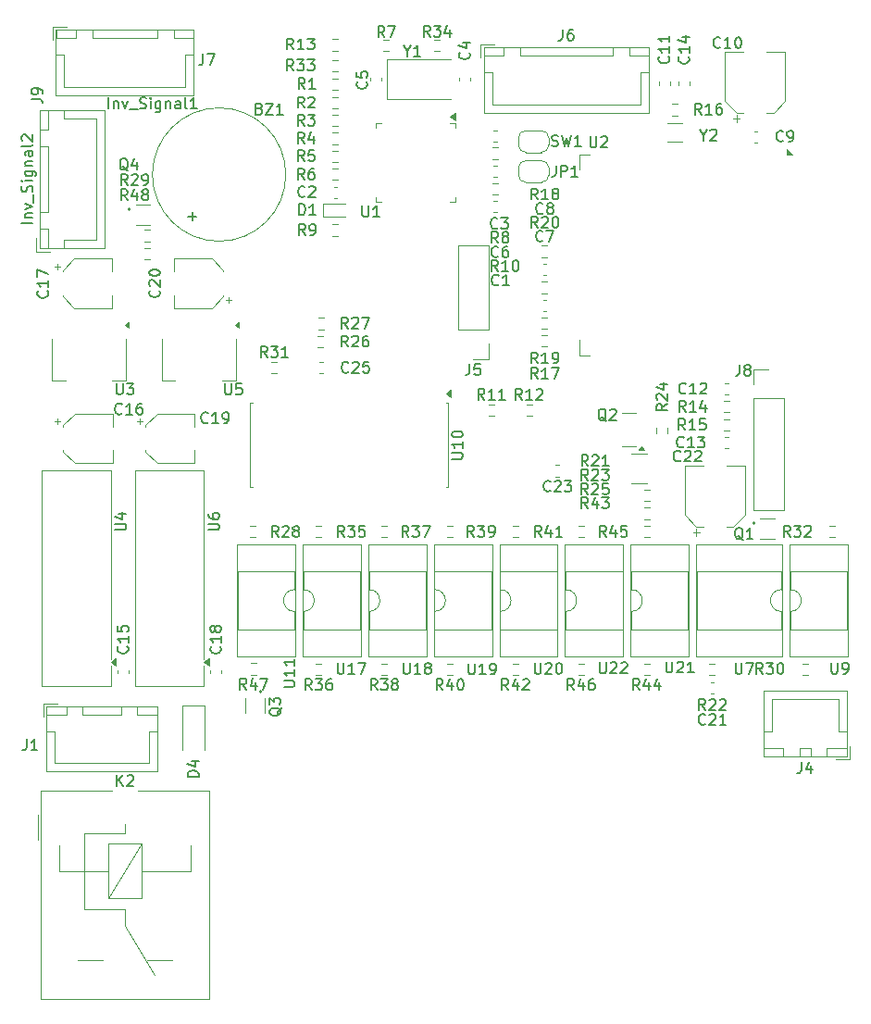
<source format=gbr>
%TF.GenerationSoftware,KiCad,Pcbnew,9.0.3*%
%TF.CreationDate,2025-08-30T18:16:35-03:00*%
%TF.ProjectId,HMI_LVDC-Inverter,484d495f-4c56-4444-932d-496e76657274,rev?*%
%TF.SameCoordinates,Original*%
%TF.FileFunction,Legend,Top*%
%TF.FilePolarity,Positive*%
%FSLAX46Y46*%
G04 Gerber Fmt 4.6, Leading zero omitted, Abs format (unit mm)*
G04 Created by KiCad (PCBNEW 9.0.3) date 2025-08-30 18:16:35*
%MOMM*%
%LPD*%
G01*
G04 APERTURE LIST*
%ADD10C,0.150000*%
%ADD11C,0.120000*%
G04 APERTURE END LIST*
D10*
X159149819Y-74842857D02*
X158673628Y-75176190D01*
X159149819Y-75414285D02*
X158149819Y-75414285D01*
X158149819Y-75414285D02*
X158149819Y-75033333D01*
X158149819Y-75033333D02*
X158197438Y-74938095D01*
X158197438Y-74938095D02*
X158245057Y-74890476D01*
X158245057Y-74890476D02*
X158340295Y-74842857D01*
X158340295Y-74842857D02*
X158483152Y-74842857D01*
X158483152Y-74842857D02*
X158578390Y-74890476D01*
X158578390Y-74890476D02*
X158626009Y-74938095D01*
X158626009Y-74938095D02*
X158673628Y-75033333D01*
X158673628Y-75033333D02*
X158673628Y-75414285D01*
X158245057Y-74461904D02*
X158197438Y-74414285D01*
X158197438Y-74414285D02*
X158149819Y-74319047D01*
X158149819Y-74319047D02*
X158149819Y-74080952D01*
X158149819Y-74080952D02*
X158197438Y-73985714D01*
X158197438Y-73985714D02*
X158245057Y-73938095D01*
X158245057Y-73938095D02*
X158340295Y-73890476D01*
X158340295Y-73890476D02*
X158435533Y-73890476D01*
X158435533Y-73890476D02*
X158578390Y-73938095D01*
X158578390Y-73938095D02*
X159149819Y-74509523D01*
X159149819Y-74509523D02*
X159149819Y-73890476D01*
X158483152Y-73033333D02*
X159149819Y-73033333D01*
X158102200Y-73271428D02*
X158816485Y-73509523D01*
X158816485Y-73509523D02*
X158816485Y-72890476D01*
X118236180Y-97013457D02*
X118283800Y-97061076D01*
X118283800Y-97061076D02*
X118331419Y-97203933D01*
X118331419Y-97203933D02*
X118331419Y-97299171D01*
X118331419Y-97299171D02*
X118283800Y-97442028D01*
X118283800Y-97442028D02*
X118188561Y-97537266D01*
X118188561Y-97537266D02*
X118093323Y-97584885D01*
X118093323Y-97584885D02*
X117902847Y-97632504D01*
X117902847Y-97632504D02*
X117759990Y-97632504D01*
X117759990Y-97632504D02*
X117569514Y-97584885D01*
X117569514Y-97584885D02*
X117474276Y-97537266D01*
X117474276Y-97537266D02*
X117379038Y-97442028D01*
X117379038Y-97442028D02*
X117331419Y-97299171D01*
X117331419Y-97299171D02*
X117331419Y-97203933D01*
X117331419Y-97203933D02*
X117379038Y-97061076D01*
X117379038Y-97061076D02*
X117426657Y-97013457D01*
X118331419Y-96061076D02*
X118331419Y-96632504D01*
X118331419Y-96346790D02*
X117331419Y-96346790D01*
X117331419Y-96346790D02*
X117474276Y-96442028D01*
X117474276Y-96442028D02*
X117569514Y-96537266D01*
X117569514Y-96537266D02*
X117617133Y-96632504D01*
X117759990Y-95489647D02*
X117712371Y-95584885D01*
X117712371Y-95584885D02*
X117664752Y-95632504D01*
X117664752Y-95632504D02*
X117569514Y-95680123D01*
X117569514Y-95680123D02*
X117521895Y-95680123D01*
X117521895Y-95680123D02*
X117426657Y-95632504D01*
X117426657Y-95632504D02*
X117379038Y-95584885D01*
X117379038Y-95584885D02*
X117331419Y-95489647D01*
X117331419Y-95489647D02*
X117331419Y-95299171D01*
X117331419Y-95299171D02*
X117379038Y-95203933D01*
X117379038Y-95203933D02*
X117426657Y-95156314D01*
X117426657Y-95156314D02*
X117521895Y-95108695D01*
X117521895Y-95108695D02*
X117569514Y-95108695D01*
X117569514Y-95108695D02*
X117664752Y-95156314D01*
X117664752Y-95156314D02*
X117712371Y-95203933D01*
X117712371Y-95203933D02*
X117759990Y-95299171D01*
X117759990Y-95299171D02*
X117759990Y-95489647D01*
X117759990Y-95489647D02*
X117807609Y-95584885D01*
X117807609Y-95584885D02*
X117855228Y-95632504D01*
X117855228Y-95632504D02*
X117950466Y-95680123D01*
X117950466Y-95680123D02*
X118140942Y-95680123D01*
X118140942Y-95680123D02*
X118236180Y-95632504D01*
X118236180Y-95632504D02*
X118283800Y-95584885D01*
X118283800Y-95584885D02*
X118331419Y-95489647D01*
X118331419Y-95489647D02*
X118331419Y-95299171D01*
X118331419Y-95299171D02*
X118283800Y-95203933D01*
X118283800Y-95203933D02*
X118236180Y-95156314D01*
X118236180Y-95156314D02*
X118140942Y-95108695D01*
X118140942Y-95108695D02*
X117950466Y-95108695D01*
X117950466Y-95108695D02*
X117855228Y-95156314D01*
X117855228Y-95156314D02*
X117807609Y-95203933D01*
X117807609Y-95203933D02*
X117759990Y-95299171D01*
X129933742Y-69583619D02*
X129600409Y-69107428D01*
X129362314Y-69583619D02*
X129362314Y-68583619D01*
X129362314Y-68583619D02*
X129743266Y-68583619D01*
X129743266Y-68583619D02*
X129838504Y-68631238D01*
X129838504Y-68631238D02*
X129886123Y-68678857D01*
X129886123Y-68678857D02*
X129933742Y-68774095D01*
X129933742Y-68774095D02*
X129933742Y-68916952D01*
X129933742Y-68916952D02*
X129886123Y-69012190D01*
X129886123Y-69012190D02*
X129838504Y-69059809D01*
X129838504Y-69059809D02*
X129743266Y-69107428D01*
X129743266Y-69107428D02*
X129362314Y-69107428D01*
X130314695Y-68678857D02*
X130362314Y-68631238D01*
X130362314Y-68631238D02*
X130457552Y-68583619D01*
X130457552Y-68583619D02*
X130695647Y-68583619D01*
X130695647Y-68583619D02*
X130790885Y-68631238D01*
X130790885Y-68631238D02*
X130838504Y-68678857D01*
X130838504Y-68678857D02*
X130886123Y-68774095D01*
X130886123Y-68774095D02*
X130886123Y-68869333D01*
X130886123Y-68869333D02*
X130838504Y-69012190D01*
X130838504Y-69012190D02*
X130267076Y-69583619D01*
X130267076Y-69583619D02*
X130886123Y-69583619D01*
X131743266Y-68583619D02*
X131552790Y-68583619D01*
X131552790Y-68583619D02*
X131457552Y-68631238D01*
X131457552Y-68631238D02*
X131409933Y-68678857D01*
X131409933Y-68678857D02*
X131314695Y-68821714D01*
X131314695Y-68821714D02*
X131267076Y-69012190D01*
X131267076Y-69012190D02*
X131267076Y-69393142D01*
X131267076Y-69393142D02*
X131314695Y-69488380D01*
X131314695Y-69488380D02*
X131362314Y-69536000D01*
X131362314Y-69536000D02*
X131457552Y-69583619D01*
X131457552Y-69583619D02*
X131648028Y-69583619D01*
X131648028Y-69583619D02*
X131743266Y-69536000D01*
X131743266Y-69536000D02*
X131790885Y-69488380D01*
X131790885Y-69488380D02*
X131838504Y-69393142D01*
X131838504Y-69393142D02*
X131838504Y-69155047D01*
X131838504Y-69155047D02*
X131790885Y-69059809D01*
X131790885Y-69059809D02*
X131743266Y-69012190D01*
X131743266Y-69012190D02*
X131648028Y-68964571D01*
X131648028Y-68964571D02*
X131457552Y-68964571D01*
X131457552Y-68964571D02*
X131362314Y-69012190D01*
X131362314Y-69012190D02*
X131314695Y-69059809D01*
X131314695Y-69059809D02*
X131267076Y-69155047D01*
X147006905Y-98514819D02*
X147006905Y-99324342D01*
X147006905Y-99324342D02*
X147054524Y-99419580D01*
X147054524Y-99419580D02*
X147102143Y-99467200D01*
X147102143Y-99467200D02*
X147197381Y-99514819D01*
X147197381Y-99514819D02*
X147387857Y-99514819D01*
X147387857Y-99514819D02*
X147483095Y-99467200D01*
X147483095Y-99467200D02*
X147530714Y-99419580D01*
X147530714Y-99419580D02*
X147578333Y-99324342D01*
X147578333Y-99324342D02*
X147578333Y-98514819D01*
X148006905Y-98610057D02*
X148054524Y-98562438D01*
X148054524Y-98562438D02*
X148149762Y-98514819D01*
X148149762Y-98514819D02*
X148387857Y-98514819D01*
X148387857Y-98514819D02*
X148483095Y-98562438D01*
X148483095Y-98562438D02*
X148530714Y-98610057D01*
X148530714Y-98610057D02*
X148578333Y-98705295D01*
X148578333Y-98705295D02*
X148578333Y-98800533D01*
X148578333Y-98800533D02*
X148530714Y-98943390D01*
X148530714Y-98943390D02*
X147959286Y-99514819D01*
X147959286Y-99514819D02*
X148578333Y-99514819D01*
X149197381Y-98514819D02*
X149292619Y-98514819D01*
X149292619Y-98514819D02*
X149387857Y-98562438D01*
X149387857Y-98562438D02*
X149435476Y-98610057D01*
X149435476Y-98610057D02*
X149483095Y-98705295D01*
X149483095Y-98705295D02*
X149530714Y-98895771D01*
X149530714Y-98895771D02*
X149530714Y-99133866D01*
X149530714Y-99133866D02*
X149483095Y-99324342D01*
X149483095Y-99324342D02*
X149435476Y-99419580D01*
X149435476Y-99419580D02*
X149387857Y-99467200D01*
X149387857Y-99467200D02*
X149292619Y-99514819D01*
X149292619Y-99514819D02*
X149197381Y-99514819D01*
X149197381Y-99514819D02*
X149102143Y-99467200D01*
X149102143Y-99467200D02*
X149054524Y-99419580D01*
X149054524Y-99419580D02*
X149006905Y-99324342D01*
X149006905Y-99324342D02*
X148959286Y-99133866D01*
X148959286Y-99133866D02*
X148959286Y-98895771D01*
X148959286Y-98895771D02*
X149006905Y-98705295D01*
X149006905Y-98705295D02*
X149054524Y-98610057D01*
X149054524Y-98610057D02*
X149102143Y-98562438D01*
X149102143Y-98562438D02*
X149197381Y-98514819D01*
X160652142Y-78724580D02*
X160604523Y-78772200D01*
X160604523Y-78772200D02*
X160461666Y-78819819D01*
X160461666Y-78819819D02*
X160366428Y-78819819D01*
X160366428Y-78819819D02*
X160223571Y-78772200D01*
X160223571Y-78772200D02*
X160128333Y-78676961D01*
X160128333Y-78676961D02*
X160080714Y-78581723D01*
X160080714Y-78581723D02*
X160033095Y-78391247D01*
X160033095Y-78391247D02*
X160033095Y-78248390D01*
X160033095Y-78248390D02*
X160080714Y-78057914D01*
X160080714Y-78057914D02*
X160128333Y-77962676D01*
X160128333Y-77962676D02*
X160223571Y-77867438D01*
X160223571Y-77867438D02*
X160366428Y-77819819D01*
X160366428Y-77819819D02*
X160461666Y-77819819D01*
X160461666Y-77819819D02*
X160604523Y-77867438D01*
X160604523Y-77867438D02*
X160652142Y-77915057D01*
X161604523Y-78819819D02*
X161033095Y-78819819D01*
X161318809Y-78819819D02*
X161318809Y-77819819D01*
X161318809Y-77819819D02*
X161223571Y-77962676D01*
X161223571Y-77962676D02*
X161128333Y-78057914D01*
X161128333Y-78057914D02*
X161033095Y-78105533D01*
X161937857Y-77819819D02*
X162556904Y-77819819D01*
X162556904Y-77819819D02*
X162223571Y-78200771D01*
X162223571Y-78200771D02*
X162366428Y-78200771D01*
X162366428Y-78200771D02*
X162461666Y-78248390D01*
X162461666Y-78248390D02*
X162509285Y-78296009D01*
X162509285Y-78296009D02*
X162556904Y-78391247D01*
X162556904Y-78391247D02*
X162556904Y-78629342D01*
X162556904Y-78629342D02*
X162509285Y-78724580D01*
X162509285Y-78724580D02*
X162461666Y-78772200D01*
X162461666Y-78772200D02*
X162366428Y-78819819D01*
X162366428Y-78819819D02*
X162080714Y-78819819D01*
X162080714Y-78819819D02*
X161985476Y-78772200D01*
X161985476Y-78772200D02*
X161937857Y-78724580D01*
X125939533Y-54292819D02*
X125606200Y-53816628D01*
X125368105Y-54292819D02*
X125368105Y-53292819D01*
X125368105Y-53292819D02*
X125749057Y-53292819D01*
X125749057Y-53292819D02*
X125844295Y-53340438D01*
X125844295Y-53340438D02*
X125891914Y-53388057D01*
X125891914Y-53388057D02*
X125939533Y-53483295D01*
X125939533Y-53483295D02*
X125939533Y-53626152D01*
X125939533Y-53626152D02*
X125891914Y-53721390D01*
X125891914Y-53721390D02*
X125844295Y-53769009D01*
X125844295Y-53769009D02*
X125749057Y-53816628D01*
X125749057Y-53816628D02*
X125368105Y-53816628D01*
X126796676Y-53292819D02*
X126606200Y-53292819D01*
X126606200Y-53292819D02*
X126510962Y-53340438D01*
X126510962Y-53340438D02*
X126463343Y-53388057D01*
X126463343Y-53388057D02*
X126368105Y-53530914D01*
X126368105Y-53530914D02*
X126320486Y-53721390D01*
X126320486Y-53721390D02*
X126320486Y-54102342D01*
X126320486Y-54102342D02*
X126368105Y-54197580D01*
X126368105Y-54197580D02*
X126415724Y-54245200D01*
X126415724Y-54245200D02*
X126510962Y-54292819D01*
X126510962Y-54292819D02*
X126701438Y-54292819D01*
X126701438Y-54292819D02*
X126796676Y-54245200D01*
X126796676Y-54245200D02*
X126844295Y-54197580D01*
X126844295Y-54197580D02*
X126891914Y-54102342D01*
X126891914Y-54102342D02*
X126891914Y-53864247D01*
X126891914Y-53864247D02*
X126844295Y-53769009D01*
X126844295Y-53769009D02*
X126796676Y-53721390D01*
X126796676Y-53721390D02*
X126701438Y-53673771D01*
X126701438Y-53673771D02*
X126510962Y-53673771D01*
X126510962Y-53673771D02*
X126415724Y-53721390D01*
X126415724Y-53721390D02*
X126368105Y-53769009D01*
X126368105Y-53769009D02*
X126320486Y-53864247D01*
X162458809Y-50248628D02*
X162458809Y-50724819D01*
X162125476Y-49724819D02*
X162458809Y-50248628D01*
X162458809Y-50248628D02*
X162792142Y-49724819D01*
X163077857Y-49820057D02*
X163125476Y-49772438D01*
X163125476Y-49772438D02*
X163220714Y-49724819D01*
X163220714Y-49724819D02*
X163458809Y-49724819D01*
X163458809Y-49724819D02*
X163554047Y-49772438D01*
X163554047Y-49772438D02*
X163601666Y-49820057D01*
X163601666Y-49820057D02*
X163649285Y-49915295D01*
X163649285Y-49915295D02*
X163649285Y-50010533D01*
X163649285Y-50010533D02*
X163601666Y-50153390D01*
X163601666Y-50153390D02*
X163030238Y-50724819D01*
X163030238Y-50724819D02*
X163649285Y-50724819D01*
X125939533Y-52616419D02*
X125606200Y-52140228D01*
X125368105Y-52616419D02*
X125368105Y-51616419D01*
X125368105Y-51616419D02*
X125749057Y-51616419D01*
X125749057Y-51616419D02*
X125844295Y-51664038D01*
X125844295Y-51664038D02*
X125891914Y-51711657D01*
X125891914Y-51711657D02*
X125939533Y-51806895D01*
X125939533Y-51806895D02*
X125939533Y-51949752D01*
X125939533Y-51949752D02*
X125891914Y-52044990D01*
X125891914Y-52044990D02*
X125844295Y-52092609D01*
X125844295Y-52092609D02*
X125749057Y-52140228D01*
X125749057Y-52140228D02*
X125368105Y-52140228D01*
X126844295Y-51616419D02*
X126368105Y-51616419D01*
X126368105Y-51616419D02*
X126320486Y-52092609D01*
X126320486Y-52092609D02*
X126368105Y-52044990D01*
X126368105Y-52044990D02*
X126463343Y-51997371D01*
X126463343Y-51997371D02*
X126701438Y-51997371D01*
X126701438Y-51997371D02*
X126796676Y-52044990D01*
X126796676Y-52044990D02*
X126844295Y-52092609D01*
X126844295Y-52092609D02*
X126891914Y-52187847D01*
X126891914Y-52187847D02*
X126891914Y-52425942D01*
X126891914Y-52425942D02*
X126844295Y-52521180D01*
X126844295Y-52521180D02*
X126796676Y-52568800D01*
X126796676Y-52568800D02*
X126701438Y-52616419D01*
X126701438Y-52616419D02*
X126463343Y-52616419D01*
X126463343Y-52616419D02*
X126368105Y-52568800D01*
X126368105Y-52568800D02*
X126320486Y-52521180D01*
X161064580Y-43072857D02*
X161112200Y-43120476D01*
X161112200Y-43120476D02*
X161159819Y-43263333D01*
X161159819Y-43263333D02*
X161159819Y-43358571D01*
X161159819Y-43358571D02*
X161112200Y-43501428D01*
X161112200Y-43501428D02*
X161016961Y-43596666D01*
X161016961Y-43596666D02*
X160921723Y-43644285D01*
X160921723Y-43644285D02*
X160731247Y-43691904D01*
X160731247Y-43691904D02*
X160588390Y-43691904D01*
X160588390Y-43691904D02*
X160397914Y-43644285D01*
X160397914Y-43644285D02*
X160302676Y-43596666D01*
X160302676Y-43596666D02*
X160207438Y-43501428D01*
X160207438Y-43501428D02*
X160159819Y-43358571D01*
X160159819Y-43358571D02*
X160159819Y-43263333D01*
X160159819Y-43263333D02*
X160207438Y-43120476D01*
X160207438Y-43120476D02*
X160255057Y-43072857D01*
X161159819Y-42120476D02*
X161159819Y-42691904D01*
X161159819Y-42406190D02*
X160159819Y-42406190D01*
X160159819Y-42406190D02*
X160302676Y-42501428D01*
X160302676Y-42501428D02*
X160397914Y-42596666D01*
X160397914Y-42596666D02*
X160445533Y-42691904D01*
X160493152Y-41263333D02*
X161159819Y-41263333D01*
X160112200Y-41501428D02*
X160826485Y-41739523D01*
X160826485Y-41739523D02*
X160826485Y-41120476D01*
X109766142Y-56197819D02*
X109432809Y-55721628D01*
X109194714Y-56197819D02*
X109194714Y-55197819D01*
X109194714Y-55197819D02*
X109575666Y-55197819D01*
X109575666Y-55197819D02*
X109670904Y-55245438D01*
X109670904Y-55245438D02*
X109718523Y-55293057D01*
X109718523Y-55293057D02*
X109766142Y-55388295D01*
X109766142Y-55388295D02*
X109766142Y-55531152D01*
X109766142Y-55531152D02*
X109718523Y-55626390D01*
X109718523Y-55626390D02*
X109670904Y-55674009D01*
X109670904Y-55674009D02*
X109575666Y-55721628D01*
X109575666Y-55721628D02*
X109194714Y-55721628D01*
X110623285Y-55531152D02*
X110623285Y-56197819D01*
X110385190Y-55150200D02*
X110147095Y-55864485D01*
X110147095Y-55864485D02*
X110766142Y-55864485D01*
X111289952Y-55626390D02*
X111194714Y-55578771D01*
X111194714Y-55578771D02*
X111147095Y-55531152D01*
X111147095Y-55531152D02*
X111099476Y-55435914D01*
X111099476Y-55435914D02*
X111099476Y-55388295D01*
X111099476Y-55388295D02*
X111147095Y-55293057D01*
X111147095Y-55293057D02*
X111194714Y-55245438D01*
X111194714Y-55245438D02*
X111289952Y-55197819D01*
X111289952Y-55197819D02*
X111480428Y-55197819D01*
X111480428Y-55197819D02*
X111575666Y-55245438D01*
X111575666Y-55245438D02*
X111623285Y-55293057D01*
X111623285Y-55293057D02*
X111670904Y-55388295D01*
X111670904Y-55388295D02*
X111670904Y-55435914D01*
X111670904Y-55435914D02*
X111623285Y-55531152D01*
X111623285Y-55531152D02*
X111575666Y-55578771D01*
X111575666Y-55578771D02*
X111480428Y-55626390D01*
X111480428Y-55626390D02*
X111289952Y-55626390D01*
X111289952Y-55626390D02*
X111194714Y-55674009D01*
X111194714Y-55674009D02*
X111147095Y-55721628D01*
X111147095Y-55721628D02*
X111099476Y-55816866D01*
X111099476Y-55816866D02*
X111099476Y-56007342D01*
X111099476Y-56007342D02*
X111147095Y-56102580D01*
X111147095Y-56102580D02*
X111194714Y-56150200D01*
X111194714Y-56150200D02*
X111289952Y-56197819D01*
X111289952Y-56197819D02*
X111480428Y-56197819D01*
X111480428Y-56197819D02*
X111575666Y-56150200D01*
X111575666Y-56150200D02*
X111623285Y-56102580D01*
X111623285Y-56102580D02*
X111670904Y-56007342D01*
X111670904Y-56007342D02*
X111670904Y-55816866D01*
X111670904Y-55816866D02*
X111623285Y-55721628D01*
X111623285Y-55721628D02*
X111575666Y-55674009D01*
X111575666Y-55674009D02*
X111480428Y-55626390D01*
X169738333Y-50749580D02*
X169690714Y-50797200D01*
X169690714Y-50797200D02*
X169547857Y-50844819D01*
X169547857Y-50844819D02*
X169452619Y-50844819D01*
X169452619Y-50844819D02*
X169309762Y-50797200D01*
X169309762Y-50797200D02*
X169214524Y-50701961D01*
X169214524Y-50701961D02*
X169166905Y-50606723D01*
X169166905Y-50606723D02*
X169119286Y-50416247D01*
X169119286Y-50416247D02*
X169119286Y-50273390D01*
X169119286Y-50273390D02*
X169166905Y-50082914D01*
X169166905Y-50082914D02*
X169214524Y-49987676D01*
X169214524Y-49987676D02*
X169309762Y-49892438D01*
X169309762Y-49892438D02*
X169452619Y-49844819D01*
X169452619Y-49844819D02*
X169547857Y-49844819D01*
X169547857Y-49844819D02*
X169690714Y-49892438D01*
X169690714Y-49892438D02*
X169738333Y-49940057D01*
X170214524Y-50844819D02*
X170405000Y-50844819D01*
X170405000Y-50844819D02*
X170500238Y-50797200D01*
X170500238Y-50797200D02*
X170547857Y-50749580D01*
X170547857Y-50749580D02*
X170643095Y-50606723D01*
X170643095Y-50606723D02*
X170690714Y-50416247D01*
X170690714Y-50416247D02*
X170690714Y-50035295D01*
X170690714Y-50035295D02*
X170643095Y-49940057D01*
X170643095Y-49940057D02*
X170595476Y-49892438D01*
X170595476Y-49892438D02*
X170500238Y-49844819D01*
X170500238Y-49844819D02*
X170309762Y-49844819D01*
X170309762Y-49844819D02*
X170214524Y-49892438D01*
X170214524Y-49892438D02*
X170166905Y-49940057D01*
X170166905Y-49940057D02*
X170119286Y-50035295D01*
X170119286Y-50035295D02*
X170119286Y-50273390D01*
X170119286Y-50273390D02*
X170166905Y-50368628D01*
X170166905Y-50368628D02*
X170214524Y-50416247D01*
X170214524Y-50416247D02*
X170309762Y-50463866D01*
X170309762Y-50463866D02*
X170500238Y-50463866D01*
X170500238Y-50463866D02*
X170595476Y-50416247D01*
X170595476Y-50416247D02*
X170643095Y-50368628D01*
X170643095Y-50368628D02*
X170690714Y-50273390D01*
X149581666Y-40579819D02*
X149581666Y-41294104D01*
X149581666Y-41294104D02*
X149534047Y-41436961D01*
X149534047Y-41436961D02*
X149438809Y-41532200D01*
X149438809Y-41532200D02*
X149295952Y-41579819D01*
X149295952Y-41579819D02*
X149200714Y-41579819D01*
X150486428Y-40579819D02*
X150295952Y-40579819D01*
X150295952Y-40579819D02*
X150200714Y-40627438D01*
X150200714Y-40627438D02*
X150153095Y-40675057D01*
X150153095Y-40675057D02*
X150057857Y-40817914D01*
X150057857Y-40817914D02*
X150010238Y-41008390D01*
X150010238Y-41008390D02*
X150010238Y-41389342D01*
X150010238Y-41389342D02*
X150057857Y-41484580D01*
X150057857Y-41484580D02*
X150105476Y-41532200D01*
X150105476Y-41532200D02*
X150200714Y-41579819D01*
X150200714Y-41579819D02*
X150391190Y-41579819D01*
X150391190Y-41579819D02*
X150486428Y-41532200D01*
X150486428Y-41532200D02*
X150534047Y-41484580D01*
X150534047Y-41484580D02*
X150581666Y-41389342D01*
X150581666Y-41389342D02*
X150581666Y-41151247D01*
X150581666Y-41151247D02*
X150534047Y-41056009D01*
X150534047Y-41056009D02*
X150486428Y-41008390D01*
X150486428Y-41008390D02*
X150391190Y-40960771D01*
X150391190Y-40960771D02*
X150200714Y-40960771D01*
X150200714Y-40960771D02*
X150105476Y-41008390D01*
X150105476Y-41008390D02*
X150057857Y-41056009D01*
X150057857Y-41056009D02*
X150010238Y-41151247D01*
X147622142Y-86964819D02*
X147288809Y-86488628D01*
X147050714Y-86964819D02*
X147050714Y-85964819D01*
X147050714Y-85964819D02*
X147431666Y-85964819D01*
X147431666Y-85964819D02*
X147526904Y-86012438D01*
X147526904Y-86012438D02*
X147574523Y-86060057D01*
X147574523Y-86060057D02*
X147622142Y-86155295D01*
X147622142Y-86155295D02*
X147622142Y-86298152D01*
X147622142Y-86298152D02*
X147574523Y-86393390D01*
X147574523Y-86393390D02*
X147526904Y-86441009D01*
X147526904Y-86441009D02*
X147431666Y-86488628D01*
X147431666Y-86488628D02*
X147050714Y-86488628D01*
X148479285Y-86298152D02*
X148479285Y-86964819D01*
X148241190Y-85917200D02*
X148003095Y-86631485D01*
X148003095Y-86631485D02*
X148622142Y-86631485D01*
X149526904Y-86964819D02*
X148955476Y-86964819D01*
X149241190Y-86964819D02*
X149241190Y-85964819D01*
X149241190Y-85964819D02*
X149145952Y-86107676D01*
X149145952Y-86107676D02*
X149050714Y-86202914D01*
X149050714Y-86202914D02*
X148955476Y-86250533D01*
X129933742Y-67907219D02*
X129600409Y-67431028D01*
X129362314Y-67907219D02*
X129362314Y-66907219D01*
X129362314Y-66907219D02*
X129743266Y-66907219D01*
X129743266Y-66907219D02*
X129838504Y-66954838D01*
X129838504Y-66954838D02*
X129886123Y-67002457D01*
X129886123Y-67002457D02*
X129933742Y-67097695D01*
X129933742Y-67097695D02*
X129933742Y-67240552D01*
X129933742Y-67240552D02*
X129886123Y-67335790D01*
X129886123Y-67335790D02*
X129838504Y-67383409D01*
X129838504Y-67383409D02*
X129743266Y-67431028D01*
X129743266Y-67431028D02*
X129362314Y-67431028D01*
X130314695Y-67002457D02*
X130362314Y-66954838D01*
X130362314Y-66954838D02*
X130457552Y-66907219D01*
X130457552Y-66907219D02*
X130695647Y-66907219D01*
X130695647Y-66907219D02*
X130790885Y-66954838D01*
X130790885Y-66954838D02*
X130838504Y-67002457D01*
X130838504Y-67002457D02*
X130886123Y-67097695D01*
X130886123Y-67097695D02*
X130886123Y-67192933D01*
X130886123Y-67192933D02*
X130838504Y-67335790D01*
X130838504Y-67335790D02*
X130267076Y-67907219D01*
X130267076Y-67907219D02*
X130886123Y-67907219D01*
X131219457Y-66907219D02*
X131886123Y-66907219D01*
X131886123Y-66907219D02*
X131457552Y-67907219D01*
X171411266Y-107592019D02*
X171411266Y-108306304D01*
X171411266Y-108306304D02*
X171363647Y-108449161D01*
X171363647Y-108449161D02*
X171268409Y-108544400D01*
X171268409Y-108544400D02*
X171125552Y-108592019D01*
X171125552Y-108592019D02*
X171030314Y-108592019D01*
X172316028Y-107925352D02*
X172316028Y-108592019D01*
X172077933Y-107544400D02*
X171839838Y-108258685D01*
X171839838Y-108258685D02*
X172458885Y-108258685D01*
X109258142Y-75685980D02*
X109210523Y-75733600D01*
X109210523Y-75733600D02*
X109067666Y-75781219D01*
X109067666Y-75781219D02*
X108972428Y-75781219D01*
X108972428Y-75781219D02*
X108829571Y-75733600D01*
X108829571Y-75733600D02*
X108734333Y-75638361D01*
X108734333Y-75638361D02*
X108686714Y-75543123D01*
X108686714Y-75543123D02*
X108639095Y-75352647D01*
X108639095Y-75352647D02*
X108639095Y-75209790D01*
X108639095Y-75209790D02*
X108686714Y-75019314D01*
X108686714Y-75019314D02*
X108734333Y-74924076D01*
X108734333Y-74924076D02*
X108829571Y-74828838D01*
X108829571Y-74828838D02*
X108972428Y-74781219D01*
X108972428Y-74781219D02*
X109067666Y-74781219D01*
X109067666Y-74781219D02*
X109210523Y-74828838D01*
X109210523Y-74828838D02*
X109258142Y-74876457D01*
X110210523Y-75781219D02*
X109639095Y-75781219D01*
X109924809Y-75781219D02*
X109924809Y-74781219D01*
X109924809Y-74781219D02*
X109829571Y-74924076D01*
X109829571Y-74924076D02*
X109734333Y-75019314D01*
X109734333Y-75019314D02*
X109639095Y-75066933D01*
X111067666Y-74781219D02*
X110877190Y-74781219D01*
X110877190Y-74781219D02*
X110781952Y-74828838D01*
X110781952Y-74828838D02*
X110734333Y-74876457D01*
X110734333Y-74876457D02*
X110639095Y-75019314D01*
X110639095Y-75019314D02*
X110591476Y-75209790D01*
X110591476Y-75209790D02*
X110591476Y-75590742D01*
X110591476Y-75590742D02*
X110639095Y-75685980D01*
X110639095Y-75685980D02*
X110686714Y-75733600D01*
X110686714Y-75733600D02*
X110781952Y-75781219D01*
X110781952Y-75781219D02*
X110972428Y-75781219D01*
X110972428Y-75781219D02*
X111067666Y-75733600D01*
X111067666Y-75733600D02*
X111115285Y-75685980D01*
X111115285Y-75685980D02*
X111162904Y-75590742D01*
X111162904Y-75590742D02*
X111162904Y-75352647D01*
X111162904Y-75352647D02*
X111115285Y-75257409D01*
X111115285Y-75257409D02*
X111067666Y-75209790D01*
X111067666Y-75209790D02*
X110972428Y-75162171D01*
X110972428Y-75162171D02*
X110781952Y-75162171D01*
X110781952Y-75162171D02*
X110686714Y-75209790D01*
X110686714Y-75209790D02*
X110639095Y-75257409D01*
X110639095Y-75257409D02*
X110591476Y-75352647D01*
X117132142Y-76498780D02*
X117084523Y-76546400D01*
X117084523Y-76546400D02*
X116941666Y-76594019D01*
X116941666Y-76594019D02*
X116846428Y-76594019D01*
X116846428Y-76594019D02*
X116703571Y-76546400D01*
X116703571Y-76546400D02*
X116608333Y-76451161D01*
X116608333Y-76451161D02*
X116560714Y-76355923D01*
X116560714Y-76355923D02*
X116513095Y-76165447D01*
X116513095Y-76165447D02*
X116513095Y-76022590D01*
X116513095Y-76022590D02*
X116560714Y-75832114D01*
X116560714Y-75832114D02*
X116608333Y-75736876D01*
X116608333Y-75736876D02*
X116703571Y-75641638D01*
X116703571Y-75641638D02*
X116846428Y-75594019D01*
X116846428Y-75594019D02*
X116941666Y-75594019D01*
X116941666Y-75594019D02*
X117084523Y-75641638D01*
X117084523Y-75641638D02*
X117132142Y-75689257D01*
X118084523Y-76594019D02*
X117513095Y-76594019D01*
X117798809Y-76594019D02*
X117798809Y-75594019D01*
X117798809Y-75594019D02*
X117703571Y-75736876D01*
X117703571Y-75736876D02*
X117608333Y-75832114D01*
X117608333Y-75832114D02*
X117513095Y-75879733D01*
X118560714Y-76594019D02*
X118751190Y-76594019D01*
X118751190Y-76594019D02*
X118846428Y-76546400D01*
X118846428Y-76546400D02*
X118894047Y-76498780D01*
X118894047Y-76498780D02*
X118989285Y-76355923D01*
X118989285Y-76355923D02*
X119036904Y-76165447D01*
X119036904Y-76165447D02*
X119036904Y-75784495D01*
X119036904Y-75784495D02*
X118989285Y-75689257D01*
X118989285Y-75689257D02*
X118941666Y-75641638D01*
X118941666Y-75641638D02*
X118846428Y-75594019D01*
X118846428Y-75594019D02*
X118655952Y-75594019D01*
X118655952Y-75594019D02*
X118560714Y-75641638D01*
X118560714Y-75641638D02*
X118513095Y-75689257D01*
X118513095Y-75689257D02*
X118465476Y-75784495D01*
X118465476Y-75784495D02*
X118465476Y-76022590D01*
X118465476Y-76022590D02*
X118513095Y-76117828D01*
X118513095Y-76117828D02*
X118560714Y-76165447D01*
X118560714Y-76165447D02*
X118655952Y-76213066D01*
X118655952Y-76213066D02*
X118846428Y-76213066D01*
X118846428Y-76213066D02*
X118941666Y-76165447D01*
X118941666Y-76165447D02*
X118989285Y-76117828D01*
X118989285Y-76117828D02*
X119036904Y-76022590D01*
X162624642Y-102814819D02*
X162291309Y-102338628D01*
X162053214Y-102814819D02*
X162053214Y-101814819D01*
X162053214Y-101814819D02*
X162434166Y-101814819D01*
X162434166Y-101814819D02*
X162529404Y-101862438D01*
X162529404Y-101862438D02*
X162577023Y-101910057D01*
X162577023Y-101910057D02*
X162624642Y-102005295D01*
X162624642Y-102005295D02*
X162624642Y-102148152D01*
X162624642Y-102148152D02*
X162577023Y-102243390D01*
X162577023Y-102243390D02*
X162529404Y-102291009D01*
X162529404Y-102291009D02*
X162434166Y-102338628D01*
X162434166Y-102338628D02*
X162053214Y-102338628D01*
X163005595Y-101910057D02*
X163053214Y-101862438D01*
X163053214Y-101862438D02*
X163148452Y-101814819D01*
X163148452Y-101814819D02*
X163386547Y-101814819D01*
X163386547Y-101814819D02*
X163481785Y-101862438D01*
X163481785Y-101862438D02*
X163529404Y-101910057D01*
X163529404Y-101910057D02*
X163577023Y-102005295D01*
X163577023Y-102005295D02*
X163577023Y-102100533D01*
X163577023Y-102100533D02*
X163529404Y-102243390D01*
X163529404Y-102243390D02*
X162957976Y-102814819D01*
X162957976Y-102814819D02*
X163577023Y-102814819D01*
X163957976Y-101910057D02*
X164005595Y-101862438D01*
X164005595Y-101862438D02*
X164100833Y-101814819D01*
X164100833Y-101814819D02*
X164338928Y-101814819D01*
X164338928Y-101814819D02*
X164434166Y-101862438D01*
X164434166Y-101862438D02*
X164481785Y-101910057D01*
X164481785Y-101910057D02*
X164529404Y-102005295D01*
X164529404Y-102005295D02*
X164529404Y-102100533D01*
X164529404Y-102100533D02*
X164481785Y-102243390D01*
X164481785Y-102243390D02*
X163910357Y-102814819D01*
X163910357Y-102814819D02*
X164529404Y-102814819D01*
X124069819Y-100688094D02*
X124879342Y-100688094D01*
X124879342Y-100688094D02*
X124974580Y-100640475D01*
X124974580Y-100640475D02*
X125022200Y-100592856D01*
X125022200Y-100592856D02*
X125069819Y-100497618D01*
X125069819Y-100497618D02*
X125069819Y-100307142D01*
X125069819Y-100307142D02*
X125022200Y-100211904D01*
X125022200Y-100211904D02*
X124974580Y-100164285D01*
X124974580Y-100164285D02*
X124879342Y-100116666D01*
X124879342Y-100116666D02*
X124069819Y-100116666D01*
X125069819Y-99116666D02*
X125069819Y-99688094D01*
X125069819Y-99402380D02*
X124069819Y-99402380D01*
X124069819Y-99402380D02*
X124212676Y-99497618D01*
X124212676Y-99497618D02*
X124307914Y-99592856D01*
X124307914Y-99592856D02*
X124355533Y-99688094D01*
X125069819Y-98164285D02*
X125069819Y-98735713D01*
X125069819Y-98449999D02*
X124069819Y-98449999D01*
X124069819Y-98449999D02*
X124212676Y-98545237D01*
X124212676Y-98545237D02*
X124307914Y-98640475D01*
X124307914Y-98640475D02*
X124355533Y-98735713D01*
X165761666Y-71254819D02*
X165761666Y-71969104D01*
X165761666Y-71969104D02*
X165714047Y-72111961D01*
X165714047Y-72111961D02*
X165618809Y-72207200D01*
X165618809Y-72207200D02*
X165475952Y-72254819D01*
X165475952Y-72254819D02*
X165380714Y-72254819D01*
X166380714Y-71683390D02*
X166285476Y-71635771D01*
X166285476Y-71635771D02*
X166237857Y-71588152D01*
X166237857Y-71588152D02*
X166190238Y-71492914D01*
X166190238Y-71492914D02*
X166190238Y-71445295D01*
X166190238Y-71445295D02*
X166237857Y-71350057D01*
X166237857Y-71350057D02*
X166285476Y-71302438D01*
X166285476Y-71302438D02*
X166380714Y-71254819D01*
X166380714Y-71254819D02*
X166571190Y-71254819D01*
X166571190Y-71254819D02*
X166666428Y-71302438D01*
X166666428Y-71302438D02*
X166714047Y-71350057D01*
X166714047Y-71350057D02*
X166761666Y-71445295D01*
X166761666Y-71445295D02*
X166761666Y-71492914D01*
X166761666Y-71492914D02*
X166714047Y-71588152D01*
X166714047Y-71588152D02*
X166666428Y-71635771D01*
X166666428Y-71635771D02*
X166571190Y-71683390D01*
X166571190Y-71683390D02*
X166380714Y-71683390D01*
X166380714Y-71683390D02*
X166285476Y-71731009D01*
X166285476Y-71731009D02*
X166237857Y-71778628D01*
X166237857Y-71778628D02*
X166190238Y-71873866D01*
X166190238Y-71873866D02*
X166190238Y-72064342D01*
X166190238Y-72064342D02*
X166237857Y-72159580D01*
X166237857Y-72159580D02*
X166285476Y-72207200D01*
X166285476Y-72207200D02*
X166380714Y-72254819D01*
X166380714Y-72254819D02*
X166571190Y-72254819D01*
X166571190Y-72254819D02*
X166666428Y-72207200D01*
X166666428Y-72207200D02*
X166714047Y-72159580D01*
X166714047Y-72159580D02*
X166761666Y-72064342D01*
X166761666Y-72064342D02*
X166761666Y-71873866D01*
X166761666Y-71873866D02*
X166714047Y-71778628D01*
X166714047Y-71778628D02*
X166666428Y-71731009D01*
X166666428Y-71731009D02*
X166571190Y-71683390D01*
X147292142Y-72514819D02*
X146958809Y-72038628D01*
X146720714Y-72514819D02*
X146720714Y-71514819D01*
X146720714Y-71514819D02*
X147101666Y-71514819D01*
X147101666Y-71514819D02*
X147196904Y-71562438D01*
X147196904Y-71562438D02*
X147244523Y-71610057D01*
X147244523Y-71610057D02*
X147292142Y-71705295D01*
X147292142Y-71705295D02*
X147292142Y-71848152D01*
X147292142Y-71848152D02*
X147244523Y-71943390D01*
X147244523Y-71943390D02*
X147196904Y-71991009D01*
X147196904Y-71991009D02*
X147101666Y-72038628D01*
X147101666Y-72038628D02*
X146720714Y-72038628D01*
X148244523Y-72514819D02*
X147673095Y-72514819D01*
X147958809Y-72514819D02*
X147958809Y-71514819D01*
X147958809Y-71514819D02*
X147863571Y-71657676D01*
X147863571Y-71657676D02*
X147768333Y-71752914D01*
X147768333Y-71752914D02*
X147673095Y-71800533D01*
X148577857Y-71514819D02*
X149244523Y-71514819D01*
X149244523Y-71514819D02*
X148815952Y-72514819D01*
X124955342Y-42405619D02*
X124622009Y-41929428D01*
X124383914Y-42405619D02*
X124383914Y-41405619D01*
X124383914Y-41405619D02*
X124764866Y-41405619D01*
X124764866Y-41405619D02*
X124860104Y-41453238D01*
X124860104Y-41453238D02*
X124907723Y-41500857D01*
X124907723Y-41500857D02*
X124955342Y-41596095D01*
X124955342Y-41596095D02*
X124955342Y-41738952D01*
X124955342Y-41738952D02*
X124907723Y-41834190D01*
X124907723Y-41834190D02*
X124860104Y-41881809D01*
X124860104Y-41881809D02*
X124764866Y-41929428D01*
X124764866Y-41929428D02*
X124383914Y-41929428D01*
X125907723Y-42405619D02*
X125336295Y-42405619D01*
X125622009Y-42405619D02*
X125622009Y-41405619D01*
X125622009Y-41405619D02*
X125526771Y-41548476D01*
X125526771Y-41548476D02*
X125431533Y-41643714D01*
X125431533Y-41643714D02*
X125336295Y-41691333D01*
X126241057Y-41405619D02*
X126860104Y-41405619D01*
X126860104Y-41405619D02*
X126526771Y-41786571D01*
X126526771Y-41786571D02*
X126669628Y-41786571D01*
X126669628Y-41786571D02*
X126764866Y-41834190D01*
X126764866Y-41834190D02*
X126812485Y-41881809D01*
X126812485Y-41881809D02*
X126860104Y-41977047D01*
X126860104Y-41977047D02*
X126860104Y-42215142D01*
X126860104Y-42215142D02*
X126812485Y-42310380D01*
X126812485Y-42310380D02*
X126764866Y-42358000D01*
X126764866Y-42358000D02*
X126669628Y-42405619D01*
X126669628Y-42405619D02*
X126383914Y-42405619D01*
X126383914Y-42405619D02*
X126288676Y-42358000D01*
X126288676Y-42358000D02*
X126241057Y-42310380D01*
X112648180Y-64437657D02*
X112695800Y-64485276D01*
X112695800Y-64485276D02*
X112743419Y-64628133D01*
X112743419Y-64628133D02*
X112743419Y-64723371D01*
X112743419Y-64723371D02*
X112695800Y-64866228D01*
X112695800Y-64866228D02*
X112600561Y-64961466D01*
X112600561Y-64961466D02*
X112505323Y-65009085D01*
X112505323Y-65009085D02*
X112314847Y-65056704D01*
X112314847Y-65056704D02*
X112171990Y-65056704D01*
X112171990Y-65056704D02*
X111981514Y-65009085D01*
X111981514Y-65009085D02*
X111886276Y-64961466D01*
X111886276Y-64961466D02*
X111791038Y-64866228D01*
X111791038Y-64866228D02*
X111743419Y-64723371D01*
X111743419Y-64723371D02*
X111743419Y-64628133D01*
X111743419Y-64628133D02*
X111791038Y-64485276D01*
X111791038Y-64485276D02*
X111838657Y-64437657D01*
X111838657Y-64056704D02*
X111791038Y-64009085D01*
X111791038Y-64009085D02*
X111743419Y-63913847D01*
X111743419Y-63913847D02*
X111743419Y-63675752D01*
X111743419Y-63675752D02*
X111791038Y-63580514D01*
X111791038Y-63580514D02*
X111838657Y-63532895D01*
X111838657Y-63532895D02*
X111933895Y-63485276D01*
X111933895Y-63485276D02*
X112029133Y-63485276D01*
X112029133Y-63485276D02*
X112171990Y-63532895D01*
X112171990Y-63532895D02*
X112743419Y-64104323D01*
X112743419Y-64104323D02*
X112743419Y-63485276D01*
X111743419Y-62866228D02*
X111743419Y-62770990D01*
X111743419Y-62770990D02*
X111791038Y-62675752D01*
X111791038Y-62675752D02*
X111838657Y-62628133D01*
X111838657Y-62628133D02*
X111933895Y-62580514D01*
X111933895Y-62580514D02*
X112124371Y-62532895D01*
X112124371Y-62532895D02*
X112362466Y-62532895D01*
X112362466Y-62532895D02*
X112552942Y-62580514D01*
X112552942Y-62580514D02*
X112648180Y-62628133D01*
X112648180Y-62628133D02*
X112695800Y-62675752D01*
X112695800Y-62675752D02*
X112743419Y-62770990D01*
X112743419Y-62770990D02*
X112743419Y-62866228D01*
X112743419Y-62866228D02*
X112695800Y-62961466D01*
X112695800Y-62961466D02*
X112648180Y-63009085D01*
X112648180Y-63009085D02*
X112552942Y-63056704D01*
X112552942Y-63056704D02*
X112362466Y-63104323D01*
X112362466Y-63104323D02*
X112124371Y-63104323D01*
X112124371Y-63104323D02*
X111933895Y-63056704D01*
X111933895Y-63056704D02*
X111838657Y-63009085D01*
X111838657Y-63009085D02*
X111791038Y-62961466D01*
X111791038Y-62961466D02*
X111743419Y-62866228D01*
X124955342Y-44336019D02*
X124622009Y-43859828D01*
X124383914Y-44336019D02*
X124383914Y-43336019D01*
X124383914Y-43336019D02*
X124764866Y-43336019D01*
X124764866Y-43336019D02*
X124860104Y-43383638D01*
X124860104Y-43383638D02*
X124907723Y-43431257D01*
X124907723Y-43431257D02*
X124955342Y-43526495D01*
X124955342Y-43526495D02*
X124955342Y-43669352D01*
X124955342Y-43669352D02*
X124907723Y-43764590D01*
X124907723Y-43764590D02*
X124860104Y-43812209D01*
X124860104Y-43812209D02*
X124764866Y-43859828D01*
X124764866Y-43859828D02*
X124383914Y-43859828D01*
X125288676Y-43336019D02*
X125907723Y-43336019D01*
X125907723Y-43336019D02*
X125574390Y-43716971D01*
X125574390Y-43716971D02*
X125717247Y-43716971D01*
X125717247Y-43716971D02*
X125812485Y-43764590D01*
X125812485Y-43764590D02*
X125860104Y-43812209D01*
X125860104Y-43812209D02*
X125907723Y-43907447D01*
X125907723Y-43907447D02*
X125907723Y-44145542D01*
X125907723Y-44145542D02*
X125860104Y-44240780D01*
X125860104Y-44240780D02*
X125812485Y-44288400D01*
X125812485Y-44288400D02*
X125717247Y-44336019D01*
X125717247Y-44336019D02*
X125431533Y-44336019D01*
X125431533Y-44336019D02*
X125336295Y-44288400D01*
X125336295Y-44288400D02*
X125288676Y-44240780D01*
X126241057Y-43336019D02*
X126860104Y-43336019D01*
X126860104Y-43336019D02*
X126526771Y-43716971D01*
X126526771Y-43716971D02*
X126669628Y-43716971D01*
X126669628Y-43716971D02*
X126764866Y-43764590D01*
X126764866Y-43764590D02*
X126812485Y-43812209D01*
X126812485Y-43812209D02*
X126860104Y-43907447D01*
X126860104Y-43907447D02*
X126860104Y-44145542D01*
X126860104Y-44145542D02*
X126812485Y-44240780D01*
X126812485Y-44240780D02*
X126764866Y-44288400D01*
X126764866Y-44288400D02*
X126669628Y-44336019D01*
X126669628Y-44336019D02*
X126383914Y-44336019D01*
X126383914Y-44336019D02*
X126288676Y-44288400D01*
X126288676Y-44288400D02*
X126241057Y-44240780D01*
X126041133Y-59372819D02*
X125707800Y-58896628D01*
X125469705Y-59372819D02*
X125469705Y-58372819D01*
X125469705Y-58372819D02*
X125850657Y-58372819D01*
X125850657Y-58372819D02*
X125945895Y-58420438D01*
X125945895Y-58420438D02*
X125993514Y-58468057D01*
X125993514Y-58468057D02*
X126041133Y-58563295D01*
X126041133Y-58563295D02*
X126041133Y-58706152D01*
X126041133Y-58706152D02*
X125993514Y-58801390D01*
X125993514Y-58801390D02*
X125945895Y-58849009D01*
X125945895Y-58849009D02*
X125850657Y-58896628D01*
X125850657Y-58896628D02*
X125469705Y-58896628D01*
X126517324Y-59372819D02*
X126707800Y-59372819D01*
X126707800Y-59372819D02*
X126803038Y-59325200D01*
X126803038Y-59325200D02*
X126850657Y-59277580D01*
X126850657Y-59277580D02*
X126945895Y-59134723D01*
X126945895Y-59134723D02*
X126993514Y-58944247D01*
X126993514Y-58944247D02*
X126993514Y-58563295D01*
X126993514Y-58563295D02*
X126945895Y-58468057D01*
X126945895Y-58468057D02*
X126898276Y-58420438D01*
X126898276Y-58420438D02*
X126803038Y-58372819D01*
X126803038Y-58372819D02*
X126612562Y-58372819D01*
X126612562Y-58372819D02*
X126517324Y-58420438D01*
X126517324Y-58420438D02*
X126469705Y-58468057D01*
X126469705Y-58468057D02*
X126422086Y-58563295D01*
X126422086Y-58563295D02*
X126422086Y-58801390D01*
X126422086Y-58801390D02*
X126469705Y-58896628D01*
X126469705Y-58896628D02*
X126517324Y-58944247D01*
X126517324Y-58944247D02*
X126612562Y-58991866D01*
X126612562Y-58991866D02*
X126803038Y-58991866D01*
X126803038Y-58991866D02*
X126898276Y-58944247D01*
X126898276Y-58944247D02*
X126945895Y-58896628D01*
X126945895Y-58896628D02*
X126993514Y-58801390D01*
X116273619Y-108928494D02*
X115273619Y-108928494D01*
X115273619Y-108928494D02*
X115273619Y-108690399D01*
X115273619Y-108690399D02*
X115321238Y-108547542D01*
X115321238Y-108547542D02*
X115416476Y-108452304D01*
X115416476Y-108452304D02*
X115511714Y-108404685D01*
X115511714Y-108404685D02*
X115702190Y-108357066D01*
X115702190Y-108357066D02*
X115845047Y-108357066D01*
X115845047Y-108357066D02*
X116035523Y-108404685D01*
X116035523Y-108404685D02*
X116130761Y-108452304D01*
X116130761Y-108452304D02*
X116226000Y-108547542D01*
X116226000Y-108547542D02*
X116273619Y-108690399D01*
X116273619Y-108690399D02*
X116273619Y-108928494D01*
X115606952Y-107499923D02*
X116273619Y-107499923D01*
X115226000Y-107738018D02*
X115940285Y-107976113D01*
X115940285Y-107976113D02*
X115940285Y-107357066D01*
X141063666Y-71174819D02*
X141063666Y-71889104D01*
X141063666Y-71889104D02*
X141016047Y-72031961D01*
X141016047Y-72031961D02*
X140920809Y-72127200D01*
X140920809Y-72127200D02*
X140777952Y-72174819D01*
X140777952Y-72174819D02*
X140682714Y-72174819D01*
X142016047Y-71174819D02*
X141539857Y-71174819D01*
X141539857Y-71174819D02*
X141492238Y-71651009D01*
X141492238Y-71651009D02*
X141539857Y-71603390D01*
X141539857Y-71603390D02*
X141635095Y-71555771D01*
X141635095Y-71555771D02*
X141873190Y-71555771D01*
X141873190Y-71555771D02*
X141968428Y-71603390D01*
X141968428Y-71603390D02*
X142016047Y-71651009D01*
X142016047Y-71651009D02*
X142063666Y-71746247D01*
X142063666Y-71746247D02*
X142063666Y-71984342D01*
X142063666Y-71984342D02*
X142016047Y-72079580D01*
X142016047Y-72079580D02*
X141968428Y-72127200D01*
X141968428Y-72127200D02*
X141873190Y-72174819D01*
X141873190Y-72174819D02*
X141635095Y-72174819D01*
X141635095Y-72174819D02*
X141539857Y-72127200D01*
X141539857Y-72127200D02*
X141492238Y-72079580D01*
X135492142Y-86974819D02*
X135158809Y-86498628D01*
X134920714Y-86974819D02*
X134920714Y-85974819D01*
X134920714Y-85974819D02*
X135301666Y-85974819D01*
X135301666Y-85974819D02*
X135396904Y-86022438D01*
X135396904Y-86022438D02*
X135444523Y-86070057D01*
X135444523Y-86070057D02*
X135492142Y-86165295D01*
X135492142Y-86165295D02*
X135492142Y-86308152D01*
X135492142Y-86308152D02*
X135444523Y-86403390D01*
X135444523Y-86403390D02*
X135396904Y-86451009D01*
X135396904Y-86451009D02*
X135301666Y-86498628D01*
X135301666Y-86498628D02*
X134920714Y-86498628D01*
X135825476Y-85974819D02*
X136444523Y-85974819D01*
X136444523Y-85974819D02*
X136111190Y-86355771D01*
X136111190Y-86355771D02*
X136254047Y-86355771D01*
X136254047Y-86355771D02*
X136349285Y-86403390D01*
X136349285Y-86403390D02*
X136396904Y-86451009D01*
X136396904Y-86451009D02*
X136444523Y-86546247D01*
X136444523Y-86546247D02*
X136444523Y-86784342D01*
X136444523Y-86784342D02*
X136396904Y-86879580D01*
X136396904Y-86879580D02*
X136349285Y-86927200D01*
X136349285Y-86927200D02*
X136254047Y-86974819D01*
X136254047Y-86974819D02*
X135968333Y-86974819D01*
X135968333Y-86974819D02*
X135873095Y-86927200D01*
X135873095Y-86927200D02*
X135825476Y-86879580D01*
X136777857Y-85974819D02*
X137444523Y-85974819D01*
X137444523Y-85974819D02*
X137015952Y-86974819D01*
X160847142Y-73804580D02*
X160799523Y-73852200D01*
X160799523Y-73852200D02*
X160656666Y-73899819D01*
X160656666Y-73899819D02*
X160561428Y-73899819D01*
X160561428Y-73899819D02*
X160418571Y-73852200D01*
X160418571Y-73852200D02*
X160323333Y-73756961D01*
X160323333Y-73756961D02*
X160275714Y-73661723D01*
X160275714Y-73661723D02*
X160228095Y-73471247D01*
X160228095Y-73471247D02*
X160228095Y-73328390D01*
X160228095Y-73328390D02*
X160275714Y-73137914D01*
X160275714Y-73137914D02*
X160323333Y-73042676D01*
X160323333Y-73042676D02*
X160418571Y-72947438D01*
X160418571Y-72947438D02*
X160561428Y-72899819D01*
X160561428Y-72899819D02*
X160656666Y-72899819D01*
X160656666Y-72899819D02*
X160799523Y-72947438D01*
X160799523Y-72947438D02*
X160847142Y-72995057D01*
X161799523Y-73899819D02*
X161228095Y-73899819D01*
X161513809Y-73899819D02*
X161513809Y-72899819D01*
X161513809Y-72899819D02*
X161418571Y-73042676D01*
X161418571Y-73042676D02*
X161323333Y-73137914D01*
X161323333Y-73137914D02*
X161228095Y-73185533D01*
X162180476Y-72995057D02*
X162228095Y-72947438D01*
X162228095Y-72947438D02*
X162323333Y-72899819D01*
X162323333Y-72899819D02*
X162561428Y-72899819D01*
X162561428Y-72899819D02*
X162656666Y-72947438D01*
X162656666Y-72947438D02*
X162704285Y-72995057D01*
X162704285Y-72995057D02*
X162751904Y-73090295D01*
X162751904Y-73090295D02*
X162751904Y-73185533D01*
X162751904Y-73185533D02*
X162704285Y-73328390D01*
X162704285Y-73328390D02*
X162132857Y-73899819D01*
X162132857Y-73899819D02*
X162751904Y-73899819D01*
X162612142Y-104069580D02*
X162564523Y-104117200D01*
X162564523Y-104117200D02*
X162421666Y-104164819D01*
X162421666Y-104164819D02*
X162326428Y-104164819D01*
X162326428Y-104164819D02*
X162183571Y-104117200D01*
X162183571Y-104117200D02*
X162088333Y-104021961D01*
X162088333Y-104021961D02*
X162040714Y-103926723D01*
X162040714Y-103926723D02*
X161993095Y-103736247D01*
X161993095Y-103736247D02*
X161993095Y-103593390D01*
X161993095Y-103593390D02*
X162040714Y-103402914D01*
X162040714Y-103402914D02*
X162088333Y-103307676D01*
X162088333Y-103307676D02*
X162183571Y-103212438D01*
X162183571Y-103212438D02*
X162326428Y-103164819D01*
X162326428Y-103164819D02*
X162421666Y-103164819D01*
X162421666Y-103164819D02*
X162564523Y-103212438D01*
X162564523Y-103212438D02*
X162612142Y-103260057D01*
X162993095Y-103260057D02*
X163040714Y-103212438D01*
X163040714Y-103212438D02*
X163135952Y-103164819D01*
X163135952Y-103164819D02*
X163374047Y-103164819D01*
X163374047Y-103164819D02*
X163469285Y-103212438D01*
X163469285Y-103212438D02*
X163516904Y-103260057D01*
X163516904Y-103260057D02*
X163564523Y-103355295D01*
X163564523Y-103355295D02*
X163564523Y-103450533D01*
X163564523Y-103450533D02*
X163516904Y-103593390D01*
X163516904Y-103593390D02*
X162945476Y-104164819D01*
X162945476Y-104164819D02*
X163564523Y-104164819D01*
X164516904Y-104164819D02*
X163945476Y-104164819D01*
X164231190Y-104164819D02*
X164231190Y-103164819D01*
X164231190Y-103164819D02*
X164135952Y-103307676D01*
X164135952Y-103307676D02*
X164040714Y-103402914D01*
X164040714Y-103402914D02*
X163945476Y-103450533D01*
X102437380Y-64488457D02*
X102485000Y-64536076D01*
X102485000Y-64536076D02*
X102532619Y-64678933D01*
X102532619Y-64678933D02*
X102532619Y-64774171D01*
X102532619Y-64774171D02*
X102485000Y-64917028D01*
X102485000Y-64917028D02*
X102389761Y-65012266D01*
X102389761Y-65012266D02*
X102294523Y-65059885D01*
X102294523Y-65059885D02*
X102104047Y-65107504D01*
X102104047Y-65107504D02*
X101961190Y-65107504D01*
X101961190Y-65107504D02*
X101770714Y-65059885D01*
X101770714Y-65059885D02*
X101675476Y-65012266D01*
X101675476Y-65012266D02*
X101580238Y-64917028D01*
X101580238Y-64917028D02*
X101532619Y-64774171D01*
X101532619Y-64774171D02*
X101532619Y-64678933D01*
X101532619Y-64678933D02*
X101580238Y-64536076D01*
X101580238Y-64536076D02*
X101627857Y-64488457D01*
X102532619Y-63536076D02*
X102532619Y-64107504D01*
X102532619Y-63821790D02*
X101532619Y-63821790D01*
X101532619Y-63821790D02*
X101675476Y-63917028D01*
X101675476Y-63917028D02*
X101770714Y-64012266D01*
X101770714Y-64012266D02*
X101818333Y-64107504D01*
X101532619Y-63202742D02*
X101532619Y-62536076D01*
X101532619Y-62536076D02*
X102532619Y-62964647D01*
X166079761Y-87270057D02*
X165984523Y-87222438D01*
X165984523Y-87222438D02*
X165889285Y-87127200D01*
X165889285Y-87127200D02*
X165746428Y-86984342D01*
X165746428Y-86984342D02*
X165651190Y-86936723D01*
X165651190Y-86936723D02*
X165555952Y-86936723D01*
X165603571Y-87174819D02*
X165508333Y-87127200D01*
X165508333Y-87127200D02*
X165413095Y-87031961D01*
X165413095Y-87031961D02*
X165365476Y-86841485D01*
X165365476Y-86841485D02*
X165365476Y-86508152D01*
X165365476Y-86508152D02*
X165413095Y-86317676D01*
X165413095Y-86317676D02*
X165508333Y-86222438D01*
X165508333Y-86222438D02*
X165603571Y-86174819D01*
X165603571Y-86174819D02*
X165794047Y-86174819D01*
X165794047Y-86174819D02*
X165889285Y-86222438D01*
X165889285Y-86222438D02*
X165984523Y-86317676D01*
X165984523Y-86317676D02*
X166032142Y-86508152D01*
X166032142Y-86508152D02*
X166032142Y-86841485D01*
X166032142Y-86841485D02*
X165984523Y-87031961D01*
X165984523Y-87031961D02*
X165889285Y-87127200D01*
X165889285Y-87127200D02*
X165794047Y-87174819D01*
X165794047Y-87174819D02*
X165603571Y-87174819D01*
X166984523Y-87174819D02*
X166413095Y-87174819D01*
X166698809Y-87174819D02*
X166698809Y-86174819D01*
X166698809Y-86174819D02*
X166603571Y-86317676D01*
X166603571Y-86317676D02*
X166508333Y-86412914D01*
X166508333Y-86412914D02*
X166413095Y-86460533D01*
X147768333Y-59869580D02*
X147720714Y-59917200D01*
X147720714Y-59917200D02*
X147577857Y-59964819D01*
X147577857Y-59964819D02*
X147482619Y-59964819D01*
X147482619Y-59964819D02*
X147339762Y-59917200D01*
X147339762Y-59917200D02*
X147244524Y-59821961D01*
X147244524Y-59821961D02*
X147196905Y-59726723D01*
X147196905Y-59726723D02*
X147149286Y-59536247D01*
X147149286Y-59536247D02*
X147149286Y-59393390D01*
X147149286Y-59393390D02*
X147196905Y-59202914D01*
X147196905Y-59202914D02*
X147244524Y-59107676D01*
X147244524Y-59107676D02*
X147339762Y-59012438D01*
X147339762Y-59012438D02*
X147482619Y-58964819D01*
X147482619Y-58964819D02*
X147577857Y-58964819D01*
X147577857Y-58964819D02*
X147720714Y-59012438D01*
X147720714Y-59012438D02*
X147768333Y-59060057D01*
X148101667Y-58964819D02*
X148768333Y-58964819D01*
X148768333Y-58964819D02*
X148339762Y-59964819D01*
X120639242Y-100927219D02*
X120305909Y-100451028D01*
X120067814Y-100927219D02*
X120067814Y-99927219D01*
X120067814Y-99927219D02*
X120448766Y-99927219D01*
X120448766Y-99927219D02*
X120544004Y-99974838D01*
X120544004Y-99974838D02*
X120591623Y-100022457D01*
X120591623Y-100022457D02*
X120639242Y-100117695D01*
X120639242Y-100117695D02*
X120639242Y-100260552D01*
X120639242Y-100260552D02*
X120591623Y-100355790D01*
X120591623Y-100355790D02*
X120544004Y-100403409D01*
X120544004Y-100403409D02*
X120448766Y-100451028D01*
X120448766Y-100451028D02*
X120067814Y-100451028D01*
X121496385Y-100260552D02*
X121496385Y-100927219D01*
X121258290Y-99879600D02*
X121020195Y-100593885D01*
X121020195Y-100593885D02*
X121639242Y-100593885D01*
X121924957Y-99927219D02*
X122591623Y-99927219D01*
X122591623Y-99927219D02*
X122163052Y-100927219D01*
X143649742Y-62674819D02*
X143316409Y-62198628D01*
X143078314Y-62674819D02*
X143078314Y-61674819D01*
X143078314Y-61674819D02*
X143459266Y-61674819D01*
X143459266Y-61674819D02*
X143554504Y-61722438D01*
X143554504Y-61722438D02*
X143602123Y-61770057D01*
X143602123Y-61770057D02*
X143649742Y-61865295D01*
X143649742Y-61865295D02*
X143649742Y-62008152D01*
X143649742Y-62008152D02*
X143602123Y-62103390D01*
X143602123Y-62103390D02*
X143554504Y-62151009D01*
X143554504Y-62151009D02*
X143459266Y-62198628D01*
X143459266Y-62198628D02*
X143078314Y-62198628D01*
X144602123Y-62674819D02*
X144030695Y-62674819D01*
X144316409Y-62674819D02*
X144316409Y-61674819D01*
X144316409Y-61674819D02*
X144221171Y-61817676D01*
X144221171Y-61817676D02*
X144125933Y-61912914D01*
X144125933Y-61912914D02*
X144030695Y-61960533D01*
X145221171Y-61674819D02*
X145316409Y-61674819D01*
X145316409Y-61674819D02*
X145411647Y-61722438D01*
X145411647Y-61722438D02*
X145459266Y-61770057D01*
X145459266Y-61770057D02*
X145506885Y-61865295D01*
X145506885Y-61865295D02*
X145554504Y-62055771D01*
X145554504Y-62055771D02*
X145554504Y-62293866D01*
X145554504Y-62293866D02*
X145506885Y-62484342D01*
X145506885Y-62484342D02*
X145459266Y-62579580D01*
X145459266Y-62579580D02*
X145411647Y-62627200D01*
X145411647Y-62627200D02*
X145316409Y-62674819D01*
X145316409Y-62674819D02*
X145221171Y-62674819D01*
X145221171Y-62674819D02*
X145125933Y-62627200D01*
X145125933Y-62627200D02*
X145078314Y-62579580D01*
X145078314Y-62579580D02*
X145030695Y-62484342D01*
X145030695Y-62484342D02*
X144983076Y-62293866D01*
X144983076Y-62293866D02*
X144983076Y-62055771D01*
X144983076Y-62055771D02*
X145030695Y-61865295D01*
X145030695Y-61865295D02*
X145078314Y-61770057D01*
X145078314Y-61770057D02*
X145125933Y-61722438D01*
X145125933Y-61722438D02*
X145221171Y-61674819D01*
X123572142Y-86974819D02*
X123238809Y-86498628D01*
X123000714Y-86974819D02*
X123000714Y-85974819D01*
X123000714Y-85974819D02*
X123381666Y-85974819D01*
X123381666Y-85974819D02*
X123476904Y-86022438D01*
X123476904Y-86022438D02*
X123524523Y-86070057D01*
X123524523Y-86070057D02*
X123572142Y-86165295D01*
X123572142Y-86165295D02*
X123572142Y-86308152D01*
X123572142Y-86308152D02*
X123524523Y-86403390D01*
X123524523Y-86403390D02*
X123476904Y-86451009D01*
X123476904Y-86451009D02*
X123381666Y-86498628D01*
X123381666Y-86498628D02*
X123000714Y-86498628D01*
X123953095Y-86070057D02*
X124000714Y-86022438D01*
X124000714Y-86022438D02*
X124095952Y-85974819D01*
X124095952Y-85974819D02*
X124334047Y-85974819D01*
X124334047Y-85974819D02*
X124429285Y-86022438D01*
X124429285Y-86022438D02*
X124476904Y-86070057D01*
X124476904Y-86070057D02*
X124524523Y-86165295D01*
X124524523Y-86165295D02*
X124524523Y-86260533D01*
X124524523Y-86260533D02*
X124476904Y-86403390D01*
X124476904Y-86403390D02*
X123905476Y-86974819D01*
X123905476Y-86974819D02*
X124524523Y-86974819D01*
X125095952Y-86403390D02*
X125000714Y-86355771D01*
X125000714Y-86355771D02*
X124953095Y-86308152D01*
X124953095Y-86308152D02*
X124905476Y-86212914D01*
X124905476Y-86212914D02*
X124905476Y-86165295D01*
X124905476Y-86165295D02*
X124953095Y-86070057D01*
X124953095Y-86070057D02*
X125000714Y-86022438D01*
X125000714Y-86022438D02*
X125095952Y-85974819D01*
X125095952Y-85974819D02*
X125286428Y-85974819D01*
X125286428Y-85974819D02*
X125381666Y-86022438D01*
X125381666Y-86022438D02*
X125429285Y-86070057D01*
X125429285Y-86070057D02*
X125476904Y-86165295D01*
X125476904Y-86165295D02*
X125476904Y-86212914D01*
X125476904Y-86212914D02*
X125429285Y-86308152D01*
X125429285Y-86308152D02*
X125381666Y-86355771D01*
X125381666Y-86355771D02*
X125286428Y-86403390D01*
X125286428Y-86403390D02*
X125095952Y-86403390D01*
X125095952Y-86403390D02*
X125000714Y-86451009D01*
X125000714Y-86451009D02*
X124953095Y-86498628D01*
X124953095Y-86498628D02*
X124905476Y-86593866D01*
X124905476Y-86593866D02*
X124905476Y-86784342D01*
X124905476Y-86784342D02*
X124953095Y-86879580D01*
X124953095Y-86879580D02*
X125000714Y-86927200D01*
X125000714Y-86927200D02*
X125095952Y-86974819D01*
X125095952Y-86974819D02*
X125286428Y-86974819D01*
X125286428Y-86974819D02*
X125381666Y-86927200D01*
X125381666Y-86927200D02*
X125429285Y-86879580D01*
X125429285Y-86879580D02*
X125476904Y-86784342D01*
X125476904Y-86784342D02*
X125476904Y-86593866D01*
X125476904Y-86593866D02*
X125429285Y-86498628D01*
X125429285Y-86498628D02*
X125381666Y-86451009D01*
X125381666Y-86451009D02*
X125286428Y-86403390D01*
X138612142Y-100974819D02*
X138278809Y-100498628D01*
X138040714Y-100974819D02*
X138040714Y-99974819D01*
X138040714Y-99974819D02*
X138421666Y-99974819D01*
X138421666Y-99974819D02*
X138516904Y-100022438D01*
X138516904Y-100022438D02*
X138564523Y-100070057D01*
X138564523Y-100070057D02*
X138612142Y-100165295D01*
X138612142Y-100165295D02*
X138612142Y-100308152D01*
X138612142Y-100308152D02*
X138564523Y-100403390D01*
X138564523Y-100403390D02*
X138516904Y-100451009D01*
X138516904Y-100451009D02*
X138421666Y-100498628D01*
X138421666Y-100498628D02*
X138040714Y-100498628D01*
X139469285Y-100308152D02*
X139469285Y-100974819D01*
X139231190Y-99927200D02*
X138993095Y-100641485D01*
X138993095Y-100641485D02*
X139612142Y-100641485D01*
X140183571Y-99974819D02*
X140278809Y-99974819D01*
X140278809Y-99974819D02*
X140374047Y-100022438D01*
X140374047Y-100022438D02*
X140421666Y-100070057D01*
X140421666Y-100070057D02*
X140469285Y-100165295D01*
X140469285Y-100165295D02*
X140516904Y-100355771D01*
X140516904Y-100355771D02*
X140516904Y-100593866D01*
X140516904Y-100593866D02*
X140469285Y-100784342D01*
X140469285Y-100784342D02*
X140421666Y-100879580D01*
X140421666Y-100879580D02*
X140374047Y-100927200D01*
X140374047Y-100927200D02*
X140278809Y-100974819D01*
X140278809Y-100974819D02*
X140183571Y-100974819D01*
X140183571Y-100974819D02*
X140088333Y-100927200D01*
X140088333Y-100927200D02*
X140040714Y-100879580D01*
X140040714Y-100879580D02*
X139993095Y-100784342D01*
X139993095Y-100784342D02*
X139945476Y-100593866D01*
X139945476Y-100593866D02*
X139945476Y-100355771D01*
X139945476Y-100355771D02*
X139993095Y-100165295D01*
X139993095Y-100165295D02*
X140040714Y-100070057D01*
X140040714Y-100070057D02*
X140088333Y-100022438D01*
X140088333Y-100022438D02*
X140183571Y-99974819D01*
X108644619Y-86349904D02*
X109454142Y-86349904D01*
X109454142Y-86349904D02*
X109549380Y-86302285D01*
X109549380Y-86302285D02*
X109597000Y-86254666D01*
X109597000Y-86254666D02*
X109644619Y-86159428D01*
X109644619Y-86159428D02*
X109644619Y-85968952D01*
X109644619Y-85968952D02*
X109597000Y-85873714D01*
X109597000Y-85873714D02*
X109549380Y-85826095D01*
X109549380Y-85826095D02*
X109454142Y-85778476D01*
X109454142Y-85778476D02*
X108644619Y-85778476D01*
X108977952Y-84873714D02*
X109644619Y-84873714D01*
X108597000Y-85111809D02*
X109311285Y-85349904D01*
X109311285Y-85349904D02*
X109311285Y-84730857D01*
X109766142Y-54800819D02*
X109432809Y-54324628D01*
X109194714Y-54800819D02*
X109194714Y-53800819D01*
X109194714Y-53800819D02*
X109575666Y-53800819D01*
X109575666Y-53800819D02*
X109670904Y-53848438D01*
X109670904Y-53848438D02*
X109718523Y-53896057D01*
X109718523Y-53896057D02*
X109766142Y-53991295D01*
X109766142Y-53991295D02*
X109766142Y-54134152D01*
X109766142Y-54134152D02*
X109718523Y-54229390D01*
X109718523Y-54229390D02*
X109670904Y-54277009D01*
X109670904Y-54277009D02*
X109575666Y-54324628D01*
X109575666Y-54324628D02*
X109194714Y-54324628D01*
X110147095Y-53896057D02*
X110194714Y-53848438D01*
X110194714Y-53848438D02*
X110289952Y-53800819D01*
X110289952Y-53800819D02*
X110528047Y-53800819D01*
X110528047Y-53800819D02*
X110623285Y-53848438D01*
X110623285Y-53848438D02*
X110670904Y-53896057D01*
X110670904Y-53896057D02*
X110718523Y-53991295D01*
X110718523Y-53991295D02*
X110718523Y-54086533D01*
X110718523Y-54086533D02*
X110670904Y-54229390D01*
X110670904Y-54229390D02*
X110099476Y-54800819D01*
X110099476Y-54800819D02*
X110718523Y-54800819D01*
X111194714Y-54800819D02*
X111385190Y-54800819D01*
X111385190Y-54800819D02*
X111480428Y-54753200D01*
X111480428Y-54753200D02*
X111528047Y-54705580D01*
X111528047Y-54705580D02*
X111623285Y-54562723D01*
X111623285Y-54562723D02*
X111670904Y-54372247D01*
X111670904Y-54372247D02*
X111670904Y-53991295D01*
X111670904Y-53991295D02*
X111623285Y-53896057D01*
X111623285Y-53896057D02*
X111575666Y-53848438D01*
X111575666Y-53848438D02*
X111480428Y-53800819D01*
X111480428Y-53800819D02*
X111289952Y-53800819D01*
X111289952Y-53800819D02*
X111194714Y-53848438D01*
X111194714Y-53848438D02*
X111147095Y-53896057D01*
X111147095Y-53896057D02*
X111099476Y-53991295D01*
X111099476Y-53991295D02*
X111099476Y-54229390D01*
X111099476Y-54229390D02*
X111147095Y-54324628D01*
X111147095Y-54324628D02*
X111194714Y-54372247D01*
X111194714Y-54372247D02*
X111289952Y-54419866D01*
X111289952Y-54419866D02*
X111480428Y-54419866D01*
X111480428Y-54419866D02*
X111575666Y-54372247D01*
X111575666Y-54372247D02*
X111623285Y-54324628D01*
X111623285Y-54324628D02*
X111670904Y-54229390D01*
X147292142Y-71104819D02*
X146958809Y-70628628D01*
X146720714Y-71104819D02*
X146720714Y-70104819D01*
X146720714Y-70104819D02*
X147101666Y-70104819D01*
X147101666Y-70104819D02*
X147196904Y-70152438D01*
X147196904Y-70152438D02*
X147244523Y-70200057D01*
X147244523Y-70200057D02*
X147292142Y-70295295D01*
X147292142Y-70295295D02*
X147292142Y-70438152D01*
X147292142Y-70438152D02*
X147244523Y-70533390D01*
X147244523Y-70533390D02*
X147196904Y-70581009D01*
X147196904Y-70581009D02*
X147101666Y-70628628D01*
X147101666Y-70628628D02*
X146720714Y-70628628D01*
X148244523Y-71104819D02*
X147673095Y-71104819D01*
X147958809Y-71104819D02*
X147958809Y-70104819D01*
X147958809Y-70104819D02*
X147863571Y-70247676D01*
X147863571Y-70247676D02*
X147768333Y-70342914D01*
X147768333Y-70342914D02*
X147673095Y-70390533D01*
X148720714Y-71104819D02*
X148911190Y-71104819D01*
X148911190Y-71104819D02*
X149006428Y-71057200D01*
X149006428Y-71057200D02*
X149054047Y-71009580D01*
X149054047Y-71009580D02*
X149149285Y-70866723D01*
X149149285Y-70866723D02*
X149196904Y-70676247D01*
X149196904Y-70676247D02*
X149196904Y-70295295D01*
X149196904Y-70295295D02*
X149149285Y-70200057D01*
X149149285Y-70200057D02*
X149101666Y-70152438D01*
X149101666Y-70152438D02*
X149006428Y-70104819D01*
X149006428Y-70104819D02*
X148815952Y-70104819D01*
X148815952Y-70104819D02*
X148720714Y-70152438D01*
X148720714Y-70152438D02*
X148673095Y-70200057D01*
X148673095Y-70200057D02*
X148625476Y-70295295D01*
X148625476Y-70295295D02*
X148625476Y-70533390D01*
X148625476Y-70533390D02*
X148673095Y-70628628D01*
X148673095Y-70628628D02*
X148720714Y-70676247D01*
X148720714Y-70676247D02*
X148815952Y-70723866D01*
X148815952Y-70723866D02*
X149006428Y-70723866D01*
X149006428Y-70723866D02*
X149101666Y-70676247D01*
X149101666Y-70676247D02*
X149149285Y-70628628D01*
X149149285Y-70628628D02*
X149196904Y-70533390D01*
X100973819Y-46932333D02*
X101688104Y-46932333D01*
X101688104Y-46932333D02*
X101830961Y-46979952D01*
X101830961Y-46979952D02*
X101926200Y-47075190D01*
X101926200Y-47075190D02*
X101973819Y-47218047D01*
X101973819Y-47218047D02*
X101973819Y-47313285D01*
X101973819Y-46408523D02*
X101973819Y-46218047D01*
X101973819Y-46218047D02*
X101926200Y-46122809D01*
X101926200Y-46122809D02*
X101878580Y-46075190D01*
X101878580Y-46075190D02*
X101735723Y-45979952D01*
X101735723Y-45979952D02*
X101545247Y-45932333D01*
X101545247Y-45932333D02*
X101164295Y-45932333D01*
X101164295Y-45932333D02*
X101069057Y-45979952D01*
X101069057Y-45979952D02*
X101021438Y-46027571D01*
X101021438Y-46027571D02*
X100973819Y-46122809D01*
X100973819Y-46122809D02*
X100973819Y-46313285D01*
X100973819Y-46313285D02*
X101021438Y-46408523D01*
X101021438Y-46408523D02*
X101069057Y-46456142D01*
X101069057Y-46456142D02*
X101164295Y-46503761D01*
X101164295Y-46503761D02*
X101402390Y-46503761D01*
X101402390Y-46503761D02*
X101497628Y-46456142D01*
X101497628Y-46456142D02*
X101545247Y-46408523D01*
X101545247Y-46408523D02*
X101592866Y-46313285D01*
X101592866Y-46313285D02*
X101592866Y-46122809D01*
X101592866Y-46122809D02*
X101545247Y-46027571D01*
X101545247Y-46027571D02*
X101497628Y-45979952D01*
X101497628Y-45979952D02*
X101402390Y-45932333D01*
X101084819Y-58293609D02*
X100084819Y-58293609D01*
X100418152Y-57817419D02*
X101084819Y-57817419D01*
X100513390Y-57817419D02*
X100465771Y-57769800D01*
X100465771Y-57769800D02*
X100418152Y-57674562D01*
X100418152Y-57674562D02*
X100418152Y-57531705D01*
X100418152Y-57531705D02*
X100465771Y-57436467D01*
X100465771Y-57436467D02*
X100561009Y-57388848D01*
X100561009Y-57388848D02*
X101084819Y-57388848D01*
X100418152Y-57007895D02*
X101084819Y-56769800D01*
X101084819Y-56769800D02*
X100418152Y-56531705D01*
X101180057Y-56388848D02*
X101180057Y-55626943D01*
X101037200Y-55436466D02*
X101084819Y-55293609D01*
X101084819Y-55293609D02*
X101084819Y-55055514D01*
X101084819Y-55055514D02*
X101037200Y-54960276D01*
X101037200Y-54960276D02*
X100989580Y-54912657D01*
X100989580Y-54912657D02*
X100894342Y-54865038D01*
X100894342Y-54865038D02*
X100799104Y-54865038D01*
X100799104Y-54865038D02*
X100703866Y-54912657D01*
X100703866Y-54912657D02*
X100656247Y-54960276D01*
X100656247Y-54960276D02*
X100608628Y-55055514D01*
X100608628Y-55055514D02*
X100561009Y-55245990D01*
X100561009Y-55245990D02*
X100513390Y-55341228D01*
X100513390Y-55341228D02*
X100465771Y-55388847D01*
X100465771Y-55388847D02*
X100370533Y-55436466D01*
X100370533Y-55436466D02*
X100275295Y-55436466D01*
X100275295Y-55436466D02*
X100180057Y-55388847D01*
X100180057Y-55388847D02*
X100132438Y-55341228D01*
X100132438Y-55341228D02*
X100084819Y-55245990D01*
X100084819Y-55245990D02*
X100084819Y-55007895D01*
X100084819Y-55007895D02*
X100132438Y-54865038D01*
X101084819Y-54436466D02*
X100418152Y-54436466D01*
X100084819Y-54436466D02*
X100132438Y-54484085D01*
X100132438Y-54484085D02*
X100180057Y-54436466D01*
X100180057Y-54436466D02*
X100132438Y-54388847D01*
X100132438Y-54388847D02*
X100084819Y-54436466D01*
X100084819Y-54436466D02*
X100180057Y-54436466D01*
X100418152Y-53531705D02*
X101227676Y-53531705D01*
X101227676Y-53531705D02*
X101322914Y-53579324D01*
X101322914Y-53579324D02*
X101370533Y-53626943D01*
X101370533Y-53626943D02*
X101418152Y-53722181D01*
X101418152Y-53722181D02*
X101418152Y-53865038D01*
X101418152Y-53865038D02*
X101370533Y-53960276D01*
X101037200Y-53531705D02*
X101084819Y-53626943D01*
X101084819Y-53626943D02*
X101084819Y-53817419D01*
X101084819Y-53817419D02*
X101037200Y-53912657D01*
X101037200Y-53912657D02*
X100989580Y-53960276D01*
X100989580Y-53960276D02*
X100894342Y-54007895D01*
X100894342Y-54007895D02*
X100608628Y-54007895D01*
X100608628Y-54007895D02*
X100513390Y-53960276D01*
X100513390Y-53960276D02*
X100465771Y-53912657D01*
X100465771Y-53912657D02*
X100418152Y-53817419D01*
X100418152Y-53817419D02*
X100418152Y-53626943D01*
X100418152Y-53626943D02*
X100465771Y-53531705D01*
X100418152Y-53055514D02*
X101084819Y-53055514D01*
X100513390Y-53055514D02*
X100465771Y-53007895D01*
X100465771Y-53007895D02*
X100418152Y-52912657D01*
X100418152Y-52912657D02*
X100418152Y-52769800D01*
X100418152Y-52769800D02*
X100465771Y-52674562D01*
X100465771Y-52674562D02*
X100561009Y-52626943D01*
X100561009Y-52626943D02*
X101084819Y-52626943D01*
X101084819Y-51722181D02*
X100561009Y-51722181D01*
X100561009Y-51722181D02*
X100465771Y-51769800D01*
X100465771Y-51769800D02*
X100418152Y-51865038D01*
X100418152Y-51865038D02*
X100418152Y-52055514D01*
X100418152Y-52055514D02*
X100465771Y-52150752D01*
X101037200Y-51722181D02*
X101084819Y-51817419D01*
X101084819Y-51817419D02*
X101084819Y-52055514D01*
X101084819Y-52055514D02*
X101037200Y-52150752D01*
X101037200Y-52150752D02*
X100941961Y-52198371D01*
X100941961Y-52198371D02*
X100846723Y-52198371D01*
X100846723Y-52198371D02*
X100751485Y-52150752D01*
X100751485Y-52150752D02*
X100703866Y-52055514D01*
X100703866Y-52055514D02*
X100703866Y-51817419D01*
X100703866Y-51817419D02*
X100656247Y-51722181D01*
X101084819Y-51103133D02*
X101037200Y-51198371D01*
X101037200Y-51198371D02*
X100941961Y-51245990D01*
X100941961Y-51245990D02*
X100084819Y-51245990D01*
X100180057Y-50769799D02*
X100132438Y-50722180D01*
X100132438Y-50722180D02*
X100084819Y-50626942D01*
X100084819Y-50626942D02*
X100084819Y-50388847D01*
X100084819Y-50388847D02*
X100132438Y-50293609D01*
X100132438Y-50293609D02*
X100180057Y-50245990D01*
X100180057Y-50245990D02*
X100275295Y-50198371D01*
X100275295Y-50198371D02*
X100370533Y-50198371D01*
X100370533Y-50198371D02*
X100513390Y-50245990D01*
X100513390Y-50245990D02*
X101084819Y-50817418D01*
X101084819Y-50817418D02*
X101084819Y-50198371D01*
X159046905Y-98394819D02*
X159046905Y-99204342D01*
X159046905Y-99204342D02*
X159094524Y-99299580D01*
X159094524Y-99299580D02*
X159142143Y-99347200D01*
X159142143Y-99347200D02*
X159237381Y-99394819D01*
X159237381Y-99394819D02*
X159427857Y-99394819D01*
X159427857Y-99394819D02*
X159523095Y-99347200D01*
X159523095Y-99347200D02*
X159570714Y-99299580D01*
X159570714Y-99299580D02*
X159618333Y-99204342D01*
X159618333Y-99204342D02*
X159618333Y-98394819D01*
X160046905Y-98490057D02*
X160094524Y-98442438D01*
X160094524Y-98442438D02*
X160189762Y-98394819D01*
X160189762Y-98394819D02*
X160427857Y-98394819D01*
X160427857Y-98394819D02*
X160523095Y-98442438D01*
X160523095Y-98442438D02*
X160570714Y-98490057D01*
X160570714Y-98490057D02*
X160618333Y-98585295D01*
X160618333Y-98585295D02*
X160618333Y-98680533D01*
X160618333Y-98680533D02*
X160570714Y-98823390D01*
X160570714Y-98823390D02*
X159999286Y-99394819D01*
X159999286Y-99394819D02*
X160618333Y-99394819D01*
X161570714Y-99394819D02*
X160999286Y-99394819D01*
X161285000Y-99394819D02*
X161285000Y-98394819D01*
X161285000Y-98394819D02*
X161189762Y-98537676D01*
X161189762Y-98537676D02*
X161094524Y-98632914D01*
X161094524Y-98632914D02*
X160999286Y-98680533D01*
X133288333Y-41284819D02*
X132955000Y-40808628D01*
X132716905Y-41284819D02*
X132716905Y-40284819D01*
X132716905Y-40284819D02*
X133097857Y-40284819D01*
X133097857Y-40284819D02*
X133193095Y-40332438D01*
X133193095Y-40332438D02*
X133240714Y-40380057D01*
X133240714Y-40380057D02*
X133288333Y-40475295D01*
X133288333Y-40475295D02*
X133288333Y-40618152D01*
X133288333Y-40618152D02*
X133240714Y-40713390D01*
X133240714Y-40713390D02*
X133193095Y-40761009D01*
X133193095Y-40761009D02*
X133097857Y-40808628D01*
X133097857Y-40808628D02*
X132716905Y-40808628D01*
X133621667Y-40284819D02*
X134288333Y-40284819D01*
X134288333Y-40284819D02*
X133859762Y-41284819D01*
X151892142Y-81804819D02*
X151558809Y-81328628D01*
X151320714Y-81804819D02*
X151320714Y-80804819D01*
X151320714Y-80804819D02*
X151701666Y-80804819D01*
X151701666Y-80804819D02*
X151796904Y-80852438D01*
X151796904Y-80852438D02*
X151844523Y-80900057D01*
X151844523Y-80900057D02*
X151892142Y-80995295D01*
X151892142Y-80995295D02*
X151892142Y-81138152D01*
X151892142Y-81138152D02*
X151844523Y-81233390D01*
X151844523Y-81233390D02*
X151796904Y-81281009D01*
X151796904Y-81281009D02*
X151701666Y-81328628D01*
X151701666Y-81328628D02*
X151320714Y-81328628D01*
X152273095Y-80900057D02*
X152320714Y-80852438D01*
X152320714Y-80852438D02*
X152415952Y-80804819D01*
X152415952Y-80804819D02*
X152654047Y-80804819D01*
X152654047Y-80804819D02*
X152749285Y-80852438D01*
X152749285Y-80852438D02*
X152796904Y-80900057D01*
X152796904Y-80900057D02*
X152844523Y-80995295D01*
X152844523Y-80995295D02*
X152844523Y-81090533D01*
X152844523Y-81090533D02*
X152796904Y-81233390D01*
X152796904Y-81233390D02*
X152225476Y-81804819D01*
X152225476Y-81804819D02*
X152844523Y-81804819D01*
X153177857Y-80804819D02*
X153796904Y-80804819D01*
X153796904Y-80804819D02*
X153463571Y-81185771D01*
X153463571Y-81185771D02*
X153606428Y-81185771D01*
X153606428Y-81185771D02*
X153701666Y-81233390D01*
X153701666Y-81233390D02*
X153749285Y-81281009D01*
X153749285Y-81281009D02*
X153796904Y-81376247D01*
X153796904Y-81376247D02*
X153796904Y-81614342D01*
X153796904Y-81614342D02*
X153749285Y-81709580D01*
X153749285Y-81709580D02*
X153701666Y-81757200D01*
X153701666Y-81757200D02*
X153606428Y-81804819D01*
X153606428Y-81804819D02*
X153320714Y-81804819D01*
X153320714Y-81804819D02*
X153225476Y-81757200D01*
X153225476Y-81757200D02*
X153177857Y-81709580D01*
X145852142Y-74444819D02*
X145518809Y-73968628D01*
X145280714Y-74444819D02*
X145280714Y-73444819D01*
X145280714Y-73444819D02*
X145661666Y-73444819D01*
X145661666Y-73444819D02*
X145756904Y-73492438D01*
X145756904Y-73492438D02*
X145804523Y-73540057D01*
X145804523Y-73540057D02*
X145852142Y-73635295D01*
X145852142Y-73635295D02*
X145852142Y-73778152D01*
X145852142Y-73778152D02*
X145804523Y-73873390D01*
X145804523Y-73873390D02*
X145756904Y-73921009D01*
X145756904Y-73921009D02*
X145661666Y-73968628D01*
X145661666Y-73968628D02*
X145280714Y-73968628D01*
X146804523Y-74444819D02*
X146233095Y-74444819D01*
X146518809Y-74444819D02*
X146518809Y-73444819D01*
X146518809Y-73444819D02*
X146423571Y-73587676D01*
X146423571Y-73587676D02*
X146328333Y-73682914D01*
X146328333Y-73682914D02*
X146233095Y-73730533D01*
X147185476Y-73540057D02*
X147233095Y-73492438D01*
X147233095Y-73492438D02*
X147328333Y-73444819D01*
X147328333Y-73444819D02*
X147566428Y-73444819D01*
X147566428Y-73444819D02*
X147661666Y-73492438D01*
X147661666Y-73492438D02*
X147709285Y-73540057D01*
X147709285Y-73540057D02*
X147756904Y-73635295D01*
X147756904Y-73635295D02*
X147756904Y-73730533D01*
X147756904Y-73730533D02*
X147709285Y-73873390D01*
X147709285Y-73873390D02*
X147137857Y-74444819D01*
X147137857Y-74444819D02*
X147756904Y-74444819D01*
X147768333Y-57359580D02*
X147720714Y-57407200D01*
X147720714Y-57407200D02*
X147577857Y-57454819D01*
X147577857Y-57454819D02*
X147482619Y-57454819D01*
X147482619Y-57454819D02*
X147339762Y-57407200D01*
X147339762Y-57407200D02*
X147244524Y-57311961D01*
X147244524Y-57311961D02*
X147196905Y-57216723D01*
X147196905Y-57216723D02*
X147149286Y-57026247D01*
X147149286Y-57026247D02*
X147149286Y-56883390D01*
X147149286Y-56883390D02*
X147196905Y-56692914D01*
X147196905Y-56692914D02*
X147244524Y-56597676D01*
X147244524Y-56597676D02*
X147339762Y-56502438D01*
X147339762Y-56502438D02*
X147482619Y-56454819D01*
X147482619Y-56454819D02*
X147577857Y-56454819D01*
X147577857Y-56454819D02*
X147720714Y-56502438D01*
X147720714Y-56502438D02*
X147768333Y-56550057D01*
X148339762Y-56883390D02*
X148244524Y-56835771D01*
X148244524Y-56835771D02*
X148196905Y-56788152D01*
X148196905Y-56788152D02*
X148149286Y-56692914D01*
X148149286Y-56692914D02*
X148149286Y-56645295D01*
X148149286Y-56645295D02*
X148196905Y-56550057D01*
X148196905Y-56550057D02*
X148244524Y-56502438D01*
X148244524Y-56502438D02*
X148339762Y-56454819D01*
X148339762Y-56454819D02*
X148530238Y-56454819D01*
X148530238Y-56454819D02*
X148625476Y-56502438D01*
X148625476Y-56502438D02*
X148673095Y-56550057D01*
X148673095Y-56550057D02*
X148720714Y-56645295D01*
X148720714Y-56645295D02*
X148720714Y-56692914D01*
X148720714Y-56692914D02*
X148673095Y-56788152D01*
X148673095Y-56788152D02*
X148625476Y-56835771D01*
X148625476Y-56835771D02*
X148530238Y-56883390D01*
X148530238Y-56883390D02*
X148339762Y-56883390D01*
X148339762Y-56883390D02*
X148244524Y-56931009D01*
X148244524Y-56931009D02*
X148196905Y-56978628D01*
X148196905Y-56978628D02*
X148149286Y-57073866D01*
X148149286Y-57073866D02*
X148149286Y-57264342D01*
X148149286Y-57264342D02*
X148196905Y-57359580D01*
X148196905Y-57359580D02*
X148244524Y-57407200D01*
X148244524Y-57407200D02*
X148339762Y-57454819D01*
X148339762Y-57454819D02*
X148530238Y-57454819D01*
X148530238Y-57454819D02*
X148625476Y-57407200D01*
X148625476Y-57407200D02*
X148673095Y-57359580D01*
X148673095Y-57359580D02*
X148720714Y-57264342D01*
X148720714Y-57264342D02*
X148720714Y-57073866D01*
X148720714Y-57073866D02*
X148673095Y-56978628D01*
X148673095Y-56978628D02*
X148625476Y-56931009D01*
X148625476Y-56931009D02*
X148530238Y-56883390D01*
X160822142Y-75524819D02*
X160488809Y-75048628D01*
X160250714Y-75524819D02*
X160250714Y-74524819D01*
X160250714Y-74524819D02*
X160631666Y-74524819D01*
X160631666Y-74524819D02*
X160726904Y-74572438D01*
X160726904Y-74572438D02*
X160774523Y-74620057D01*
X160774523Y-74620057D02*
X160822142Y-74715295D01*
X160822142Y-74715295D02*
X160822142Y-74858152D01*
X160822142Y-74858152D02*
X160774523Y-74953390D01*
X160774523Y-74953390D02*
X160726904Y-75001009D01*
X160726904Y-75001009D02*
X160631666Y-75048628D01*
X160631666Y-75048628D02*
X160250714Y-75048628D01*
X161774523Y-75524819D02*
X161203095Y-75524819D01*
X161488809Y-75524819D02*
X161488809Y-74524819D01*
X161488809Y-74524819D02*
X161393571Y-74667676D01*
X161393571Y-74667676D02*
X161298333Y-74762914D01*
X161298333Y-74762914D02*
X161203095Y-74810533D01*
X162631666Y-74858152D02*
X162631666Y-75524819D01*
X162393571Y-74477200D02*
X162155476Y-75191485D01*
X162155476Y-75191485D02*
X162774523Y-75191485D01*
X170382142Y-86964819D02*
X170048809Y-86488628D01*
X169810714Y-86964819D02*
X169810714Y-85964819D01*
X169810714Y-85964819D02*
X170191666Y-85964819D01*
X170191666Y-85964819D02*
X170286904Y-86012438D01*
X170286904Y-86012438D02*
X170334523Y-86060057D01*
X170334523Y-86060057D02*
X170382142Y-86155295D01*
X170382142Y-86155295D02*
X170382142Y-86298152D01*
X170382142Y-86298152D02*
X170334523Y-86393390D01*
X170334523Y-86393390D02*
X170286904Y-86441009D01*
X170286904Y-86441009D02*
X170191666Y-86488628D01*
X170191666Y-86488628D02*
X169810714Y-86488628D01*
X170715476Y-85964819D02*
X171334523Y-85964819D01*
X171334523Y-85964819D02*
X171001190Y-86345771D01*
X171001190Y-86345771D02*
X171144047Y-86345771D01*
X171144047Y-86345771D02*
X171239285Y-86393390D01*
X171239285Y-86393390D02*
X171286904Y-86441009D01*
X171286904Y-86441009D02*
X171334523Y-86536247D01*
X171334523Y-86536247D02*
X171334523Y-86774342D01*
X171334523Y-86774342D02*
X171286904Y-86869580D01*
X171286904Y-86869580D02*
X171239285Y-86917200D01*
X171239285Y-86917200D02*
X171144047Y-86964819D01*
X171144047Y-86964819D02*
X170858333Y-86964819D01*
X170858333Y-86964819D02*
X170763095Y-86917200D01*
X170763095Y-86917200D02*
X170715476Y-86869580D01*
X171715476Y-86060057D02*
X171763095Y-86012438D01*
X171763095Y-86012438D02*
X171858333Y-85964819D01*
X171858333Y-85964819D02*
X172096428Y-85964819D01*
X172096428Y-85964819D02*
X172191666Y-86012438D01*
X172191666Y-86012438D02*
X172239285Y-86060057D01*
X172239285Y-86060057D02*
X172286904Y-86155295D01*
X172286904Y-86155295D02*
X172286904Y-86250533D01*
X172286904Y-86250533D02*
X172239285Y-86393390D01*
X172239285Y-86393390D02*
X171667857Y-86964819D01*
X171667857Y-86964819D02*
X172286904Y-86964819D01*
X108801705Y-109782819D02*
X108801705Y-108782819D01*
X109373133Y-109782819D02*
X108944562Y-109211390D01*
X109373133Y-108782819D02*
X108801705Y-109354247D01*
X109754086Y-108878057D02*
X109801705Y-108830438D01*
X109801705Y-108830438D02*
X109896943Y-108782819D01*
X109896943Y-108782819D02*
X110135038Y-108782819D01*
X110135038Y-108782819D02*
X110230276Y-108830438D01*
X110230276Y-108830438D02*
X110277895Y-108878057D01*
X110277895Y-108878057D02*
X110325514Y-108973295D01*
X110325514Y-108973295D02*
X110325514Y-109068533D01*
X110325514Y-109068533D02*
X110277895Y-109211390D01*
X110277895Y-109211390D02*
X109706467Y-109782819D01*
X109706467Y-109782819D02*
X110325514Y-109782819D01*
X148452142Y-82747180D02*
X148404523Y-82794800D01*
X148404523Y-82794800D02*
X148261666Y-82842419D01*
X148261666Y-82842419D02*
X148166428Y-82842419D01*
X148166428Y-82842419D02*
X148023571Y-82794800D01*
X148023571Y-82794800D02*
X147928333Y-82699561D01*
X147928333Y-82699561D02*
X147880714Y-82604323D01*
X147880714Y-82604323D02*
X147833095Y-82413847D01*
X147833095Y-82413847D02*
X147833095Y-82270990D01*
X147833095Y-82270990D02*
X147880714Y-82080514D01*
X147880714Y-82080514D02*
X147928333Y-81985276D01*
X147928333Y-81985276D02*
X148023571Y-81890038D01*
X148023571Y-81890038D02*
X148166428Y-81842419D01*
X148166428Y-81842419D02*
X148261666Y-81842419D01*
X148261666Y-81842419D02*
X148404523Y-81890038D01*
X148404523Y-81890038D02*
X148452142Y-81937657D01*
X148833095Y-81937657D02*
X148880714Y-81890038D01*
X148880714Y-81890038D02*
X148975952Y-81842419D01*
X148975952Y-81842419D02*
X149214047Y-81842419D01*
X149214047Y-81842419D02*
X149309285Y-81890038D01*
X149309285Y-81890038D02*
X149356904Y-81937657D01*
X149356904Y-81937657D02*
X149404523Y-82032895D01*
X149404523Y-82032895D02*
X149404523Y-82128133D01*
X149404523Y-82128133D02*
X149356904Y-82270990D01*
X149356904Y-82270990D02*
X148785476Y-82842419D01*
X148785476Y-82842419D02*
X149404523Y-82842419D01*
X149737857Y-81842419D02*
X150356904Y-81842419D01*
X150356904Y-81842419D02*
X150023571Y-82223371D01*
X150023571Y-82223371D02*
X150166428Y-82223371D01*
X150166428Y-82223371D02*
X150261666Y-82270990D01*
X150261666Y-82270990D02*
X150309285Y-82318609D01*
X150309285Y-82318609D02*
X150356904Y-82413847D01*
X150356904Y-82413847D02*
X150356904Y-82651942D01*
X150356904Y-82651942D02*
X150309285Y-82747180D01*
X150309285Y-82747180D02*
X150261666Y-82794800D01*
X150261666Y-82794800D02*
X150166428Y-82842419D01*
X150166428Y-82842419D02*
X149880714Y-82842419D01*
X149880714Y-82842419D02*
X149785476Y-82794800D01*
X149785476Y-82794800D02*
X149737857Y-82747180D01*
X174143095Y-98484819D02*
X174143095Y-99294342D01*
X174143095Y-99294342D02*
X174190714Y-99389580D01*
X174190714Y-99389580D02*
X174238333Y-99437200D01*
X174238333Y-99437200D02*
X174333571Y-99484819D01*
X174333571Y-99484819D02*
X174524047Y-99484819D01*
X174524047Y-99484819D02*
X174619285Y-99437200D01*
X174619285Y-99437200D02*
X174666904Y-99389580D01*
X174666904Y-99389580D02*
X174714523Y-99294342D01*
X174714523Y-99294342D02*
X174714523Y-98484819D01*
X175238333Y-99484819D02*
X175428809Y-99484819D01*
X175428809Y-99484819D02*
X175524047Y-99437200D01*
X175524047Y-99437200D02*
X175571666Y-99389580D01*
X175571666Y-99389580D02*
X175666904Y-99246723D01*
X175666904Y-99246723D02*
X175714523Y-99056247D01*
X175714523Y-99056247D02*
X175714523Y-98675295D01*
X175714523Y-98675295D02*
X175666904Y-98580057D01*
X175666904Y-98580057D02*
X175619285Y-98532438D01*
X175619285Y-98532438D02*
X175524047Y-98484819D01*
X175524047Y-98484819D02*
X175333571Y-98484819D01*
X175333571Y-98484819D02*
X175238333Y-98532438D01*
X175238333Y-98532438D02*
X175190714Y-98580057D01*
X175190714Y-98580057D02*
X175143095Y-98675295D01*
X175143095Y-98675295D02*
X175143095Y-98913390D01*
X175143095Y-98913390D02*
X175190714Y-99008628D01*
X175190714Y-99008628D02*
X175238333Y-99056247D01*
X175238333Y-99056247D02*
X175333571Y-99103866D01*
X175333571Y-99103866D02*
X175524047Y-99103866D01*
X175524047Y-99103866D02*
X175619285Y-99056247D01*
X175619285Y-99056247D02*
X175666904Y-99008628D01*
X175666904Y-99008628D02*
X175714523Y-98913390D01*
X131253095Y-56714819D02*
X131253095Y-57524342D01*
X131253095Y-57524342D02*
X131300714Y-57619580D01*
X131300714Y-57619580D02*
X131348333Y-57667200D01*
X131348333Y-57667200D02*
X131443571Y-57714819D01*
X131443571Y-57714819D02*
X131634047Y-57714819D01*
X131634047Y-57714819D02*
X131729285Y-57667200D01*
X131729285Y-57667200D02*
X131776904Y-57619580D01*
X131776904Y-57619580D02*
X131824523Y-57524342D01*
X131824523Y-57524342D02*
X131824523Y-56714819D01*
X132824523Y-57714819D02*
X132253095Y-57714819D01*
X132538809Y-57714819D02*
X132538809Y-56714819D01*
X132538809Y-56714819D02*
X132443571Y-56857676D01*
X132443571Y-56857676D02*
X132348333Y-56952914D01*
X132348333Y-56952914D02*
X132253095Y-57000533D01*
X156612142Y-100974819D02*
X156278809Y-100498628D01*
X156040714Y-100974819D02*
X156040714Y-99974819D01*
X156040714Y-99974819D02*
X156421666Y-99974819D01*
X156421666Y-99974819D02*
X156516904Y-100022438D01*
X156516904Y-100022438D02*
X156564523Y-100070057D01*
X156564523Y-100070057D02*
X156612142Y-100165295D01*
X156612142Y-100165295D02*
X156612142Y-100308152D01*
X156612142Y-100308152D02*
X156564523Y-100403390D01*
X156564523Y-100403390D02*
X156516904Y-100451009D01*
X156516904Y-100451009D02*
X156421666Y-100498628D01*
X156421666Y-100498628D02*
X156040714Y-100498628D01*
X157469285Y-100308152D02*
X157469285Y-100974819D01*
X157231190Y-99927200D02*
X156993095Y-100641485D01*
X156993095Y-100641485D02*
X157612142Y-100641485D01*
X158421666Y-100308152D02*
X158421666Y-100974819D01*
X158183571Y-99927200D02*
X157945476Y-100641485D01*
X157945476Y-100641485D02*
X158564523Y-100641485D01*
X159254580Y-43052857D02*
X159302200Y-43100476D01*
X159302200Y-43100476D02*
X159349819Y-43243333D01*
X159349819Y-43243333D02*
X159349819Y-43338571D01*
X159349819Y-43338571D02*
X159302200Y-43481428D01*
X159302200Y-43481428D02*
X159206961Y-43576666D01*
X159206961Y-43576666D02*
X159111723Y-43624285D01*
X159111723Y-43624285D02*
X158921247Y-43671904D01*
X158921247Y-43671904D02*
X158778390Y-43671904D01*
X158778390Y-43671904D02*
X158587914Y-43624285D01*
X158587914Y-43624285D02*
X158492676Y-43576666D01*
X158492676Y-43576666D02*
X158397438Y-43481428D01*
X158397438Y-43481428D02*
X158349819Y-43338571D01*
X158349819Y-43338571D02*
X158349819Y-43243333D01*
X158349819Y-43243333D02*
X158397438Y-43100476D01*
X158397438Y-43100476D02*
X158445057Y-43052857D01*
X159349819Y-42100476D02*
X159349819Y-42671904D01*
X159349819Y-42386190D02*
X158349819Y-42386190D01*
X158349819Y-42386190D02*
X158492676Y-42481428D01*
X158492676Y-42481428D02*
X158587914Y-42576666D01*
X158587914Y-42576666D02*
X158635533Y-42671904D01*
X159349819Y-41148095D02*
X159349819Y-41719523D01*
X159349819Y-41433809D02*
X158349819Y-41433809D01*
X158349819Y-41433809D02*
X158492676Y-41529047D01*
X158492676Y-41529047D02*
X158587914Y-41624285D01*
X158587914Y-41624285D02*
X158635533Y-41719523D01*
X141462142Y-86964819D02*
X141128809Y-86488628D01*
X140890714Y-86964819D02*
X140890714Y-85964819D01*
X140890714Y-85964819D02*
X141271666Y-85964819D01*
X141271666Y-85964819D02*
X141366904Y-86012438D01*
X141366904Y-86012438D02*
X141414523Y-86060057D01*
X141414523Y-86060057D02*
X141462142Y-86155295D01*
X141462142Y-86155295D02*
X141462142Y-86298152D01*
X141462142Y-86298152D02*
X141414523Y-86393390D01*
X141414523Y-86393390D02*
X141366904Y-86441009D01*
X141366904Y-86441009D02*
X141271666Y-86488628D01*
X141271666Y-86488628D02*
X140890714Y-86488628D01*
X141795476Y-85964819D02*
X142414523Y-85964819D01*
X142414523Y-85964819D02*
X142081190Y-86345771D01*
X142081190Y-86345771D02*
X142224047Y-86345771D01*
X142224047Y-86345771D02*
X142319285Y-86393390D01*
X142319285Y-86393390D02*
X142366904Y-86441009D01*
X142366904Y-86441009D02*
X142414523Y-86536247D01*
X142414523Y-86536247D02*
X142414523Y-86774342D01*
X142414523Y-86774342D02*
X142366904Y-86869580D01*
X142366904Y-86869580D02*
X142319285Y-86917200D01*
X142319285Y-86917200D02*
X142224047Y-86964819D01*
X142224047Y-86964819D02*
X141938333Y-86964819D01*
X141938333Y-86964819D02*
X141843095Y-86917200D01*
X141843095Y-86917200D02*
X141795476Y-86869580D01*
X142890714Y-86964819D02*
X143081190Y-86964819D01*
X143081190Y-86964819D02*
X143176428Y-86917200D01*
X143176428Y-86917200D02*
X143224047Y-86869580D01*
X143224047Y-86869580D02*
X143319285Y-86726723D01*
X143319285Y-86726723D02*
X143366904Y-86536247D01*
X143366904Y-86536247D02*
X143366904Y-86155295D01*
X143366904Y-86155295D02*
X143319285Y-86060057D01*
X143319285Y-86060057D02*
X143271666Y-86012438D01*
X143271666Y-86012438D02*
X143176428Y-85964819D01*
X143176428Y-85964819D02*
X142985952Y-85964819D01*
X142985952Y-85964819D02*
X142890714Y-86012438D01*
X142890714Y-86012438D02*
X142843095Y-86060057D01*
X142843095Y-86060057D02*
X142795476Y-86155295D01*
X142795476Y-86155295D02*
X142795476Y-86393390D01*
X142795476Y-86393390D02*
X142843095Y-86488628D01*
X142843095Y-86488628D02*
X142890714Y-86536247D01*
X142890714Y-86536247D02*
X142985952Y-86583866D01*
X142985952Y-86583866D02*
X143176428Y-86583866D01*
X143176428Y-86583866D02*
X143271666Y-86536247D01*
X143271666Y-86536247D02*
X143319285Y-86488628D01*
X143319285Y-86488628D02*
X143366904Y-86393390D01*
X129984542Y-71875980D02*
X129936923Y-71923600D01*
X129936923Y-71923600D02*
X129794066Y-71971219D01*
X129794066Y-71971219D02*
X129698828Y-71971219D01*
X129698828Y-71971219D02*
X129555971Y-71923600D01*
X129555971Y-71923600D02*
X129460733Y-71828361D01*
X129460733Y-71828361D02*
X129413114Y-71733123D01*
X129413114Y-71733123D02*
X129365495Y-71542647D01*
X129365495Y-71542647D02*
X129365495Y-71399790D01*
X129365495Y-71399790D02*
X129413114Y-71209314D01*
X129413114Y-71209314D02*
X129460733Y-71114076D01*
X129460733Y-71114076D02*
X129555971Y-71018838D01*
X129555971Y-71018838D02*
X129698828Y-70971219D01*
X129698828Y-70971219D02*
X129794066Y-70971219D01*
X129794066Y-70971219D02*
X129936923Y-71018838D01*
X129936923Y-71018838D02*
X129984542Y-71066457D01*
X130365495Y-71066457D02*
X130413114Y-71018838D01*
X130413114Y-71018838D02*
X130508352Y-70971219D01*
X130508352Y-70971219D02*
X130746447Y-70971219D01*
X130746447Y-70971219D02*
X130841685Y-71018838D01*
X130841685Y-71018838D02*
X130889304Y-71066457D01*
X130889304Y-71066457D02*
X130936923Y-71161695D01*
X130936923Y-71161695D02*
X130936923Y-71256933D01*
X130936923Y-71256933D02*
X130889304Y-71399790D01*
X130889304Y-71399790D02*
X130317876Y-71971219D01*
X130317876Y-71971219D02*
X130936923Y-71971219D01*
X131841685Y-70971219D02*
X131365495Y-70971219D01*
X131365495Y-70971219D02*
X131317876Y-71447409D01*
X131317876Y-71447409D02*
X131365495Y-71399790D01*
X131365495Y-71399790D02*
X131460733Y-71352171D01*
X131460733Y-71352171D02*
X131698828Y-71352171D01*
X131698828Y-71352171D02*
X131794066Y-71399790D01*
X131794066Y-71399790D02*
X131841685Y-71447409D01*
X131841685Y-71447409D02*
X131889304Y-71542647D01*
X131889304Y-71542647D02*
X131889304Y-71780742D01*
X131889304Y-71780742D02*
X131841685Y-71875980D01*
X131841685Y-71875980D02*
X131794066Y-71923600D01*
X131794066Y-71923600D02*
X131698828Y-71971219D01*
X131698828Y-71971219D02*
X131460733Y-71971219D01*
X131460733Y-71971219D02*
X131365495Y-71923600D01*
X131365495Y-71923600D02*
X131317876Y-71875980D01*
X150612142Y-100974819D02*
X150278809Y-100498628D01*
X150040714Y-100974819D02*
X150040714Y-99974819D01*
X150040714Y-99974819D02*
X150421666Y-99974819D01*
X150421666Y-99974819D02*
X150516904Y-100022438D01*
X150516904Y-100022438D02*
X150564523Y-100070057D01*
X150564523Y-100070057D02*
X150612142Y-100165295D01*
X150612142Y-100165295D02*
X150612142Y-100308152D01*
X150612142Y-100308152D02*
X150564523Y-100403390D01*
X150564523Y-100403390D02*
X150516904Y-100451009D01*
X150516904Y-100451009D02*
X150421666Y-100498628D01*
X150421666Y-100498628D02*
X150040714Y-100498628D01*
X151469285Y-100308152D02*
X151469285Y-100974819D01*
X151231190Y-99927200D02*
X150993095Y-100641485D01*
X150993095Y-100641485D02*
X151612142Y-100641485D01*
X152421666Y-99974819D02*
X152231190Y-99974819D01*
X152231190Y-99974819D02*
X152135952Y-100022438D01*
X152135952Y-100022438D02*
X152088333Y-100070057D01*
X152088333Y-100070057D02*
X151993095Y-100212914D01*
X151993095Y-100212914D02*
X151945476Y-100403390D01*
X151945476Y-100403390D02*
X151945476Y-100784342D01*
X151945476Y-100784342D02*
X151993095Y-100879580D01*
X151993095Y-100879580D02*
X152040714Y-100927200D01*
X152040714Y-100927200D02*
X152135952Y-100974819D01*
X152135952Y-100974819D02*
X152326428Y-100974819D01*
X152326428Y-100974819D02*
X152421666Y-100927200D01*
X152421666Y-100927200D02*
X152469285Y-100879580D01*
X152469285Y-100879580D02*
X152516904Y-100784342D01*
X152516904Y-100784342D02*
X152516904Y-100546247D01*
X152516904Y-100546247D02*
X152469285Y-100451009D01*
X152469285Y-100451009D02*
X152421666Y-100403390D01*
X152421666Y-100403390D02*
X152326428Y-100355771D01*
X152326428Y-100355771D02*
X152135952Y-100355771D01*
X152135952Y-100355771D02*
X152040714Y-100403390D01*
X152040714Y-100403390D02*
X151993095Y-100451009D01*
X151993095Y-100451009D02*
X151945476Y-100546247D01*
X160772142Y-77194819D02*
X160438809Y-76718628D01*
X160200714Y-77194819D02*
X160200714Y-76194819D01*
X160200714Y-76194819D02*
X160581666Y-76194819D01*
X160581666Y-76194819D02*
X160676904Y-76242438D01*
X160676904Y-76242438D02*
X160724523Y-76290057D01*
X160724523Y-76290057D02*
X160772142Y-76385295D01*
X160772142Y-76385295D02*
X160772142Y-76528152D01*
X160772142Y-76528152D02*
X160724523Y-76623390D01*
X160724523Y-76623390D02*
X160676904Y-76671009D01*
X160676904Y-76671009D02*
X160581666Y-76718628D01*
X160581666Y-76718628D02*
X160200714Y-76718628D01*
X161724523Y-77194819D02*
X161153095Y-77194819D01*
X161438809Y-77194819D02*
X161438809Y-76194819D01*
X161438809Y-76194819D02*
X161343571Y-76337676D01*
X161343571Y-76337676D02*
X161248333Y-76432914D01*
X161248333Y-76432914D02*
X161153095Y-76480533D01*
X162629285Y-76194819D02*
X162153095Y-76194819D01*
X162153095Y-76194819D02*
X162105476Y-76671009D01*
X162105476Y-76671009D02*
X162153095Y-76623390D01*
X162153095Y-76623390D02*
X162248333Y-76575771D01*
X162248333Y-76575771D02*
X162486428Y-76575771D01*
X162486428Y-76575771D02*
X162581666Y-76623390D01*
X162581666Y-76623390D02*
X162629285Y-76671009D01*
X162629285Y-76671009D02*
X162676904Y-76766247D01*
X162676904Y-76766247D02*
X162676904Y-77004342D01*
X162676904Y-77004342D02*
X162629285Y-77099580D01*
X162629285Y-77099580D02*
X162581666Y-77147200D01*
X162581666Y-77147200D02*
X162486428Y-77194819D01*
X162486428Y-77194819D02*
X162248333Y-77194819D01*
X162248333Y-77194819D02*
X162153095Y-77147200D01*
X162153095Y-77147200D02*
X162105476Y-77099580D01*
X167872142Y-99504819D02*
X167538809Y-99028628D01*
X167300714Y-99504819D02*
X167300714Y-98504819D01*
X167300714Y-98504819D02*
X167681666Y-98504819D01*
X167681666Y-98504819D02*
X167776904Y-98552438D01*
X167776904Y-98552438D02*
X167824523Y-98600057D01*
X167824523Y-98600057D02*
X167872142Y-98695295D01*
X167872142Y-98695295D02*
X167872142Y-98838152D01*
X167872142Y-98838152D02*
X167824523Y-98933390D01*
X167824523Y-98933390D02*
X167776904Y-98981009D01*
X167776904Y-98981009D02*
X167681666Y-99028628D01*
X167681666Y-99028628D02*
X167300714Y-99028628D01*
X168205476Y-98504819D02*
X168824523Y-98504819D01*
X168824523Y-98504819D02*
X168491190Y-98885771D01*
X168491190Y-98885771D02*
X168634047Y-98885771D01*
X168634047Y-98885771D02*
X168729285Y-98933390D01*
X168729285Y-98933390D02*
X168776904Y-98981009D01*
X168776904Y-98981009D02*
X168824523Y-99076247D01*
X168824523Y-99076247D02*
X168824523Y-99314342D01*
X168824523Y-99314342D02*
X168776904Y-99409580D01*
X168776904Y-99409580D02*
X168729285Y-99457200D01*
X168729285Y-99457200D02*
X168634047Y-99504819D01*
X168634047Y-99504819D02*
X168348333Y-99504819D01*
X168348333Y-99504819D02*
X168253095Y-99457200D01*
X168253095Y-99457200D02*
X168205476Y-99409580D01*
X169443571Y-98504819D02*
X169538809Y-98504819D01*
X169538809Y-98504819D02*
X169634047Y-98552438D01*
X169634047Y-98552438D02*
X169681666Y-98600057D01*
X169681666Y-98600057D02*
X169729285Y-98695295D01*
X169729285Y-98695295D02*
X169776904Y-98885771D01*
X169776904Y-98885771D02*
X169776904Y-99123866D01*
X169776904Y-99123866D02*
X169729285Y-99314342D01*
X169729285Y-99314342D02*
X169681666Y-99409580D01*
X169681666Y-99409580D02*
X169634047Y-99457200D01*
X169634047Y-99457200D02*
X169538809Y-99504819D01*
X169538809Y-99504819D02*
X169443571Y-99504819D01*
X169443571Y-99504819D02*
X169348333Y-99457200D01*
X169348333Y-99457200D02*
X169300714Y-99409580D01*
X169300714Y-99409580D02*
X169253095Y-99314342D01*
X169253095Y-99314342D02*
X169205476Y-99123866D01*
X169205476Y-99123866D02*
X169205476Y-98885771D01*
X169205476Y-98885771D02*
X169253095Y-98695295D01*
X169253095Y-98695295D02*
X169300714Y-98600057D01*
X169300714Y-98600057D02*
X169348333Y-98552438D01*
X169348333Y-98552438D02*
X169443571Y-98504819D01*
X147292142Y-56124819D02*
X146958809Y-55648628D01*
X146720714Y-56124819D02*
X146720714Y-55124819D01*
X146720714Y-55124819D02*
X147101666Y-55124819D01*
X147101666Y-55124819D02*
X147196904Y-55172438D01*
X147196904Y-55172438D02*
X147244523Y-55220057D01*
X147244523Y-55220057D02*
X147292142Y-55315295D01*
X147292142Y-55315295D02*
X147292142Y-55458152D01*
X147292142Y-55458152D02*
X147244523Y-55553390D01*
X147244523Y-55553390D02*
X147196904Y-55601009D01*
X147196904Y-55601009D02*
X147101666Y-55648628D01*
X147101666Y-55648628D02*
X146720714Y-55648628D01*
X148244523Y-56124819D02*
X147673095Y-56124819D01*
X147958809Y-56124819D02*
X147958809Y-55124819D01*
X147958809Y-55124819D02*
X147863571Y-55267676D01*
X147863571Y-55267676D02*
X147768333Y-55362914D01*
X147768333Y-55362914D02*
X147673095Y-55410533D01*
X148815952Y-55553390D02*
X148720714Y-55505771D01*
X148720714Y-55505771D02*
X148673095Y-55458152D01*
X148673095Y-55458152D02*
X148625476Y-55362914D01*
X148625476Y-55362914D02*
X148625476Y-55315295D01*
X148625476Y-55315295D02*
X148673095Y-55220057D01*
X148673095Y-55220057D02*
X148720714Y-55172438D01*
X148720714Y-55172438D02*
X148815952Y-55124819D01*
X148815952Y-55124819D02*
X149006428Y-55124819D01*
X149006428Y-55124819D02*
X149101666Y-55172438D01*
X149101666Y-55172438D02*
X149149285Y-55220057D01*
X149149285Y-55220057D02*
X149196904Y-55315295D01*
X149196904Y-55315295D02*
X149196904Y-55362914D01*
X149196904Y-55362914D02*
X149149285Y-55458152D01*
X149149285Y-55458152D02*
X149101666Y-55505771D01*
X149101666Y-55505771D02*
X149006428Y-55553390D01*
X149006428Y-55553390D02*
X148815952Y-55553390D01*
X148815952Y-55553390D02*
X148720714Y-55601009D01*
X148720714Y-55601009D02*
X148673095Y-55648628D01*
X148673095Y-55648628D02*
X148625476Y-55743866D01*
X148625476Y-55743866D02*
X148625476Y-55934342D01*
X148625476Y-55934342D02*
X148673095Y-56029580D01*
X148673095Y-56029580D02*
X148720714Y-56077200D01*
X148720714Y-56077200D02*
X148815952Y-56124819D01*
X148815952Y-56124819D02*
X149006428Y-56124819D01*
X149006428Y-56124819D02*
X149101666Y-56077200D01*
X149101666Y-56077200D02*
X149149285Y-56029580D01*
X149149285Y-56029580D02*
X149196904Y-55934342D01*
X149196904Y-55934342D02*
X149196904Y-55743866D01*
X149196904Y-55743866D02*
X149149285Y-55648628D01*
X149149285Y-55648628D02*
X149101666Y-55601009D01*
X149101666Y-55601009D02*
X149006428Y-55553390D01*
X153569761Y-76380057D02*
X153474523Y-76332438D01*
X153474523Y-76332438D02*
X153379285Y-76237200D01*
X153379285Y-76237200D02*
X153236428Y-76094342D01*
X153236428Y-76094342D02*
X153141190Y-76046723D01*
X153141190Y-76046723D02*
X153045952Y-76046723D01*
X153093571Y-76284819D02*
X152998333Y-76237200D01*
X152998333Y-76237200D02*
X152903095Y-76141961D01*
X152903095Y-76141961D02*
X152855476Y-75951485D01*
X152855476Y-75951485D02*
X152855476Y-75618152D01*
X152855476Y-75618152D02*
X152903095Y-75427676D01*
X152903095Y-75427676D02*
X152998333Y-75332438D01*
X152998333Y-75332438D02*
X153093571Y-75284819D01*
X153093571Y-75284819D02*
X153284047Y-75284819D01*
X153284047Y-75284819D02*
X153379285Y-75332438D01*
X153379285Y-75332438D02*
X153474523Y-75427676D01*
X153474523Y-75427676D02*
X153522142Y-75618152D01*
X153522142Y-75618152D02*
X153522142Y-75951485D01*
X153522142Y-75951485D02*
X153474523Y-76141961D01*
X153474523Y-76141961D02*
X153379285Y-76237200D01*
X153379285Y-76237200D02*
X153284047Y-76284819D01*
X153284047Y-76284819D02*
X153093571Y-76284819D01*
X153903095Y-75380057D02*
X153950714Y-75332438D01*
X153950714Y-75332438D02*
X154045952Y-75284819D01*
X154045952Y-75284819D02*
X154284047Y-75284819D01*
X154284047Y-75284819D02*
X154379285Y-75332438D01*
X154379285Y-75332438D02*
X154426904Y-75380057D01*
X154426904Y-75380057D02*
X154474523Y-75475295D01*
X154474523Y-75475295D02*
X154474523Y-75570533D01*
X154474523Y-75570533D02*
X154426904Y-75713390D01*
X154426904Y-75713390D02*
X153855476Y-76284819D01*
X153855476Y-76284819D02*
X154474523Y-76284819D01*
X143719533Y-63900380D02*
X143671914Y-63948000D01*
X143671914Y-63948000D02*
X143529057Y-63995619D01*
X143529057Y-63995619D02*
X143433819Y-63995619D01*
X143433819Y-63995619D02*
X143290962Y-63948000D01*
X143290962Y-63948000D02*
X143195724Y-63852761D01*
X143195724Y-63852761D02*
X143148105Y-63757523D01*
X143148105Y-63757523D02*
X143100486Y-63567047D01*
X143100486Y-63567047D02*
X143100486Y-63424190D01*
X143100486Y-63424190D02*
X143148105Y-63233714D01*
X143148105Y-63233714D02*
X143195724Y-63138476D01*
X143195724Y-63138476D02*
X143290962Y-63043238D01*
X143290962Y-63043238D02*
X143433819Y-62995619D01*
X143433819Y-62995619D02*
X143529057Y-62995619D01*
X143529057Y-62995619D02*
X143671914Y-63043238D01*
X143671914Y-63043238D02*
X143719533Y-63090857D01*
X144671914Y-63995619D02*
X144100486Y-63995619D01*
X144386200Y-63995619D02*
X144386200Y-62995619D01*
X144386200Y-62995619D02*
X144290962Y-63138476D01*
X144290962Y-63138476D02*
X144195724Y-63233714D01*
X144195724Y-63233714D02*
X144100486Y-63281333D01*
X144612142Y-100974819D02*
X144278809Y-100498628D01*
X144040714Y-100974819D02*
X144040714Y-99974819D01*
X144040714Y-99974819D02*
X144421666Y-99974819D01*
X144421666Y-99974819D02*
X144516904Y-100022438D01*
X144516904Y-100022438D02*
X144564523Y-100070057D01*
X144564523Y-100070057D02*
X144612142Y-100165295D01*
X144612142Y-100165295D02*
X144612142Y-100308152D01*
X144612142Y-100308152D02*
X144564523Y-100403390D01*
X144564523Y-100403390D02*
X144516904Y-100451009D01*
X144516904Y-100451009D02*
X144421666Y-100498628D01*
X144421666Y-100498628D02*
X144040714Y-100498628D01*
X145469285Y-100308152D02*
X145469285Y-100974819D01*
X145231190Y-99927200D02*
X144993095Y-100641485D01*
X144993095Y-100641485D02*
X145612142Y-100641485D01*
X145945476Y-100070057D02*
X145993095Y-100022438D01*
X145993095Y-100022438D02*
X146088333Y-99974819D01*
X146088333Y-99974819D02*
X146326428Y-99974819D01*
X146326428Y-99974819D02*
X146421666Y-100022438D01*
X146421666Y-100022438D02*
X146469285Y-100070057D01*
X146469285Y-100070057D02*
X146516904Y-100165295D01*
X146516904Y-100165295D02*
X146516904Y-100260533D01*
X146516904Y-100260533D02*
X146469285Y-100403390D01*
X146469285Y-100403390D02*
X145897857Y-100974819D01*
X145897857Y-100974819D02*
X146516904Y-100974819D01*
X126614642Y-100974819D02*
X126281309Y-100498628D01*
X126043214Y-100974819D02*
X126043214Y-99974819D01*
X126043214Y-99974819D02*
X126424166Y-99974819D01*
X126424166Y-99974819D02*
X126519404Y-100022438D01*
X126519404Y-100022438D02*
X126567023Y-100070057D01*
X126567023Y-100070057D02*
X126614642Y-100165295D01*
X126614642Y-100165295D02*
X126614642Y-100308152D01*
X126614642Y-100308152D02*
X126567023Y-100403390D01*
X126567023Y-100403390D02*
X126519404Y-100451009D01*
X126519404Y-100451009D02*
X126424166Y-100498628D01*
X126424166Y-100498628D02*
X126043214Y-100498628D01*
X126947976Y-99974819D02*
X127567023Y-99974819D01*
X127567023Y-99974819D02*
X127233690Y-100355771D01*
X127233690Y-100355771D02*
X127376547Y-100355771D01*
X127376547Y-100355771D02*
X127471785Y-100403390D01*
X127471785Y-100403390D02*
X127519404Y-100451009D01*
X127519404Y-100451009D02*
X127567023Y-100546247D01*
X127567023Y-100546247D02*
X127567023Y-100784342D01*
X127567023Y-100784342D02*
X127519404Y-100879580D01*
X127519404Y-100879580D02*
X127471785Y-100927200D01*
X127471785Y-100927200D02*
X127376547Y-100974819D01*
X127376547Y-100974819D02*
X127090833Y-100974819D01*
X127090833Y-100974819D02*
X126995595Y-100927200D01*
X126995595Y-100927200D02*
X126947976Y-100879580D01*
X128424166Y-99974819D02*
X128233690Y-99974819D01*
X128233690Y-99974819D02*
X128138452Y-100022438D01*
X128138452Y-100022438D02*
X128090833Y-100070057D01*
X128090833Y-100070057D02*
X127995595Y-100212914D01*
X127995595Y-100212914D02*
X127947976Y-100403390D01*
X127947976Y-100403390D02*
X127947976Y-100784342D01*
X127947976Y-100784342D02*
X127995595Y-100879580D01*
X127995595Y-100879580D02*
X128043214Y-100927200D01*
X128043214Y-100927200D02*
X128138452Y-100974819D01*
X128138452Y-100974819D02*
X128328928Y-100974819D01*
X128328928Y-100974819D02*
X128424166Y-100927200D01*
X128424166Y-100927200D02*
X128471785Y-100879580D01*
X128471785Y-100879580D02*
X128519404Y-100784342D01*
X128519404Y-100784342D02*
X128519404Y-100546247D01*
X128519404Y-100546247D02*
X128471785Y-100451009D01*
X128471785Y-100451009D02*
X128424166Y-100403390D01*
X128424166Y-100403390D02*
X128328928Y-100355771D01*
X128328928Y-100355771D02*
X128138452Y-100355771D01*
X128138452Y-100355771D02*
X128043214Y-100403390D01*
X128043214Y-100403390D02*
X127995595Y-100451009D01*
X127995595Y-100451009D02*
X127947976Y-100546247D01*
X125990333Y-46012419D02*
X125657000Y-45536228D01*
X125418905Y-46012419D02*
X125418905Y-45012419D01*
X125418905Y-45012419D02*
X125799857Y-45012419D01*
X125799857Y-45012419D02*
X125895095Y-45060038D01*
X125895095Y-45060038D02*
X125942714Y-45107657D01*
X125942714Y-45107657D02*
X125990333Y-45202895D01*
X125990333Y-45202895D02*
X125990333Y-45345752D01*
X125990333Y-45345752D02*
X125942714Y-45440990D01*
X125942714Y-45440990D02*
X125895095Y-45488609D01*
X125895095Y-45488609D02*
X125799857Y-45536228D01*
X125799857Y-45536228D02*
X125418905Y-45536228D01*
X126942714Y-46012419D02*
X126371286Y-46012419D01*
X126657000Y-46012419D02*
X126657000Y-45012419D01*
X126657000Y-45012419D02*
X126561762Y-45155276D01*
X126561762Y-45155276D02*
X126466524Y-45250514D01*
X126466524Y-45250514D02*
X126371286Y-45298133D01*
X125939533Y-47739619D02*
X125606200Y-47263428D01*
X125368105Y-47739619D02*
X125368105Y-46739619D01*
X125368105Y-46739619D02*
X125749057Y-46739619D01*
X125749057Y-46739619D02*
X125844295Y-46787238D01*
X125844295Y-46787238D02*
X125891914Y-46834857D01*
X125891914Y-46834857D02*
X125939533Y-46930095D01*
X125939533Y-46930095D02*
X125939533Y-47072952D01*
X125939533Y-47072952D02*
X125891914Y-47168190D01*
X125891914Y-47168190D02*
X125844295Y-47215809D01*
X125844295Y-47215809D02*
X125749057Y-47263428D01*
X125749057Y-47263428D02*
X125368105Y-47263428D01*
X126320486Y-46834857D02*
X126368105Y-46787238D01*
X126368105Y-46787238D02*
X126463343Y-46739619D01*
X126463343Y-46739619D02*
X126701438Y-46739619D01*
X126701438Y-46739619D02*
X126796676Y-46787238D01*
X126796676Y-46787238D02*
X126844295Y-46834857D01*
X126844295Y-46834857D02*
X126891914Y-46930095D01*
X126891914Y-46930095D02*
X126891914Y-47025333D01*
X126891914Y-47025333D02*
X126844295Y-47168190D01*
X126844295Y-47168190D02*
X126272867Y-47739619D01*
X126272867Y-47739619D02*
X126891914Y-47739619D01*
X125939533Y-49365219D02*
X125606200Y-48889028D01*
X125368105Y-49365219D02*
X125368105Y-48365219D01*
X125368105Y-48365219D02*
X125749057Y-48365219D01*
X125749057Y-48365219D02*
X125844295Y-48412838D01*
X125844295Y-48412838D02*
X125891914Y-48460457D01*
X125891914Y-48460457D02*
X125939533Y-48555695D01*
X125939533Y-48555695D02*
X125939533Y-48698552D01*
X125939533Y-48698552D02*
X125891914Y-48793790D01*
X125891914Y-48793790D02*
X125844295Y-48841409D01*
X125844295Y-48841409D02*
X125749057Y-48889028D01*
X125749057Y-48889028D02*
X125368105Y-48889028D01*
X126272867Y-48365219D02*
X126891914Y-48365219D01*
X126891914Y-48365219D02*
X126558581Y-48746171D01*
X126558581Y-48746171D02*
X126701438Y-48746171D01*
X126701438Y-48746171D02*
X126796676Y-48793790D01*
X126796676Y-48793790D02*
X126844295Y-48841409D01*
X126844295Y-48841409D02*
X126891914Y-48936647D01*
X126891914Y-48936647D02*
X126891914Y-49174742D01*
X126891914Y-49174742D02*
X126844295Y-49269980D01*
X126844295Y-49269980D02*
X126796676Y-49317600D01*
X126796676Y-49317600D02*
X126701438Y-49365219D01*
X126701438Y-49365219D02*
X126415724Y-49365219D01*
X126415724Y-49365219D02*
X126320486Y-49317600D01*
X126320486Y-49317600D02*
X126272867Y-49269980D01*
X139424819Y-79840594D02*
X140234342Y-79840594D01*
X140234342Y-79840594D02*
X140329580Y-79792975D01*
X140329580Y-79792975D02*
X140377200Y-79745356D01*
X140377200Y-79745356D02*
X140424819Y-79650118D01*
X140424819Y-79650118D02*
X140424819Y-79459642D01*
X140424819Y-79459642D02*
X140377200Y-79364404D01*
X140377200Y-79364404D02*
X140329580Y-79316785D01*
X140329580Y-79316785D02*
X140234342Y-79269166D01*
X140234342Y-79269166D02*
X139424819Y-79269166D01*
X140424819Y-78269166D02*
X140424819Y-78840594D01*
X140424819Y-78554880D02*
X139424819Y-78554880D01*
X139424819Y-78554880D02*
X139567676Y-78650118D01*
X139567676Y-78650118D02*
X139662914Y-78745356D01*
X139662914Y-78745356D02*
X139710533Y-78840594D01*
X139424819Y-77650118D02*
X139424819Y-77554880D01*
X139424819Y-77554880D02*
X139472438Y-77459642D01*
X139472438Y-77459642D02*
X139520057Y-77412023D01*
X139520057Y-77412023D02*
X139615295Y-77364404D01*
X139615295Y-77364404D02*
X139805771Y-77316785D01*
X139805771Y-77316785D02*
X140043866Y-77316785D01*
X140043866Y-77316785D02*
X140234342Y-77364404D01*
X140234342Y-77364404D02*
X140329580Y-77412023D01*
X140329580Y-77412023D02*
X140377200Y-77459642D01*
X140377200Y-77459642D02*
X140424819Y-77554880D01*
X140424819Y-77554880D02*
X140424819Y-77650118D01*
X140424819Y-77650118D02*
X140377200Y-77745356D01*
X140377200Y-77745356D02*
X140329580Y-77792975D01*
X140329580Y-77792975D02*
X140234342Y-77840594D01*
X140234342Y-77840594D02*
X140043866Y-77888213D01*
X140043866Y-77888213D02*
X139805771Y-77888213D01*
X139805771Y-77888213D02*
X139615295Y-77840594D01*
X139615295Y-77840594D02*
X139520057Y-77792975D01*
X139520057Y-77792975D02*
X139472438Y-77745356D01*
X139472438Y-77745356D02*
X139424819Y-77650118D01*
X152101779Y-50354819D02*
X152101779Y-51164342D01*
X152101779Y-51164342D02*
X152149398Y-51259580D01*
X152149398Y-51259580D02*
X152197017Y-51307200D01*
X152197017Y-51307200D02*
X152292255Y-51354819D01*
X152292255Y-51354819D02*
X152482731Y-51354819D01*
X152482731Y-51354819D02*
X152577969Y-51307200D01*
X152577969Y-51307200D02*
X152625588Y-51259580D01*
X152625588Y-51259580D02*
X152673207Y-51164342D01*
X152673207Y-51164342D02*
X152673207Y-50354819D01*
X153101779Y-50450057D02*
X153149398Y-50402438D01*
X153149398Y-50402438D02*
X153244636Y-50354819D01*
X153244636Y-50354819D02*
X153482731Y-50354819D01*
X153482731Y-50354819D02*
X153577969Y-50402438D01*
X153577969Y-50402438D02*
X153625588Y-50450057D01*
X153625588Y-50450057D02*
X153673207Y-50545295D01*
X153673207Y-50545295D02*
X153673207Y-50640533D01*
X153673207Y-50640533D02*
X153625588Y-50783390D01*
X153625588Y-50783390D02*
X153054160Y-51354819D01*
X153054160Y-51354819D02*
X153673207Y-51354819D01*
X100525266Y-105485019D02*
X100525266Y-106199304D01*
X100525266Y-106199304D02*
X100477647Y-106342161D01*
X100477647Y-106342161D02*
X100382409Y-106437400D01*
X100382409Y-106437400D02*
X100239552Y-106485019D01*
X100239552Y-106485019D02*
X100144314Y-106485019D01*
X101525266Y-106485019D02*
X100953838Y-106485019D01*
X101239552Y-106485019D02*
X101239552Y-105485019D01*
X101239552Y-105485019D02*
X101144314Y-105627876D01*
X101144314Y-105627876D02*
X101049076Y-105723114D01*
X101049076Y-105723114D02*
X100953838Y-105770733D01*
X125939533Y-50990819D02*
X125606200Y-50514628D01*
X125368105Y-50990819D02*
X125368105Y-49990819D01*
X125368105Y-49990819D02*
X125749057Y-49990819D01*
X125749057Y-49990819D02*
X125844295Y-50038438D01*
X125844295Y-50038438D02*
X125891914Y-50086057D01*
X125891914Y-50086057D02*
X125939533Y-50181295D01*
X125939533Y-50181295D02*
X125939533Y-50324152D01*
X125939533Y-50324152D02*
X125891914Y-50419390D01*
X125891914Y-50419390D02*
X125844295Y-50467009D01*
X125844295Y-50467009D02*
X125749057Y-50514628D01*
X125749057Y-50514628D02*
X125368105Y-50514628D01*
X126796676Y-50324152D02*
X126796676Y-50990819D01*
X126558581Y-49943200D02*
X126320486Y-50657485D01*
X126320486Y-50657485D02*
X126939533Y-50657485D01*
X128986905Y-98494819D02*
X128986905Y-99304342D01*
X128986905Y-99304342D02*
X129034524Y-99399580D01*
X129034524Y-99399580D02*
X129082143Y-99447200D01*
X129082143Y-99447200D02*
X129177381Y-99494819D01*
X129177381Y-99494819D02*
X129367857Y-99494819D01*
X129367857Y-99494819D02*
X129463095Y-99447200D01*
X129463095Y-99447200D02*
X129510714Y-99399580D01*
X129510714Y-99399580D02*
X129558333Y-99304342D01*
X129558333Y-99304342D02*
X129558333Y-98494819D01*
X130558333Y-99494819D02*
X129986905Y-99494819D01*
X130272619Y-99494819D02*
X130272619Y-98494819D01*
X130272619Y-98494819D02*
X130177381Y-98637676D01*
X130177381Y-98637676D02*
X130082143Y-98732914D01*
X130082143Y-98732914D02*
X129986905Y-98780533D01*
X130891667Y-98494819D02*
X131558333Y-98494819D01*
X131558333Y-98494819D02*
X131129762Y-99494819D01*
X109805761Y-53499057D02*
X109710523Y-53451438D01*
X109710523Y-53451438D02*
X109615285Y-53356200D01*
X109615285Y-53356200D02*
X109472428Y-53213342D01*
X109472428Y-53213342D02*
X109377190Y-53165723D01*
X109377190Y-53165723D02*
X109281952Y-53165723D01*
X109329571Y-53403819D02*
X109234333Y-53356200D01*
X109234333Y-53356200D02*
X109139095Y-53260961D01*
X109139095Y-53260961D02*
X109091476Y-53070485D01*
X109091476Y-53070485D02*
X109091476Y-52737152D01*
X109091476Y-52737152D02*
X109139095Y-52546676D01*
X109139095Y-52546676D02*
X109234333Y-52451438D01*
X109234333Y-52451438D02*
X109329571Y-52403819D01*
X109329571Y-52403819D02*
X109520047Y-52403819D01*
X109520047Y-52403819D02*
X109615285Y-52451438D01*
X109615285Y-52451438D02*
X109710523Y-52546676D01*
X109710523Y-52546676D02*
X109758142Y-52737152D01*
X109758142Y-52737152D02*
X109758142Y-53070485D01*
X109758142Y-53070485D02*
X109710523Y-53260961D01*
X109710523Y-53260961D02*
X109615285Y-53356200D01*
X109615285Y-53356200D02*
X109520047Y-53403819D01*
X109520047Y-53403819D02*
X109329571Y-53403819D01*
X110615285Y-52737152D02*
X110615285Y-53403819D01*
X110377190Y-52356200D02*
X110139095Y-53070485D01*
X110139095Y-53070485D02*
X110758142Y-53070485D01*
X151902142Y-80494819D02*
X151568809Y-80018628D01*
X151330714Y-80494819D02*
X151330714Y-79494819D01*
X151330714Y-79494819D02*
X151711666Y-79494819D01*
X151711666Y-79494819D02*
X151806904Y-79542438D01*
X151806904Y-79542438D02*
X151854523Y-79590057D01*
X151854523Y-79590057D02*
X151902142Y-79685295D01*
X151902142Y-79685295D02*
X151902142Y-79828152D01*
X151902142Y-79828152D02*
X151854523Y-79923390D01*
X151854523Y-79923390D02*
X151806904Y-79971009D01*
X151806904Y-79971009D02*
X151711666Y-80018628D01*
X151711666Y-80018628D02*
X151330714Y-80018628D01*
X152283095Y-79590057D02*
X152330714Y-79542438D01*
X152330714Y-79542438D02*
X152425952Y-79494819D01*
X152425952Y-79494819D02*
X152664047Y-79494819D01*
X152664047Y-79494819D02*
X152759285Y-79542438D01*
X152759285Y-79542438D02*
X152806904Y-79590057D01*
X152806904Y-79590057D02*
X152854523Y-79685295D01*
X152854523Y-79685295D02*
X152854523Y-79780533D01*
X152854523Y-79780533D02*
X152806904Y-79923390D01*
X152806904Y-79923390D02*
X152235476Y-80494819D01*
X152235476Y-80494819D02*
X152854523Y-80494819D01*
X153806904Y-80494819D02*
X153235476Y-80494819D01*
X153521190Y-80494819D02*
X153521190Y-79494819D01*
X153521190Y-79494819D02*
X153425952Y-79637676D01*
X153425952Y-79637676D02*
X153330714Y-79732914D01*
X153330714Y-79732914D02*
X153235476Y-79780533D01*
X117179019Y-86349904D02*
X117988542Y-86349904D01*
X117988542Y-86349904D02*
X118083780Y-86302285D01*
X118083780Y-86302285D02*
X118131400Y-86254666D01*
X118131400Y-86254666D02*
X118179019Y-86159428D01*
X118179019Y-86159428D02*
X118179019Y-85968952D01*
X118179019Y-85968952D02*
X118131400Y-85873714D01*
X118131400Y-85873714D02*
X118083780Y-85826095D01*
X118083780Y-85826095D02*
X117988542Y-85778476D01*
X117988542Y-85778476D02*
X117179019Y-85778476D01*
X117179019Y-84873714D02*
X117179019Y-85064190D01*
X117179019Y-85064190D02*
X117226638Y-85159428D01*
X117226638Y-85159428D02*
X117274257Y-85207047D01*
X117274257Y-85207047D02*
X117417114Y-85302285D01*
X117417114Y-85302285D02*
X117607590Y-85349904D01*
X117607590Y-85349904D02*
X117988542Y-85349904D01*
X117988542Y-85349904D02*
X118083780Y-85302285D01*
X118083780Y-85302285D02*
X118131400Y-85254666D01*
X118131400Y-85254666D02*
X118179019Y-85159428D01*
X118179019Y-85159428D02*
X118179019Y-84968952D01*
X118179019Y-84968952D02*
X118131400Y-84873714D01*
X118131400Y-84873714D02*
X118083780Y-84826095D01*
X118083780Y-84826095D02*
X117988542Y-84778476D01*
X117988542Y-84778476D02*
X117750447Y-84778476D01*
X117750447Y-84778476D02*
X117655209Y-84826095D01*
X117655209Y-84826095D02*
X117607590Y-84873714D01*
X117607590Y-84873714D02*
X117559971Y-84968952D01*
X117559971Y-84968952D02*
X117559971Y-85159428D01*
X117559971Y-85159428D02*
X117607590Y-85254666D01*
X117607590Y-85254666D02*
X117655209Y-85302285D01*
X117655209Y-85302285D02*
X117750447Y-85349904D01*
X116679666Y-42828019D02*
X116679666Y-43542304D01*
X116679666Y-43542304D02*
X116632047Y-43685161D01*
X116632047Y-43685161D02*
X116536809Y-43780400D01*
X116536809Y-43780400D02*
X116393952Y-43828019D01*
X116393952Y-43828019D02*
X116298714Y-43828019D01*
X117060619Y-42828019D02*
X117727285Y-42828019D01*
X117727285Y-42828019D02*
X117298714Y-43828019D01*
X108036190Y-47815819D02*
X108036190Y-46815819D01*
X108512380Y-47149152D02*
X108512380Y-47815819D01*
X108512380Y-47244390D02*
X108559999Y-47196771D01*
X108559999Y-47196771D02*
X108655237Y-47149152D01*
X108655237Y-47149152D02*
X108798094Y-47149152D01*
X108798094Y-47149152D02*
X108893332Y-47196771D01*
X108893332Y-47196771D02*
X108940951Y-47292009D01*
X108940951Y-47292009D02*
X108940951Y-47815819D01*
X109321904Y-47149152D02*
X109559999Y-47815819D01*
X109559999Y-47815819D02*
X109798094Y-47149152D01*
X109940952Y-47911057D02*
X110702856Y-47911057D01*
X110893333Y-47768200D02*
X111036190Y-47815819D01*
X111036190Y-47815819D02*
X111274285Y-47815819D01*
X111274285Y-47815819D02*
X111369523Y-47768200D01*
X111369523Y-47768200D02*
X111417142Y-47720580D01*
X111417142Y-47720580D02*
X111464761Y-47625342D01*
X111464761Y-47625342D02*
X111464761Y-47530104D01*
X111464761Y-47530104D02*
X111417142Y-47434866D01*
X111417142Y-47434866D02*
X111369523Y-47387247D01*
X111369523Y-47387247D02*
X111274285Y-47339628D01*
X111274285Y-47339628D02*
X111083809Y-47292009D01*
X111083809Y-47292009D02*
X110988571Y-47244390D01*
X110988571Y-47244390D02*
X110940952Y-47196771D01*
X110940952Y-47196771D02*
X110893333Y-47101533D01*
X110893333Y-47101533D02*
X110893333Y-47006295D01*
X110893333Y-47006295D02*
X110940952Y-46911057D01*
X110940952Y-46911057D02*
X110988571Y-46863438D01*
X110988571Y-46863438D02*
X111083809Y-46815819D01*
X111083809Y-46815819D02*
X111321904Y-46815819D01*
X111321904Y-46815819D02*
X111464761Y-46863438D01*
X111893333Y-47815819D02*
X111893333Y-47149152D01*
X111893333Y-46815819D02*
X111845714Y-46863438D01*
X111845714Y-46863438D02*
X111893333Y-46911057D01*
X111893333Y-46911057D02*
X111940952Y-46863438D01*
X111940952Y-46863438D02*
X111893333Y-46815819D01*
X111893333Y-46815819D02*
X111893333Y-46911057D01*
X112798094Y-47149152D02*
X112798094Y-47958676D01*
X112798094Y-47958676D02*
X112750475Y-48053914D01*
X112750475Y-48053914D02*
X112702856Y-48101533D01*
X112702856Y-48101533D02*
X112607618Y-48149152D01*
X112607618Y-48149152D02*
X112464761Y-48149152D01*
X112464761Y-48149152D02*
X112369523Y-48101533D01*
X112798094Y-47768200D02*
X112702856Y-47815819D01*
X112702856Y-47815819D02*
X112512380Y-47815819D01*
X112512380Y-47815819D02*
X112417142Y-47768200D01*
X112417142Y-47768200D02*
X112369523Y-47720580D01*
X112369523Y-47720580D02*
X112321904Y-47625342D01*
X112321904Y-47625342D02*
X112321904Y-47339628D01*
X112321904Y-47339628D02*
X112369523Y-47244390D01*
X112369523Y-47244390D02*
X112417142Y-47196771D01*
X112417142Y-47196771D02*
X112512380Y-47149152D01*
X112512380Y-47149152D02*
X112702856Y-47149152D01*
X112702856Y-47149152D02*
X112798094Y-47196771D01*
X113274285Y-47149152D02*
X113274285Y-47815819D01*
X113274285Y-47244390D02*
X113321904Y-47196771D01*
X113321904Y-47196771D02*
X113417142Y-47149152D01*
X113417142Y-47149152D02*
X113559999Y-47149152D01*
X113559999Y-47149152D02*
X113655237Y-47196771D01*
X113655237Y-47196771D02*
X113702856Y-47292009D01*
X113702856Y-47292009D02*
X113702856Y-47815819D01*
X114607618Y-47815819D02*
X114607618Y-47292009D01*
X114607618Y-47292009D02*
X114559999Y-47196771D01*
X114559999Y-47196771D02*
X114464761Y-47149152D01*
X114464761Y-47149152D02*
X114274285Y-47149152D01*
X114274285Y-47149152D02*
X114179047Y-47196771D01*
X114607618Y-47768200D02*
X114512380Y-47815819D01*
X114512380Y-47815819D02*
X114274285Y-47815819D01*
X114274285Y-47815819D02*
X114179047Y-47768200D01*
X114179047Y-47768200D02*
X114131428Y-47672961D01*
X114131428Y-47672961D02*
X114131428Y-47577723D01*
X114131428Y-47577723D02*
X114179047Y-47482485D01*
X114179047Y-47482485D02*
X114274285Y-47434866D01*
X114274285Y-47434866D02*
X114512380Y-47434866D01*
X114512380Y-47434866D02*
X114607618Y-47387247D01*
X115226666Y-47815819D02*
X115131428Y-47768200D01*
X115131428Y-47768200D02*
X115083809Y-47672961D01*
X115083809Y-47672961D02*
X115083809Y-46815819D01*
X116131428Y-47815819D02*
X115560000Y-47815819D01*
X115845714Y-47815819D02*
X115845714Y-46815819D01*
X115845714Y-46815819D02*
X115750476Y-46958676D01*
X115750476Y-46958676D02*
X115655238Y-47053914D01*
X115655238Y-47053914D02*
X115560000Y-47101533D01*
X141004580Y-42676666D02*
X141052200Y-42724285D01*
X141052200Y-42724285D02*
X141099819Y-42867142D01*
X141099819Y-42867142D02*
X141099819Y-42962380D01*
X141099819Y-42962380D02*
X141052200Y-43105237D01*
X141052200Y-43105237D02*
X140956961Y-43200475D01*
X140956961Y-43200475D02*
X140861723Y-43248094D01*
X140861723Y-43248094D02*
X140671247Y-43295713D01*
X140671247Y-43295713D02*
X140528390Y-43295713D01*
X140528390Y-43295713D02*
X140337914Y-43248094D01*
X140337914Y-43248094D02*
X140242676Y-43200475D01*
X140242676Y-43200475D02*
X140147438Y-43105237D01*
X140147438Y-43105237D02*
X140099819Y-42962380D01*
X140099819Y-42962380D02*
X140099819Y-42867142D01*
X140099819Y-42867142D02*
X140147438Y-42724285D01*
X140147438Y-42724285D02*
X140195057Y-42676666D01*
X140433152Y-41819523D02*
X141099819Y-41819523D01*
X140052200Y-42057618D02*
X140766485Y-42295713D01*
X140766485Y-42295713D02*
X140766485Y-41676666D01*
X164002142Y-42179580D02*
X163954523Y-42227200D01*
X163954523Y-42227200D02*
X163811666Y-42274819D01*
X163811666Y-42274819D02*
X163716428Y-42274819D01*
X163716428Y-42274819D02*
X163573571Y-42227200D01*
X163573571Y-42227200D02*
X163478333Y-42131961D01*
X163478333Y-42131961D02*
X163430714Y-42036723D01*
X163430714Y-42036723D02*
X163383095Y-41846247D01*
X163383095Y-41846247D02*
X163383095Y-41703390D01*
X163383095Y-41703390D02*
X163430714Y-41512914D01*
X163430714Y-41512914D02*
X163478333Y-41417676D01*
X163478333Y-41417676D02*
X163573571Y-41322438D01*
X163573571Y-41322438D02*
X163716428Y-41274819D01*
X163716428Y-41274819D02*
X163811666Y-41274819D01*
X163811666Y-41274819D02*
X163954523Y-41322438D01*
X163954523Y-41322438D02*
X164002142Y-41370057D01*
X164954523Y-42274819D02*
X164383095Y-42274819D01*
X164668809Y-42274819D02*
X164668809Y-41274819D01*
X164668809Y-41274819D02*
X164573571Y-41417676D01*
X164573571Y-41417676D02*
X164478333Y-41512914D01*
X164478333Y-41512914D02*
X164383095Y-41560533D01*
X165573571Y-41274819D02*
X165668809Y-41274819D01*
X165668809Y-41274819D02*
X165764047Y-41322438D01*
X165764047Y-41322438D02*
X165811666Y-41370057D01*
X165811666Y-41370057D02*
X165859285Y-41465295D01*
X165859285Y-41465295D02*
X165906904Y-41655771D01*
X165906904Y-41655771D02*
X165906904Y-41893866D01*
X165906904Y-41893866D02*
X165859285Y-42084342D01*
X165859285Y-42084342D02*
X165811666Y-42179580D01*
X165811666Y-42179580D02*
X165764047Y-42227200D01*
X165764047Y-42227200D02*
X165668809Y-42274819D01*
X165668809Y-42274819D02*
X165573571Y-42274819D01*
X165573571Y-42274819D02*
X165478333Y-42227200D01*
X165478333Y-42227200D02*
X165430714Y-42179580D01*
X165430714Y-42179580D02*
X165383095Y-42084342D01*
X165383095Y-42084342D02*
X165335476Y-41893866D01*
X165335476Y-41893866D02*
X165335476Y-41655771D01*
X165335476Y-41655771D02*
X165383095Y-41465295D01*
X165383095Y-41465295D02*
X165430714Y-41370057D01*
X165430714Y-41370057D02*
X165478333Y-41322438D01*
X165478333Y-41322438D02*
X165573571Y-41274819D01*
X143668733Y-60084019D02*
X143335400Y-59607828D01*
X143097305Y-60084019D02*
X143097305Y-59084019D01*
X143097305Y-59084019D02*
X143478257Y-59084019D01*
X143478257Y-59084019D02*
X143573495Y-59131638D01*
X143573495Y-59131638D02*
X143621114Y-59179257D01*
X143621114Y-59179257D02*
X143668733Y-59274495D01*
X143668733Y-59274495D02*
X143668733Y-59417352D01*
X143668733Y-59417352D02*
X143621114Y-59512590D01*
X143621114Y-59512590D02*
X143573495Y-59560209D01*
X143573495Y-59560209D02*
X143478257Y-59607828D01*
X143478257Y-59607828D02*
X143097305Y-59607828D01*
X144240162Y-59512590D02*
X144144924Y-59464971D01*
X144144924Y-59464971D02*
X144097305Y-59417352D01*
X144097305Y-59417352D02*
X144049686Y-59322114D01*
X144049686Y-59322114D02*
X144049686Y-59274495D01*
X144049686Y-59274495D02*
X144097305Y-59179257D01*
X144097305Y-59179257D02*
X144144924Y-59131638D01*
X144144924Y-59131638D02*
X144240162Y-59084019D01*
X144240162Y-59084019D02*
X144430638Y-59084019D01*
X144430638Y-59084019D02*
X144525876Y-59131638D01*
X144525876Y-59131638D02*
X144573495Y-59179257D01*
X144573495Y-59179257D02*
X144621114Y-59274495D01*
X144621114Y-59274495D02*
X144621114Y-59322114D01*
X144621114Y-59322114D02*
X144573495Y-59417352D01*
X144573495Y-59417352D02*
X144525876Y-59464971D01*
X144525876Y-59464971D02*
X144430638Y-59512590D01*
X144430638Y-59512590D02*
X144240162Y-59512590D01*
X144240162Y-59512590D02*
X144144924Y-59560209D01*
X144144924Y-59560209D02*
X144097305Y-59607828D01*
X144097305Y-59607828D02*
X144049686Y-59703066D01*
X144049686Y-59703066D02*
X144049686Y-59893542D01*
X144049686Y-59893542D02*
X144097305Y-59988780D01*
X144097305Y-59988780D02*
X144144924Y-60036400D01*
X144144924Y-60036400D02*
X144240162Y-60084019D01*
X144240162Y-60084019D02*
X144430638Y-60084019D01*
X144430638Y-60084019D02*
X144525876Y-60036400D01*
X144525876Y-60036400D02*
X144573495Y-59988780D01*
X144573495Y-59988780D02*
X144621114Y-59893542D01*
X144621114Y-59893542D02*
X144621114Y-59703066D01*
X144621114Y-59703066D02*
X144573495Y-59607828D01*
X144573495Y-59607828D02*
X144525876Y-59560209D01*
X144525876Y-59560209D02*
X144430638Y-59512590D01*
X108766495Y-72959219D02*
X108766495Y-73768742D01*
X108766495Y-73768742D02*
X108814114Y-73863980D01*
X108814114Y-73863980D02*
X108861733Y-73911600D01*
X108861733Y-73911600D02*
X108956971Y-73959219D01*
X108956971Y-73959219D02*
X109147447Y-73959219D01*
X109147447Y-73959219D02*
X109242685Y-73911600D01*
X109242685Y-73911600D02*
X109290304Y-73863980D01*
X109290304Y-73863980D02*
X109337923Y-73768742D01*
X109337923Y-73768742D02*
X109337923Y-72959219D01*
X109718876Y-72959219D02*
X110337923Y-72959219D01*
X110337923Y-72959219D02*
X110004590Y-73340171D01*
X110004590Y-73340171D02*
X110147447Y-73340171D01*
X110147447Y-73340171D02*
X110242685Y-73387790D01*
X110242685Y-73387790D02*
X110290304Y-73435409D01*
X110290304Y-73435409D02*
X110337923Y-73530647D01*
X110337923Y-73530647D02*
X110337923Y-73768742D01*
X110337923Y-73768742D02*
X110290304Y-73863980D01*
X110290304Y-73863980D02*
X110242685Y-73911600D01*
X110242685Y-73911600D02*
X110147447Y-73959219D01*
X110147447Y-73959219D02*
X109861733Y-73959219D01*
X109861733Y-73959219D02*
X109766495Y-73911600D01*
X109766495Y-73911600D02*
X109718876Y-73863980D01*
X153562142Y-86974819D02*
X153228809Y-86498628D01*
X152990714Y-86974819D02*
X152990714Y-85974819D01*
X152990714Y-85974819D02*
X153371666Y-85974819D01*
X153371666Y-85974819D02*
X153466904Y-86022438D01*
X153466904Y-86022438D02*
X153514523Y-86070057D01*
X153514523Y-86070057D02*
X153562142Y-86165295D01*
X153562142Y-86165295D02*
X153562142Y-86308152D01*
X153562142Y-86308152D02*
X153514523Y-86403390D01*
X153514523Y-86403390D02*
X153466904Y-86451009D01*
X153466904Y-86451009D02*
X153371666Y-86498628D01*
X153371666Y-86498628D02*
X152990714Y-86498628D01*
X154419285Y-86308152D02*
X154419285Y-86974819D01*
X154181190Y-85927200D02*
X153943095Y-86641485D01*
X153943095Y-86641485D02*
X154562142Y-86641485D01*
X155419285Y-85974819D02*
X154943095Y-85974819D01*
X154943095Y-85974819D02*
X154895476Y-86451009D01*
X154895476Y-86451009D02*
X154943095Y-86403390D01*
X154943095Y-86403390D02*
X155038333Y-86355771D01*
X155038333Y-86355771D02*
X155276428Y-86355771D01*
X155276428Y-86355771D02*
X155371666Y-86403390D01*
X155371666Y-86403390D02*
X155419285Y-86451009D01*
X155419285Y-86451009D02*
X155466904Y-86546247D01*
X155466904Y-86546247D02*
X155466904Y-86784342D01*
X155466904Y-86784342D02*
X155419285Y-86879580D01*
X155419285Y-86879580D02*
X155371666Y-86927200D01*
X155371666Y-86927200D02*
X155276428Y-86974819D01*
X155276428Y-86974819D02*
X155038333Y-86974819D01*
X155038333Y-86974819D02*
X154943095Y-86927200D01*
X154943095Y-86927200D02*
X154895476Y-86879580D01*
X135378809Y-42538628D02*
X135378809Y-43014819D01*
X135045476Y-42014819D02*
X135378809Y-42538628D01*
X135378809Y-42538628D02*
X135712142Y-42014819D01*
X136569285Y-43014819D02*
X135997857Y-43014819D01*
X136283571Y-43014819D02*
X136283571Y-42014819D01*
X136283571Y-42014819D02*
X136188333Y-42157676D01*
X136188333Y-42157676D02*
X136093095Y-42252914D01*
X136093095Y-42252914D02*
X135997857Y-42300533D01*
X143668733Y-61309580D02*
X143621114Y-61357200D01*
X143621114Y-61357200D02*
X143478257Y-61404819D01*
X143478257Y-61404819D02*
X143383019Y-61404819D01*
X143383019Y-61404819D02*
X143240162Y-61357200D01*
X143240162Y-61357200D02*
X143144924Y-61261961D01*
X143144924Y-61261961D02*
X143097305Y-61166723D01*
X143097305Y-61166723D02*
X143049686Y-60976247D01*
X143049686Y-60976247D02*
X143049686Y-60833390D01*
X143049686Y-60833390D02*
X143097305Y-60642914D01*
X143097305Y-60642914D02*
X143144924Y-60547676D01*
X143144924Y-60547676D02*
X143240162Y-60452438D01*
X143240162Y-60452438D02*
X143383019Y-60404819D01*
X143383019Y-60404819D02*
X143478257Y-60404819D01*
X143478257Y-60404819D02*
X143621114Y-60452438D01*
X143621114Y-60452438D02*
X143668733Y-60500057D01*
X144525876Y-60404819D02*
X144335400Y-60404819D01*
X144335400Y-60404819D02*
X144240162Y-60452438D01*
X144240162Y-60452438D02*
X144192543Y-60500057D01*
X144192543Y-60500057D02*
X144097305Y-60642914D01*
X144097305Y-60642914D02*
X144049686Y-60833390D01*
X144049686Y-60833390D02*
X144049686Y-61214342D01*
X144049686Y-61214342D02*
X144097305Y-61309580D01*
X144097305Y-61309580D02*
X144144924Y-61357200D01*
X144144924Y-61357200D02*
X144240162Y-61404819D01*
X144240162Y-61404819D02*
X144430638Y-61404819D01*
X144430638Y-61404819D02*
X144525876Y-61357200D01*
X144525876Y-61357200D02*
X144573495Y-61309580D01*
X144573495Y-61309580D02*
X144621114Y-61214342D01*
X144621114Y-61214342D02*
X144621114Y-60976247D01*
X144621114Y-60976247D02*
X144573495Y-60881009D01*
X144573495Y-60881009D02*
X144525876Y-60833390D01*
X144525876Y-60833390D02*
X144430638Y-60785771D01*
X144430638Y-60785771D02*
X144240162Y-60785771D01*
X144240162Y-60785771D02*
X144144924Y-60833390D01*
X144144924Y-60833390D02*
X144097305Y-60881009D01*
X144097305Y-60881009D02*
X144049686Y-60976247D01*
X122552142Y-70548819D02*
X122218809Y-70072628D01*
X121980714Y-70548819D02*
X121980714Y-69548819D01*
X121980714Y-69548819D02*
X122361666Y-69548819D01*
X122361666Y-69548819D02*
X122456904Y-69596438D01*
X122456904Y-69596438D02*
X122504523Y-69644057D01*
X122504523Y-69644057D02*
X122552142Y-69739295D01*
X122552142Y-69739295D02*
X122552142Y-69882152D01*
X122552142Y-69882152D02*
X122504523Y-69977390D01*
X122504523Y-69977390D02*
X122456904Y-70025009D01*
X122456904Y-70025009D02*
X122361666Y-70072628D01*
X122361666Y-70072628D02*
X121980714Y-70072628D01*
X122885476Y-69548819D02*
X123504523Y-69548819D01*
X123504523Y-69548819D02*
X123171190Y-69929771D01*
X123171190Y-69929771D02*
X123314047Y-69929771D01*
X123314047Y-69929771D02*
X123409285Y-69977390D01*
X123409285Y-69977390D02*
X123456904Y-70025009D01*
X123456904Y-70025009D02*
X123504523Y-70120247D01*
X123504523Y-70120247D02*
X123504523Y-70358342D01*
X123504523Y-70358342D02*
X123456904Y-70453580D01*
X123456904Y-70453580D02*
X123409285Y-70501200D01*
X123409285Y-70501200D02*
X123314047Y-70548819D01*
X123314047Y-70548819D02*
X123028333Y-70548819D01*
X123028333Y-70548819D02*
X122933095Y-70501200D01*
X122933095Y-70501200D02*
X122885476Y-70453580D01*
X124456904Y-70548819D02*
X123885476Y-70548819D01*
X124171190Y-70548819D02*
X124171190Y-69548819D01*
X124171190Y-69548819D02*
X124075952Y-69691676D01*
X124075952Y-69691676D02*
X123980714Y-69786914D01*
X123980714Y-69786914D02*
X123885476Y-69834533D01*
X160362142Y-79989580D02*
X160314523Y-80037200D01*
X160314523Y-80037200D02*
X160171666Y-80084819D01*
X160171666Y-80084819D02*
X160076428Y-80084819D01*
X160076428Y-80084819D02*
X159933571Y-80037200D01*
X159933571Y-80037200D02*
X159838333Y-79941961D01*
X159838333Y-79941961D02*
X159790714Y-79846723D01*
X159790714Y-79846723D02*
X159743095Y-79656247D01*
X159743095Y-79656247D02*
X159743095Y-79513390D01*
X159743095Y-79513390D02*
X159790714Y-79322914D01*
X159790714Y-79322914D02*
X159838333Y-79227676D01*
X159838333Y-79227676D02*
X159933571Y-79132438D01*
X159933571Y-79132438D02*
X160076428Y-79084819D01*
X160076428Y-79084819D02*
X160171666Y-79084819D01*
X160171666Y-79084819D02*
X160314523Y-79132438D01*
X160314523Y-79132438D02*
X160362142Y-79180057D01*
X160743095Y-79180057D02*
X160790714Y-79132438D01*
X160790714Y-79132438D02*
X160885952Y-79084819D01*
X160885952Y-79084819D02*
X161124047Y-79084819D01*
X161124047Y-79084819D02*
X161219285Y-79132438D01*
X161219285Y-79132438D02*
X161266904Y-79180057D01*
X161266904Y-79180057D02*
X161314523Y-79275295D01*
X161314523Y-79275295D02*
X161314523Y-79370533D01*
X161314523Y-79370533D02*
X161266904Y-79513390D01*
X161266904Y-79513390D02*
X160695476Y-80084819D01*
X160695476Y-80084819D02*
X161314523Y-80084819D01*
X161695476Y-79180057D02*
X161743095Y-79132438D01*
X161743095Y-79132438D02*
X161838333Y-79084819D01*
X161838333Y-79084819D02*
X162076428Y-79084819D01*
X162076428Y-79084819D02*
X162171666Y-79132438D01*
X162171666Y-79132438D02*
X162219285Y-79180057D01*
X162219285Y-79180057D02*
X162266904Y-79275295D01*
X162266904Y-79275295D02*
X162266904Y-79370533D01*
X162266904Y-79370533D02*
X162219285Y-79513390D01*
X162219285Y-79513390D02*
X161647857Y-80084819D01*
X161647857Y-80084819D02*
X162266904Y-80084819D01*
X151892142Y-84364819D02*
X151558809Y-83888628D01*
X151320714Y-84364819D02*
X151320714Y-83364819D01*
X151320714Y-83364819D02*
X151701666Y-83364819D01*
X151701666Y-83364819D02*
X151796904Y-83412438D01*
X151796904Y-83412438D02*
X151844523Y-83460057D01*
X151844523Y-83460057D02*
X151892142Y-83555295D01*
X151892142Y-83555295D02*
X151892142Y-83698152D01*
X151892142Y-83698152D02*
X151844523Y-83793390D01*
X151844523Y-83793390D02*
X151796904Y-83841009D01*
X151796904Y-83841009D02*
X151701666Y-83888628D01*
X151701666Y-83888628D02*
X151320714Y-83888628D01*
X152749285Y-83698152D02*
X152749285Y-84364819D01*
X152511190Y-83317200D02*
X152273095Y-84031485D01*
X152273095Y-84031485D02*
X152892142Y-84031485D01*
X153177857Y-83364819D02*
X153796904Y-83364819D01*
X153796904Y-83364819D02*
X153463571Y-83745771D01*
X153463571Y-83745771D02*
X153606428Y-83745771D01*
X153606428Y-83745771D02*
X153701666Y-83793390D01*
X153701666Y-83793390D02*
X153749285Y-83841009D01*
X153749285Y-83841009D02*
X153796904Y-83936247D01*
X153796904Y-83936247D02*
X153796904Y-84174342D01*
X153796904Y-84174342D02*
X153749285Y-84269580D01*
X153749285Y-84269580D02*
X153701666Y-84317200D01*
X153701666Y-84317200D02*
X153606428Y-84364819D01*
X153606428Y-84364819D02*
X153320714Y-84364819D01*
X153320714Y-84364819D02*
X153225476Y-84317200D01*
X153225476Y-84317200D02*
X153177857Y-84269580D01*
X121847047Y-47825409D02*
X121989904Y-47873028D01*
X121989904Y-47873028D02*
X122037523Y-47920647D01*
X122037523Y-47920647D02*
X122085142Y-48015885D01*
X122085142Y-48015885D02*
X122085142Y-48158742D01*
X122085142Y-48158742D02*
X122037523Y-48253980D01*
X122037523Y-48253980D02*
X121989904Y-48301600D01*
X121989904Y-48301600D02*
X121894666Y-48349219D01*
X121894666Y-48349219D02*
X121513714Y-48349219D01*
X121513714Y-48349219D02*
X121513714Y-47349219D01*
X121513714Y-47349219D02*
X121847047Y-47349219D01*
X121847047Y-47349219D02*
X121942285Y-47396838D01*
X121942285Y-47396838D02*
X121989904Y-47444457D01*
X121989904Y-47444457D02*
X122037523Y-47539695D01*
X122037523Y-47539695D02*
X122037523Y-47634933D01*
X122037523Y-47634933D02*
X121989904Y-47730171D01*
X121989904Y-47730171D02*
X121942285Y-47777790D01*
X121942285Y-47777790D02*
X121847047Y-47825409D01*
X121847047Y-47825409D02*
X121513714Y-47825409D01*
X122418476Y-47349219D02*
X123085142Y-47349219D01*
X123085142Y-47349219D02*
X122418476Y-48349219D01*
X122418476Y-48349219D02*
X123085142Y-48349219D01*
X123989904Y-48349219D02*
X123418476Y-48349219D01*
X123704190Y-48349219D02*
X123704190Y-47349219D01*
X123704190Y-47349219D02*
X123608952Y-47492076D01*
X123608952Y-47492076D02*
X123513714Y-47587314D01*
X123513714Y-47587314D02*
X123418476Y-47634933D01*
X115689866Y-58038951D02*
X115689866Y-57277047D01*
X116070819Y-57657999D02*
X115308914Y-57657999D01*
X135006905Y-98514819D02*
X135006905Y-99324342D01*
X135006905Y-99324342D02*
X135054524Y-99419580D01*
X135054524Y-99419580D02*
X135102143Y-99467200D01*
X135102143Y-99467200D02*
X135197381Y-99514819D01*
X135197381Y-99514819D02*
X135387857Y-99514819D01*
X135387857Y-99514819D02*
X135483095Y-99467200D01*
X135483095Y-99467200D02*
X135530714Y-99419580D01*
X135530714Y-99419580D02*
X135578333Y-99324342D01*
X135578333Y-99324342D02*
X135578333Y-98514819D01*
X136578333Y-99514819D02*
X136006905Y-99514819D01*
X136292619Y-99514819D02*
X136292619Y-98514819D01*
X136292619Y-98514819D02*
X136197381Y-98657676D01*
X136197381Y-98657676D02*
X136102143Y-98752914D01*
X136102143Y-98752914D02*
X136006905Y-98800533D01*
X137149762Y-98943390D02*
X137054524Y-98895771D01*
X137054524Y-98895771D02*
X137006905Y-98848152D01*
X137006905Y-98848152D02*
X136959286Y-98752914D01*
X136959286Y-98752914D02*
X136959286Y-98705295D01*
X136959286Y-98705295D02*
X137006905Y-98610057D01*
X137006905Y-98610057D02*
X137054524Y-98562438D01*
X137054524Y-98562438D02*
X137149762Y-98514819D01*
X137149762Y-98514819D02*
X137340238Y-98514819D01*
X137340238Y-98514819D02*
X137435476Y-98562438D01*
X137435476Y-98562438D02*
X137483095Y-98610057D01*
X137483095Y-98610057D02*
X137530714Y-98705295D01*
X137530714Y-98705295D02*
X137530714Y-98752914D01*
X137530714Y-98752914D02*
X137483095Y-98848152D01*
X137483095Y-98848152D02*
X137435476Y-98895771D01*
X137435476Y-98895771D02*
X137340238Y-98943390D01*
X137340238Y-98943390D02*
X137149762Y-98943390D01*
X137149762Y-98943390D02*
X137054524Y-98991009D01*
X137054524Y-98991009D02*
X137006905Y-99038628D01*
X137006905Y-99038628D02*
X136959286Y-99133866D01*
X136959286Y-99133866D02*
X136959286Y-99324342D01*
X136959286Y-99324342D02*
X137006905Y-99419580D01*
X137006905Y-99419580D02*
X137054524Y-99467200D01*
X137054524Y-99467200D02*
X137149762Y-99514819D01*
X137149762Y-99514819D02*
X137340238Y-99514819D01*
X137340238Y-99514819D02*
X137435476Y-99467200D01*
X137435476Y-99467200D02*
X137483095Y-99419580D01*
X137483095Y-99419580D02*
X137530714Y-99324342D01*
X137530714Y-99324342D02*
X137530714Y-99133866D01*
X137530714Y-99133866D02*
X137483095Y-99038628D01*
X137483095Y-99038628D02*
X137435476Y-98991009D01*
X137435476Y-98991009D02*
X137340238Y-98943390D01*
X148591667Y-51207200D02*
X148734524Y-51254819D01*
X148734524Y-51254819D02*
X148972619Y-51254819D01*
X148972619Y-51254819D02*
X149067857Y-51207200D01*
X149067857Y-51207200D02*
X149115476Y-51159580D01*
X149115476Y-51159580D02*
X149163095Y-51064342D01*
X149163095Y-51064342D02*
X149163095Y-50969104D01*
X149163095Y-50969104D02*
X149115476Y-50873866D01*
X149115476Y-50873866D02*
X149067857Y-50826247D01*
X149067857Y-50826247D02*
X148972619Y-50778628D01*
X148972619Y-50778628D02*
X148782143Y-50731009D01*
X148782143Y-50731009D02*
X148686905Y-50683390D01*
X148686905Y-50683390D02*
X148639286Y-50635771D01*
X148639286Y-50635771D02*
X148591667Y-50540533D01*
X148591667Y-50540533D02*
X148591667Y-50445295D01*
X148591667Y-50445295D02*
X148639286Y-50350057D01*
X148639286Y-50350057D02*
X148686905Y-50302438D01*
X148686905Y-50302438D02*
X148782143Y-50254819D01*
X148782143Y-50254819D02*
X149020238Y-50254819D01*
X149020238Y-50254819D02*
X149163095Y-50302438D01*
X149496429Y-50254819D02*
X149734524Y-51254819D01*
X149734524Y-51254819D02*
X149925000Y-50540533D01*
X149925000Y-50540533D02*
X150115476Y-51254819D01*
X150115476Y-51254819D02*
X150353572Y-50254819D01*
X151258333Y-51254819D02*
X150686905Y-51254819D01*
X150972619Y-51254819D02*
X150972619Y-50254819D01*
X150972619Y-50254819D02*
X150877381Y-50397676D01*
X150877381Y-50397676D02*
X150782143Y-50492914D01*
X150782143Y-50492914D02*
X150686905Y-50540533D01*
X143617933Y-58718780D02*
X143570314Y-58766400D01*
X143570314Y-58766400D02*
X143427457Y-58814019D01*
X143427457Y-58814019D02*
X143332219Y-58814019D01*
X143332219Y-58814019D02*
X143189362Y-58766400D01*
X143189362Y-58766400D02*
X143094124Y-58671161D01*
X143094124Y-58671161D02*
X143046505Y-58575923D01*
X143046505Y-58575923D02*
X142998886Y-58385447D01*
X142998886Y-58385447D02*
X142998886Y-58242590D01*
X142998886Y-58242590D02*
X143046505Y-58052114D01*
X143046505Y-58052114D02*
X143094124Y-57956876D01*
X143094124Y-57956876D02*
X143189362Y-57861638D01*
X143189362Y-57861638D02*
X143332219Y-57814019D01*
X143332219Y-57814019D02*
X143427457Y-57814019D01*
X143427457Y-57814019D02*
X143570314Y-57861638D01*
X143570314Y-57861638D02*
X143617933Y-57909257D01*
X143951267Y-57814019D02*
X144570314Y-57814019D01*
X144570314Y-57814019D02*
X144236981Y-58194971D01*
X144236981Y-58194971D02*
X144379838Y-58194971D01*
X144379838Y-58194971D02*
X144475076Y-58242590D01*
X144475076Y-58242590D02*
X144522695Y-58290209D01*
X144522695Y-58290209D02*
X144570314Y-58385447D01*
X144570314Y-58385447D02*
X144570314Y-58623542D01*
X144570314Y-58623542D02*
X144522695Y-58718780D01*
X144522695Y-58718780D02*
X144475076Y-58766400D01*
X144475076Y-58766400D02*
X144379838Y-58814019D01*
X144379838Y-58814019D02*
X144094124Y-58814019D01*
X144094124Y-58814019D02*
X143998886Y-58766400D01*
X143998886Y-58766400D02*
X143951267Y-58718780D01*
X137452142Y-41234819D02*
X137118809Y-40758628D01*
X136880714Y-41234819D02*
X136880714Y-40234819D01*
X136880714Y-40234819D02*
X137261666Y-40234819D01*
X137261666Y-40234819D02*
X137356904Y-40282438D01*
X137356904Y-40282438D02*
X137404523Y-40330057D01*
X137404523Y-40330057D02*
X137452142Y-40425295D01*
X137452142Y-40425295D02*
X137452142Y-40568152D01*
X137452142Y-40568152D02*
X137404523Y-40663390D01*
X137404523Y-40663390D02*
X137356904Y-40711009D01*
X137356904Y-40711009D02*
X137261666Y-40758628D01*
X137261666Y-40758628D02*
X136880714Y-40758628D01*
X137785476Y-40234819D02*
X138404523Y-40234819D01*
X138404523Y-40234819D02*
X138071190Y-40615771D01*
X138071190Y-40615771D02*
X138214047Y-40615771D01*
X138214047Y-40615771D02*
X138309285Y-40663390D01*
X138309285Y-40663390D02*
X138356904Y-40711009D01*
X138356904Y-40711009D02*
X138404523Y-40806247D01*
X138404523Y-40806247D02*
X138404523Y-41044342D01*
X138404523Y-41044342D02*
X138356904Y-41139580D01*
X138356904Y-41139580D02*
X138309285Y-41187200D01*
X138309285Y-41187200D02*
X138214047Y-41234819D01*
X138214047Y-41234819D02*
X137928333Y-41234819D01*
X137928333Y-41234819D02*
X137833095Y-41187200D01*
X137833095Y-41187200D02*
X137785476Y-41139580D01*
X139261666Y-40568152D02*
X139261666Y-41234819D01*
X139023571Y-40187200D02*
X138785476Y-40901485D01*
X138785476Y-40901485D02*
X139404523Y-40901485D01*
X151882142Y-83084819D02*
X151548809Y-82608628D01*
X151310714Y-83084819D02*
X151310714Y-82084819D01*
X151310714Y-82084819D02*
X151691666Y-82084819D01*
X151691666Y-82084819D02*
X151786904Y-82132438D01*
X151786904Y-82132438D02*
X151834523Y-82180057D01*
X151834523Y-82180057D02*
X151882142Y-82275295D01*
X151882142Y-82275295D02*
X151882142Y-82418152D01*
X151882142Y-82418152D02*
X151834523Y-82513390D01*
X151834523Y-82513390D02*
X151786904Y-82561009D01*
X151786904Y-82561009D02*
X151691666Y-82608628D01*
X151691666Y-82608628D02*
X151310714Y-82608628D01*
X152263095Y-82180057D02*
X152310714Y-82132438D01*
X152310714Y-82132438D02*
X152405952Y-82084819D01*
X152405952Y-82084819D02*
X152644047Y-82084819D01*
X152644047Y-82084819D02*
X152739285Y-82132438D01*
X152739285Y-82132438D02*
X152786904Y-82180057D01*
X152786904Y-82180057D02*
X152834523Y-82275295D01*
X152834523Y-82275295D02*
X152834523Y-82370533D01*
X152834523Y-82370533D02*
X152786904Y-82513390D01*
X152786904Y-82513390D02*
X152215476Y-83084819D01*
X152215476Y-83084819D02*
X152834523Y-83084819D01*
X153739285Y-82084819D02*
X153263095Y-82084819D01*
X153263095Y-82084819D02*
X153215476Y-82561009D01*
X153215476Y-82561009D02*
X153263095Y-82513390D01*
X153263095Y-82513390D02*
X153358333Y-82465771D01*
X153358333Y-82465771D02*
X153596428Y-82465771D01*
X153596428Y-82465771D02*
X153691666Y-82513390D01*
X153691666Y-82513390D02*
X153739285Y-82561009D01*
X153739285Y-82561009D02*
X153786904Y-82656247D01*
X153786904Y-82656247D02*
X153786904Y-82894342D01*
X153786904Y-82894342D02*
X153739285Y-82989580D01*
X153739285Y-82989580D02*
X153691666Y-83037200D01*
X153691666Y-83037200D02*
X153596428Y-83084819D01*
X153596428Y-83084819D02*
X153358333Y-83084819D01*
X153358333Y-83084819D02*
X153263095Y-83037200D01*
X153263095Y-83037200D02*
X153215476Y-82989580D01*
X152966905Y-98454819D02*
X152966905Y-99264342D01*
X152966905Y-99264342D02*
X153014524Y-99359580D01*
X153014524Y-99359580D02*
X153062143Y-99407200D01*
X153062143Y-99407200D02*
X153157381Y-99454819D01*
X153157381Y-99454819D02*
X153347857Y-99454819D01*
X153347857Y-99454819D02*
X153443095Y-99407200D01*
X153443095Y-99407200D02*
X153490714Y-99359580D01*
X153490714Y-99359580D02*
X153538333Y-99264342D01*
X153538333Y-99264342D02*
X153538333Y-98454819D01*
X153966905Y-98550057D02*
X154014524Y-98502438D01*
X154014524Y-98502438D02*
X154109762Y-98454819D01*
X154109762Y-98454819D02*
X154347857Y-98454819D01*
X154347857Y-98454819D02*
X154443095Y-98502438D01*
X154443095Y-98502438D02*
X154490714Y-98550057D01*
X154490714Y-98550057D02*
X154538333Y-98645295D01*
X154538333Y-98645295D02*
X154538333Y-98740533D01*
X154538333Y-98740533D02*
X154490714Y-98883390D01*
X154490714Y-98883390D02*
X153919286Y-99454819D01*
X153919286Y-99454819D02*
X154538333Y-99454819D01*
X154919286Y-98550057D02*
X154966905Y-98502438D01*
X154966905Y-98502438D02*
X155062143Y-98454819D01*
X155062143Y-98454819D02*
X155300238Y-98454819D01*
X155300238Y-98454819D02*
X155395476Y-98502438D01*
X155395476Y-98502438D02*
X155443095Y-98550057D01*
X155443095Y-98550057D02*
X155490714Y-98645295D01*
X155490714Y-98645295D02*
X155490714Y-98740533D01*
X155490714Y-98740533D02*
X155443095Y-98883390D01*
X155443095Y-98883390D02*
X154871667Y-99454819D01*
X154871667Y-99454819D02*
X155490714Y-99454819D01*
X123862257Y-102599638D02*
X123814638Y-102694876D01*
X123814638Y-102694876D02*
X123719400Y-102790114D01*
X123719400Y-102790114D02*
X123576542Y-102932971D01*
X123576542Y-102932971D02*
X123528923Y-103028209D01*
X123528923Y-103028209D02*
X123528923Y-103123447D01*
X123767019Y-103075828D02*
X123719400Y-103171066D01*
X123719400Y-103171066D02*
X123624161Y-103266304D01*
X123624161Y-103266304D02*
X123433685Y-103313923D01*
X123433685Y-103313923D02*
X123100352Y-103313923D01*
X123100352Y-103313923D02*
X122909876Y-103266304D01*
X122909876Y-103266304D02*
X122814638Y-103171066D01*
X122814638Y-103171066D02*
X122767019Y-103075828D01*
X122767019Y-103075828D02*
X122767019Y-102885352D01*
X122767019Y-102885352D02*
X122814638Y-102790114D01*
X122814638Y-102790114D02*
X122909876Y-102694876D01*
X122909876Y-102694876D02*
X123100352Y-102647257D01*
X123100352Y-102647257D02*
X123433685Y-102647257D01*
X123433685Y-102647257D02*
X123624161Y-102694876D01*
X123624161Y-102694876D02*
X123719400Y-102790114D01*
X123719400Y-102790114D02*
X123767019Y-102885352D01*
X123767019Y-102885352D02*
X123767019Y-103075828D01*
X122767019Y-102313923D02*
X122767019Y-101694876D01*
X122767019Y-101694876D02*
X123147971Y-102028209D01*
X123147971Y-102028209D02*
X123147971Y-101885352D01*
X123147971Y-101885352D02*
X123195590Y-101790114D01*
X123195590Y-101790114D02*
X123243209Y-101742495D01*
X123243209Y-101742495D02*
X123338447Y-101694876D01*
X123338447Y-101694876D02*
X123576542Y-101694876D01*
X123576542Y-101694876D02*
X123671780Y-101742495D01*
X123671780Y-101742495D02*
X123719400Y-101790114D01*
X123719400Y-101790114D02*
X123767019Y-101885352D01*
X123767019Y-101885352D02*
X123767019Y-102171066D01*
X123767019Y-102171066D02*
X123719400Y-102266304D01*
X123719400Y-102266304D02*
X123671780Y-102313923D01*
X125469705Y-57544019D02*
X125469705Y-56544019D01*
X125469705Y-56544019D02*
X125707800Y-56544019D01*
X125707800Y-56544019D02*
X125850657Y-56591638D01*
X125850657Y-56591638D02*
X125945895Y-56686876D01*
X125945895Y-56686876D02*
X125993514Y-56782114D01*
X125993514Y-56782114D02*
X126041133Y-56972590D01*
X126041133Y-56972590D02*
X126041133Y-57115447D01*
X126041133Y-57115447D02*
X125993514Y-57305923D01*
X125993514Y-57305923D02*
X125945895Y-57401161D01*
X125945895Y-57401161D02*
X125850657Y-57496400D01*
X125850657Y-57496400D02*
X125707800Y-57544019D01*
X125707800Y-57544019D02*
X125469705Y-57544019D01*
X126993514Y-57544019D02*
X126422086Y-57544019D01*
X126707800Y-57544019D02*
X126707800Y-56544019D01*
X126707800Y-56544019D02*
X126612562Y-56686876D01*
X126612562Y-56686876D02*
X126517324Y-56782114D01*
X126517324Y-56782114D02*
X126422086Y-56829733D01*
X131614580Y-45366666D02*
X131662200Y-45414285D01*
X131662200Y-45414285D02*
X131709819Y-45557142D01*
X131709819Y-45557142D02*
X131709819Y-45652380D01*
X131709819Y-45652380D02*
X131662200Y-45795237D01*
X131662200Y-45795237D02*
X131566961Y-45890475D01*
X131566961Y-45890475D02*
X131471723Y-45938094D01*
X131471723Y-45938094D02*
X131281247Y-45985713D01*
X131281247Y-45985713D02*
X131138390Y-45985713D01*
X131138390Y-45985713D02*
X130947914Y-45938094D01*
X130947914Y-45938094D02*
X130852676Y-45890475D01*
X130852676Y-45890475D02*
X130757438Y-45795237D01*
X130757438Y-45795237D02*
X130709819Y-45652380D01*
X130709819Y-45652380D02*
X130709819Y-45557142D01*
X130709819Y-45557142D02*
X130757438Y-45414285D01*
X130757438Y-45414285D02*
X130805057Y-45366666D01*
X130709819Y-44461904D02*
X130709819Y-44938094D01*
X130709819Y-44938094D02*
X131186009Y-44985713D01*
X131186009Y-44985713D02*
X131138390Y-44938094D01*
X131138390Y-44938094D02*
X131090771Y-44842856D01*
X131090771Y-44842856D02*
X131090771Y-44604761D01*
X131090771Y-44604761D02*
X131138390Y-44509523D01*
X131138390Y-44509523D02*
X131186009Y-44461904D01*
X131186009Y-44461904D02*
X131281247Y-44414285D01*
X131281247Y-44414285D02*
X131519342Y-44414285D01*
X131519342Y-44414285D02*
X131614580Y-44461904D01*
X131614580Y-44461904D02*
X131662200Y-44509523D01*
X131662200Y-44509523D02*
X131709819Y-44604761D01*
X131709819Y-44604761D02*
X131709819Y-44842856D01*
X131709819Y-44842856D02*
X131662200Y-44938094D01*
X131662200Y-44938094D02*
X131614580Y-44985713D01*
X142422142Y-74434819D02*
X142088809Y-73958628D01*
X141850714Y-74434819D02*
X141850714Y-73434819D01*
X141850714Y-73434819D02*
X142231666Y-73434819D01*
X142231666Y-73434819D02*
X142326904Y-73482438D01*
X142326904Y-73482438D02*
X142374523Y-73530057D01*
X142374523Y-73530057D02*
X142422142Y-73625295D01*
X142422142Y-73625295D02*
X142422142Y-73768152D01*
X142422142Y-73768152D02*
X142374523Y-73863390D01*
X142374523Y-73863390D02*
X142326904Y-73911009D01*
X142326904Y-73911009D02*
X142231666Y-73958628D01*
X142231666Y-73958628D02*
X141850714Y-73958628D01*
X143374523Y-74434819D02*
X142803095Y-74434819D01*
X143088809Y-74434819D02*
X143088809Y-73434819D01*
X143088809Y-73434819D02*
X142993571Y-73577676D01*
X142993571Y-73577676D02*
X142898333Y-73672914D01*
X142898333Y-73672914D02*
X142803095Y-73720533D01*
X144326904Y-74434819D02*
X143755476Y-74434819D01*
X144041190Y-74434819D02*
X144041190Y-73434819D01*
X144041190Y-73434819D02*
X143945952Y-73577676D01*
X143945952Y-73577676D02*
X143850714Y-73672914D01*
X143850714Y-73672914D02*
X143755476Y-73720533D01*
X129602142Y-86974819D02*
X129268809Y-86498628D01*
X129030714Y-86974819D02*
X129030714Y-85974819D01*
X129030714Y-85974819D02*
X129411666Y-85974819D01*
X129411666Y-85974819D02*
X129506904Y-86022438D01*
X129506904Y-86022438D02*
X129554523Y-86070057D01*
X129554523Y-86070057D02*
X129602142Y-86165295D01*
X129602142Y-86165295D02*
X129602142Y-86308152D01*
X129602142Y-86308152D02*
X129554523Y-86403390D01*
X129554523Y-86403390D02*
X129506904Y-86451009D01*
X129506904Y-86451009D02*
X129411666Y-86498628D01*
X129411666Y-86498628D02*
X129030714Y-86498628D01*
X129935476Y-85974819D02*
X130554523Y-85974819D01*
X130554523Y-85974819D02*
X130221190Y-86355771D01*
X130221190Y-86355771D02*
X130364047Y-86355771D01*
X130364047Y-86355771D02*
X130459285Y-86403390D01*
X130459285Y-86403390D02*
X130506904Y-86451009D01*
X130506904Y-86451009D02*
X130554523Y-86546247D01*
X130554523Y-86546247D02*
X130554523Y-86784342D01*
X130554523Y-86784342D02*
X130506904Y-86879580D01*
X130506904Y-86879580D02*
X130459285Y-86927200D01*
X130459285Y-86927200D02*
X130364047Y-86974819D01*
X130364047Y-86974819D02*
X130078333Y-86974819D01*
X130078333Y-86974819D02*
X129983095Y-86927200D01*
X129983095Y-86927200D02*
X129935476Y-86879580D01*
X131459285Y-85974819D02*
X130983095Y-85974819D01*
X130983095Y-85974819D02*
X130935476Y-86451009D01*
X130935476Y-86451009D02*
X130983095Y-86403390D01*
X130983095Y-86403390D02*
X131078333Y-86355771D01*
X131078333Y-86355771D02*
X131316428Y-86355771D01*
X131316428Y-86355771D02*
X131411666Y-86403390D01*
X131411666Y-86403390D02*
X131459285Y-86451009D01*
X131459285Y-86451009D02*
X131506904Y-86546247D01*
X131506904Y-86546247D02*
X131506904Y-86784342D01*
X131506904Y-86784342D02*
X131459285Y-86879580D01*
X131459285Y-86879580D02*
X131411666Y-86927200D01*
X131411666Y-86927200D02*
X131316428Y-86974819D01*
X131316428Y-86974819D02*
X131078333Y-86974819D01*
X131078333Y-86974819D02*
X130983095Y-86927200D01*
X130983095Y-86927200D02*
X130935476Y-86879580D01*
X148961666Y-53019819D02*
X148961666Y-53734104D01*
X148961666Y-53734104D02*
X148914047Y-53876961D01*
X148914047Y-53876961D02*
X148818809Y-53972200D01*
X148818809Y-53972200D02*
X148675952Y-54019819D01*
X148675952Y-54019819D02*
X148580714Y-54019819D01*
X149437857Y-54019819D02*
X149437857Y-53019819D01*
X149437857Y-53019819D02*
X149818809Y-53019819D01*
X149818809Y-53019819D02*
X149914047Y-53067438D01*
X149914047Y-53067438D02*
X149961666Y-53115057D01*
X149961666Y-53115057D02*
X150009285Y-53210295D01*
X150009285Y-53210295D02*
X150009285Y-53353152D01*
X150009285Y-53353152D02*
X149961666Y-53448390D01*
X149961666Y-53448390D02*
X149914047Y-53496009D01*
X149914047Y-53496009D02*
X149818809Y-53543628D01*
X149818809Y-53543628D02*
X149437857Y-53543628D01*
X150961666Y-54019819D02*
X150390238Y-54019819D01*
X150675952Y-54019819D02*
X150675952Y-53019819D01*
X150675952Y-53019819D02*
X150580714Y-53162676D01*
X150580714Y-53162676D02*
X150485476Y-53257914D01*
X150485476Y-53257914D02*
X150390238Y-53305533D01*
X125990333Y-55823180D02*
X125942714Y-55870800D01*
X125942714Y-55870800D02*
X125799857Y-55918419D01*
X125799857Y-55918419D02*
X125704619Y-55918419D01*
X125704619Y-55918419D02*
X125561762Y-55870800D01*
X125561762Y-55870800D02*
X125466524Y-55775561D01*
X125466524Y-55775561D02*
X125418905Y-55680323D01*
X125418905Y-55680323D02*
X125371286Y-55489847D01*
X125371286Y-55489847D02*
X125371286Y-55346990D01*
X125371286Y-55346990D02*
X125418905Y-55156514D01*
X125418905Y-55156514D02*
X125466524Y-55061276D01*
X125466524Y-55061276D02*
X125561762Y-54966038D01*
X125561762Y-54966038D02*
X125704619Y-54918419D01*
X125704619Y-54918419D02*
X125799857Y-54918419D01*
X125799857Y-54918419D02*
X125942714Y-54966038D01*
X125942714Y-54966038D02*
X125990333Y-55013657D01*
X126371286Y-55013657D02*
X126418905Y-54966038D01*
X126418905Y-54966038D02*
X126514143Y-54918419D01*
X126514143Y-54918419D02*
X126752238Y-54918419D01*
X126752238Y-54918419D02*
X126847476Y-54966038D01*
X126847476Y-54966038D02*
X126895095Y-55013657D01*
X126895095Y-55013657D02*
X126942714Y-55108895D01*
X126942714Y-55108895D02*
X126942714Y-55204133D01*
X126942714Y-55204133D02*
X126895095Y-55346990D01*
X126895095Y-55346990D02*
X126323667Y-55918419D01*
X126323667Y-55918419D02*
X126942714Y-55918419D01*
X132614642Y-100974819D02*
X132281309Y-100498628D01*
X132043214Y-100974819D02*
X132043214Y-99974819D01*
X132043214Y-99974819D02*
X132424166Y-99974819D01*
X132424166Y-99974819D02*
X132519404Y-100022438D01*
X132519404Y-100022438D02*
X132567023Y-100070057D01*
X132567023Y-100070057D02*
X132614642Y-100165295D01*
X132614642Y-100165295D02*
X132614642Y-100308152D01*
X132614642Y-100308152D02*
X132567023Y-100403390D01*
X132567023Y-100403390D02*
X132519404Y-100451009D01*
X132519404Y-100451009D02*
X132424166Y-100498628D01*
X132424166Y-100498628D02*
X132043214Y-100498628D01*
X132947976Y-99974819D02*
X133567023Y-99974819D01*
X133567023Y-99974819D02*
X133233690Y-100355771D01*
X133233690Y-100355771D02*
X133376547Y-100355771D01*
X133376547Y-100355771D02*
X133471785Y-100403390D01*
X133471785Y-100403390D02*
X133519404Y-100451009D01*
X133519404Y-100451009D02*
X133567023Y-100546247D01*
X133567023Y-100546247D02*
X133567023Y-100784342D01*
X133567023Y-100784342D02*
X133519404Y-100879580D01*
X133519404Y-100879580D02*
X133471785Y-100927200D01*
X133471785Y-100927200D02*
X133376547Y-100974819D01*
X133376547Y-100974819D02*
X133090833Y-100974819D01*
X133090833Y-100974819D02*
X132995595Y-100927200D01*
X132995595Y-100927200D02*
X132947976Y-100879580D01*
X134138452Y-100403390D02*
X134043214Y-100355771D01*
X134043214Y-100355771D02*
X133995595Y-100308152D01*
X133995595Y-100308152D02*
X133947976Y-100212914D01*
X133947976Y-100212914D02*
X133947976Y-100165295D01*
X133947976Y-100165295D02*
X133995595Y-100070057D01*
X133995595Y-100070057D02*
X134043214Y-100022438D01*
X134043214Y-100022438D02*
X134138452Y-99974819D01*
X134138452Y-99974819D02*
X134328928Y-99974819D01*
X134328928Y-99974819D02*
X134424166Y-100022438D01*
X134424166Y-100022438D02*
X134471785Y-100070057D01*
X134471785Y-100070057D02*
X134519404Y-100165295D01*
X134519404Y-100165295D02*
X134519404Y-100212914D01*
X134519404Y-100212914D02*
X134471785Y-100308152D01*
X134471785Y-100308152D02*
X134424166Y-100355771D01*
X134424166Y-100355771D02*
X134328928Y-100403390D01*
X134328928Y-100403390D02*
X134138452Y-100403390D01*
X134138452Y-100403390D02*
X134043214Y-100451009D01*
X134043214Y-100451009D02*
X133995595Y-100498628D01*
X133995595Y-100498628D02*
X133947976Y-100593866D01*
X133947976Y-100593866D02*
X133947976Y-100784342D01*
X133947976Y-100784342D02*
X133995595Y-100879580D01*
X133995595Y-100879580D02*
X134043214Y-100927200D01*
X134043214Y-100927200D02*
X134138452Y-100974819D01*
X134138452Y-100974819D02*
X134328928Y-100974819D01*
X134328928Y-100974819D02*
X134424166Y-100927200D01*
X134424166Y-100927200D02*
X134471785Y-100879580D01*
X134471785Y-100879580D02*
X134519404Y-100784342D01*
X134519404Y-100784342D02*
X134519404Y-100593866D01*
X134519404Y-100593866D02*
X134471785Y-100498628D01*
X134471785Y-100498628D02*
X134424166Y-100451009D01*
X134424166Y-100451009D02*
X134328928Y-100403390D01*
X147292142Y-58704819D02*
X146958809Y-58228628D01*
X146720714Y-58704819D02*
X146720714Y-57704819D01*
X146720714Y-57704819D02*
X147101666Y-57704819D01*
X147101666Y-57704819D02*
X147196904Y-57752438D01*
X147196904Y-57752438D02*
X147244523Y-57800057D01*
X147244523Y-57800057D02*
X147292142Y-57895295D01*
X147292142Y-57895295D02*
X147292142Y-58038152D01*
X147292142Y-58038152D02*
X147244523Y-58133390D01*
X147244523Y-58133390D02*
X147196904Y-58181009D01*
X147196904Y-58181009D02*
X147101666Y-58228628D01*
X147101666Y-58228628D02*
X146720714Y-58228628D01*
X147673095Y-57800057D02*
X147720714Y-57752438D01*
X147720714Y-57752438D02*
X147815952Y-57704819D01*
X147815952Y-57704819D02*
X148054047Y-57704819D01*
X148054047Y-57704819D02*
X148149285Y-57752438D01*
X148149285Y-57752438D02*
X148196904Y-57800057D01*
X148196904Y-57800057D02*
X148244523Y-57895295D01*
X148244523Y-57895295D02*
X148244523Y-57990533D01*
X148244523Y-57990533D02*
X148196904Y-58133390D01*
X148196904Y-58133390D02*
X147625476Y-58704819D01*
X147625476Y-58704819D02*
X148244523Y-58704819D01*
X148863571Y-57704819D02*
X148958809Y-57704819D01*
X148958809Y-57704819D02*
X149054047Y-57752438D01*
X149054047Y-57752438D02*
X149101666Y-57800057D01*
X149101666Y-57800057D02*
X149149285Y-57895295D01*
X149149285Y-57895295D02*
X149196904Y-58085771D01*
X149196904Y-58085771D02*
X149196904Y-58323866D01*
X149196904Y-58323866D02*
X149149285Y-58514342D01*
X149149285Y-58514342D02*
X149101666Y-58609580D01*
X149101666Y-58609580D02*
X149054047Y-58657200D01*
X149054047Y-58657200D02*
X148958809Y-58704819D01*
X148958809Y-58704819D02*
X148863571Y-58704819D01*
X148863571Y-58704819D02*
X148768333Y-58657200D01*
X148768333Y-58657200D02*
X148720714Y-58609580D01*
X148720714Y-58609580D02*
X148673095Y-58514342D01*
X148673095Y-58514342D02*
X148625476Y-58323866D01*
X148625476Y-58323866D02*
X148625476Y-58085771D01*
X148625476Y-58085771D02*
X148673095Y-57895295D01*
X148673095Y-57895295D02*
X148720714Y-57800057D01*
X148720714Y-57800057D02*
X148768333Y-57752438D01*
X148768333Y-57752438D02*
X148863571Y-57704819D01*
X109752580Y-97000457D02*
X109800200Y-97048076D01*
X109800200Y-97048076D02*
X109847819Y-97190933D01*
X109847819Y-97190933D02*
X109847819Y-97286171D01*
X109847819Y-97286171D02*
X109800200Y-97429028D01*
X109800200Y-97429028D02*
X109704961Y-97524266D01*
X109704961Y-97524266D02*
X109609723Y-97571885D01*
X109609723Y-97571885D02*
X109419247Y-97619504D01*
X109419247Y-97619504D02*
X109276390Y-97619504D01*
X109276390Y-97619504D02*
X109085914Y-97571885D01*
X109085914Y-97571885D02*
X108990676Y-97524266D01*
X108990676Y-97524266D02*
X108895438Y-97429028D01*
X108895438Y-97429028D02*
X108847819Y-97286171D01*
X108847819Y-97286171D02*
X108847819Y-97190933D01*
X108847819Y-97190933D02*
X108895438Y-97048076D01*
X108895438Y-97048076D02*
X108943057Y-97000457D01*
X109847819Y-96048076D02*
X109847819Y-96619504D01*
X109847819Y-96333790D02*
X108847819Y-96333790D01*
X108847819Y-96333790D02*
X108990676Y-96429028D01*
X108990676Y-96429028D02*
X109085914Y-96524266D01*
X109085914Y-96524266D02*
X109133533Y-96619504D01*
X108847819Y-95143314D02*
X108847819Y-95619504D01*
X108847819Y-95619504D02*
X109324009Y-95667123D01*
X109324009Y-95667123D02*
X109276390Y-95619504D01*
X109276390Y-95619504D02*
X109228771Y-95524266D01*
X109228771Y-95524266D02*
X109228771Y-95286171D01*
X109228771Y-95286171D02*
X109276390Y-95190933D01*
X109276390Y-95190933D02*
X109324009Y-95143314D01*
X109324009Y-95143314D02*
X109419247Y-95095695D01*
X109419247Y-95095695D02*
X109657342Y-95095695D01*
X109657342Y-95095695D02*
X109752580Y-95143314D01*
X109752580Y-95143314D02*
X109800200Y-95190933D01*
X109800200Y-95190933D02*
X109847819Y-95286171D01*
X109847819Y-95286171D02*
X109847819Y-95524266D01*
X109847819Y-95524266D02*
X109800200Y-95619504D01*
X109800200Y-95619504D02*
X109752580Y-95667123D01*
X140966905Y-98564819D02*
X140966905Y-99374342D01*
X140966905Y-99374342D02*
X141014524Y-99469580D01*
X141014524Y-99469580D02*
X141062143Y-99517200D01*
X141062143Y-99517200D02*
X141157381Y-99564819D01*
X141157381Y-99564819D02*
X141347857Y-99564819D01*
X141347857Y-99564819D02*
X141443095Y-99517200D01*
X141443095Y-99517200D02*
X141490714Y-99469580D01*
X141490714Y-99469580D02*
X141538333Y-99374342D01*
X141538333Y-99374342D02*
X141538333Y-98564819D01*
X142538333Y-99564819D02*
X141966905Y-99564819D01*
X142252619Y-99564819D02*
X142252619Y-98564819D01*
X142252619Y-98564819D02*
X142157381Y-98707676D01*
X142157381Y-98707676D02*
X142062143Y-98802914D01*
X142062143Y-98802914D02*
X141966905Y-98850533D01*
X143014524Y-99564819D02*
X143205000Y-99564819D01*
X143205000Y-99564819D02*
X143300238Y-99517200D01*
X143300238Y-99517200D02*
X143347857Y-99469580D01*
X143347857Y-99469580D02*
X143443095Y-99326723D01*
X143443095Y-99326723D02*
X143490714Y-99136247D01*
X143490714Y-99136247D02*
X143490714Y-98755295D01*
X143490714Y-98755295D02*
X143443095Y-98660057D01*
X143443095Y-98660057D02*
X143395476Y-98612438D01*
X143395476Y-98612438D02*
X143300238Y-98564819D01*
X143300238Y-98564819D02*
X143109762Y-98564819D01*
X143109762Y-98564819D02*
X143014524Y-98612438D01*
X143014524Y-98612438D02*
X142966905Y-98660057D01*
X142966905Y-98660057D02*
X142919286Y-98755295D01*
X142919286Y-98755295D02*
X142919286Y-98993390D01*
X142919286Y-98993390D02*
X142966905Y-99088628D01*
X142966905Y-99088628D02*
X143014524Y-99136247D01*
X143014524Y-99136247D02*
X143109762Y-99183866D01*
X143109762Y-99183866D02*
X143300238Y-99183866D01*
X143300238Y-99183866D02*
X143395476Y-99136247D01*
X143395476Y-99136247D02*
X143443095Y-99088628D01*
X143443095Y-99088628D02*
X143490714Y-98993390D01*
X118683095Y-72974819D02*
X118683095Y-73784342D01*
X118683095Y-73784342D02*
X118730714Y-73879580D01*
X118730714Y-73879580D02*
X118778333Y-73927200D01*
X118778333Y-73927200D02*
X118873571Y-73974819D01*
X118873571Y-73974819D02*
X119064047Y-73974819D01*
X119064047Y-73974819D02*
X119159285Y-73927200D01*
X119159285Y-73927200D02*
X119206904Y-73879580D01*
X119206904Y-73879580D02*
X119254523Y-73784342D01*
X119254523Y-73784342D02*
X119254523Y-72974819D01*
X120206904Y-72974819D02*
X119730714Y-72974819D01*
X119730714Y-72974819D02*
X119683095Y-73451009D01*
X119683095Y-73451009D02*
X119730714Y-73403390D01*
X119730714Y-73403390D02*
X119825952Y-73355771D01*
X119825952Y-73355771D02*
X120064047Y-73355771D01*
X120064047Y-73355771D02*
X120159285Y-73403390D01*
X120159285Y-73403390D02*
X120206904Y-73451009D01*
X120206904Y-73451009D02*
X120254523Y-73546247D01*
X120254523Y-73546247D02*
X120254523Y-73784342D01*
X120254523Y-73784342D02*
X120206904Y-73879580D01*
X120206904Y-73879580D02*
X120159285Y-73927200D01*
X120159285Y-73927200D02*
X120064047Y-73974819D01*
X120064047Y-73974819D02*
X119825952Y-73974819D01*
X119825952Y-73974819D02*
X119730714Y-73927200D01*
X119730714Y-73927200D02*
X119683095Y-73879580D01*
X162272142Y-48344819D02*
X161938809Y-47868628D01*
X161700714Y-48344819D02*
X161700714Y-47344819D01*
X161700714Y-47344819D02*
X162081666Y-47344819D01*
X162081666Y-47344819D02*
X162176904Y-47392438D01*
X162176904Y-47392438D02*
X162224523Y-47440057D01*
X162224523Y-47440057D02*
X162272142Y-47535295D01*
X162272142Y-47535295D02*
X162272142Y-47678152D01*
X162272142Y-47678152D02*
X162224523Y-47773390D01*
X162224523Y-47773390D02*
X162176904Y-47821009D01*
X162176904Y-47821009D02*
X162081666Y-47868628D01*
X162081666Y-47868628D02*
X161700714Y-47868628D01*
X163224523Y-48344819D02*
X162653095Y-48344819D01*
X162938809Y-48344819D02*
X162938809Y-47344819D01*
X162938809Y-47344819D02*
X162843571Y-47487676D01*
X162843571Y-47487676D02*
X162748333Y-47582914D01*
X162748333Y-47582914D02*
X162653095Y-47630533D01*
X164081666Y-47344819D02*
X163891190Y-47344819D01*
X163891190Y-47344819D02*
X163795952Y-47392438D01*
X163795952Y-47392438D02*
X163748333Y-47440057D01*
X163748333Y-47440057D02*
X163653095Y-47582914D01*
X163653095Y-47582914D02*
X163605476Y-47773390D01*
X163605476Y-47773390D02*
X163605476Y-48154342D01*
X163605476Y-48154342D02*
X163653095Y-48249580D01*
X163653095Y-48249580D02*
X163700714Y-48297200D01*
X163700714Y-48297200D02*
X163795952Y-48344819D01*
X163795952Y-48344819D02*
X163986428Y-48344819D01*
X163986428Y-48344819D02*
X164081666Y-48297200D01*
X164081666Y-48297200D02*
X164129285Y-48249580D01*
X164129285Y-48249580D02*
X164176904Y-48154342D01*
X164176904Y-48154342D02*
X164176904Y-47916247D01*
X164176904Y-47916247D02*
X164129285Y-47821009D01*
X164129285Y-47821009D02*
X164081666Y-47773390D01*
X164081666Y-47773390D02*
X163986428Y-47725771D01*
X163986428Y-47725771D02*
X163795952Y-47725771D01*
X163795952Y-47725771D02*
X163700714Y-47773390D01*
X163700714Y-47773390D02*
X163653095Y-47821009D01*
X163653095Y-47821009D02*
X163605476Y-47916247D01*
X165393095Y-98514819D02*
X165393095Y-99324342D01*
X165393095Y-99324342D02*
X165440714Y-99419580D01*
X165440714Y-99419580D02*
X165488333Y-99467200D01*
X165488333Y-99467200D02*
X165583571Y-99514819D01*
X165583571Y-99514819D02*
X165774047Y-99514819D01*
X165774047Y-99514819D02*
X165869285Y-99467200D01*
X165869285Y-99467200D02*
X165916904Y-99419580D01*
X165916904Y-99419580D02*
X165964523Y-99324342D01*
X165964523Y-99324342D02*
X165964523Y-98514819D01*
X166345476Y-98514819D02*
X167012142Y-98514819D01*
X167012142Y-98514819D02*
X166583571Y-99514819D01*
D11*
%TO.C,R24*%
X158117500Y-77002776D02*
X158117500Y-77512224D01*
X159162500Y-77002776D02*
X159162500Y-77512224D01*
%TO.C,C18*%
X117366600Y-99444580D02*
X117366600Y-99163420D01*
X118386600Y-99444580D02*
X118386600Y-99163420D01*
%TO.C,R26*%
X127172276Y-68606300D02*
X127681724Y-68606300D01*
X127172276Y-69651300D02*
X127681724Y-69651300D01*
%TO.C,U20*%
X143855000Y-90150000D02*
X143855000Y-91800000D01*
X143855000Y-93800000D02*
X143855000Y-95450000D01*
X143855000Y-95450000D02*
X149055000Y-95450000D01*
X149055000Y-90150000D02*
X143855000Y-90150000D01*
X149055000Y-95450000D02*
X149055000Y-90150000D01*
X143795000Y-97940000D02*
X149115000Y-97940000D01*
X149115000Y-87660000D01*
X143795000Y-87660000D01*
X143795000Y-97940000D01*
X143855000Y-91800000D02*
G75*
G02*
X143855000Y-93800000I0J-1000000D01*
G01*
%TO.C,C13*%
X164705580Y-77855000D02*
X164424420Y-77855000D01*
X164705580Y-78875000D02*
X164424420Y-78875000D01*
%TO.C,R6*%
X129054724Y-53302500D02*
X128545276Y-53302500D01*
X129054724Y-54347500D02*
X128545276Y-54347500D01*
%TO.C,Y2*%
X159130000Y-49110000D02*
X160480000Y-49110000D01*
X159130000Y-50860000D02*
X160480000Y-50860000D01*
%TO.C,R5*%
X129054724Y-51652500D02*
X128545276Y-51652500D01*
X129054724Y-52697500D02*
X128545276Y-52697500D01*
%TO.C,C14*%
X160210000Y-45369420D02*
X160210000Y-45650580D01*
X161230000Y-45369420D02*
X161230000Y-45650580D01*
%TO.C,R48*%
X111806724Y-60554500D02*
X111297276Y-60554500D01*
X111806724Y-61599500D02*
X111297276Y-61599500D01*
%TO.C,C9*%
X167396267Y-49880000D02*
X167103733Y-49880000D01*
X167396267Y-50900000D02*
X167103733Y-50900000D01*
%TO.C,J6*%
X142065000Y-41925000D02*
X142065000Y-43175000D01*
X142355000Y-42215000D02*
X142355000Y-48185000D01*
X142355000Y-48185000D02*
X157475000Y-48185000D01*
X142365000Y-42225000D02*
X142365000Y-42975000D01*
X142365000Y-42975000D02*
X144165000Y-42975000D01*
X142365000Y-44475000D02*
X143115000Y-44475000D01*
X143115000Y-44475000D02*
X143115000Y-47425000D01*
X143115000Y-47425000D02*
X149915000Y-47425000D01*
X143315000Y-41925000D02*
X142065000Y-41925000D01*
X144165000Y-42225000D02*
X142365000Y-42225000D01*
X144165000Y-42975000D02*
X144165000Y-42225000D01*
X145665000Y-42225000D02*
X145665000Y-42975000D01*
X145665000Y-42975000D02*
X154165000Y-42975000D01*
X154165000Y-42225000D02*
X145665000Y-42225000D01*
X154165000Y-42975000D02*
X154165000Y-42225000D01*
X155665000Y-42225000D02*
X155665000Y-42975000D01*
X155665000Y-42975000D02*
X157465000Y-42975000D01*
X156715000Y-44475000D02*
X156715000Y-47425000D01*
X156715000Y-47425000D02*
X149915000Y-47425000D01*
X157465000Y-42225000D02*
X155665000Y-42225000D01*
X157465000Y-42975000D02*
X157465000Y-42225000D01*
X157465000Y-44475000D02*
X156715000Y-44475000D01*
X157475000Y-42215000D02*
X142355000Y-42215000D01*
X157475000Y-48185000D02*
X157475000Y-42215000D01*
%TO.C,R41*%
X145509724Y-85987500D02*
X145000276Y-85987500D01*
X145509724Y-87032500D02*
X145000276Y-87032500D01*
%TO.C,R27*%
X127196869Y-66942196D02*
X127706317Y-66942196D01*
X127196869Y-67987196D02*
X127706317Y-67987196D01*
%TO.C,J4*%
X167934600Y-101077200D02*
X167934600Y-107047200D01*
X167934600Y-107047200D02*
X175554600Y-107047200D01*
X167944600Y-104787200D02*
X168694600Y-104787200D01*
X167944600Y-106287200D02*
X167944600Y-107037200D01*
X167944600Y-107037200D02*
X169744600Y-107037200D01*
X168694600Y-101837200D02*
X171744600Y-101837200D01*
X168694600Y-104787200D02*
X168694600Y-101837200D01*
X169744600Y-106287200D02*
X167944600Y-106287200D01*
X169744600Y-107037200D02*
X169744600Y-106287200D01*
X171244600Y-106287200D02*
X171244600Y-107037200D01*
X171244600Y-107037200D02*
X172244600Y-107037200D01*
X172244600Y-106287200D02*
X171244600Y-106287200D01*
X172244600Y-107037200D02*
X172244600Y-106287200D01*
X173744600Y-106287200D02*
X173744600Y-107037200D01*
X173744600Y-107037200D02*
X175544600Y-107037200D01*
X174594600Y-107337200D02*
X175844600Y-107337200D01*
X174794600Y-101837200D02*
X171744600Y-101837200D01*
X174794600Y-104787200D02*
X174794600Y-101837200D01*
X175544600Y-104787200D02*
X174794600Y-104787200D01*
X175544600Y-106287200D02*
X173744600Y-106287200D01*
X175544600Y-107037200D02*
X175544600Y-106287200D01*
X175554600Y-101077200D02*
X167934600Y-101077200D01*
X175554600Y-107047200D02*
X175554600Y-101077200D01*
X175844600Y-107337200D02*
X175844600Y-106087200D01*
%TO.C,C16*%
X103141800Y-76408000D02*
X103641800Y-76408000D01*
X103391800Y-76158000D02*
X103391800Y-76658000D01*
X103881800Y-76772437D02*
X103881800Y-76908000D01*
X103881800Y-76772437D02*
X104946237Y-75708000D01*
X103881800Y-79163563D02*
X103881800Y-79028000D01*
X103881800Y-79163563D02*
X104946237Y-80228000D01*
X104946237Y-75708000D02*
X108401800Y-75708000D01*
X104946237Y-80228000D02*
X108401800Y-80228000D01*
X108401800Y-75708000D02*
X108401800Y-76908000D01*
X108401800Y-80228000D02*
X108401800Y-79028000D01*
%TO.C,C19*%
X110660200Y-76408000D02*
X111160200Y-76408000D01*
X110910200Y-76158000D02*
X110910200Y-76658000D01*
X111400200Y-76772437D02*
X111400200Y-76908000D01*
X111400200Y-76772437D02*
X112464637Y-75708000D01*
X111400200Y-79163563D02*
X111400200Y-79028000D01*
X111400200Y-79163563D02*
X112464637Y-80228000D01*
X112464637Y-75708000D02*
X115920200Y-75708000D01*
X112464637Y-80228000D02*
X115920200Y-80228000D01*
X115920200Y-75708000D02*
X115920200Y-76908000D01*
X115920200Y-80228000D02*
X115920200Y-79028000D01*
%TO.C,R22*%
X163509724Y-98567500D02*
X163000276Y-98567500D01*
X163509724Y-99612500D02*
X163000276Y-99612500D01*
%TO.C,U11*%
X119855000Y-90150000D02*
X119855000Y-95450000D01*
X119855000Y-95450000D02*
X125055000Y-95450000D01*
X125055000Y-90150000D02*
X119855000Y-90150000D01*
X125055000Y-91800000D02*
X125055000Y-90150000D01*
X125055000Y-95450000D02*
X125055000Y-93800000D01*
X125115000Y-87660000D02*
X119795000Y-87660000D01*
X119795000Y-97940000D01*
X125115000Y-97940000D01*
X125115000Y-87660000D01*
X125055000Y-93800000D02*
G75*
G02*
X125055000Y-91800000I0J1000000D01*
G01*
%TO.C,J8*%
X167025000Y-71630000D02*
X168405000Y-71630000D01*
X167025000Y-73010000D02*
X167025000Y-71630000D01*
X167025000Y-74280000D02*
X167025000Y-84550000D01*
X167025000Y-74280000D02*
X169785000Y-74280000D01*
X167025000Y-84550000D02*
X169785000Y-84550000D01*
X169785000Y-74280000D02*
X169785000Y-84550000D01*
%TO.C,R17*%
X147677776Y-68542500D02*
X148187224Y-68542500D01*
X147677776Y-69587500D02*
X148187224Y-69587500D01*
%TO.C,R13*%
X129054724Y-41477500D02*
X128545276Y-41477500D01*
X129054724Y-42522500D02*
X128545276Y-42522500D01*
%TO.C,C20*%
X114037500Y-61534800D02*
X114037500Y-62734800D01*
X114037500Y-66054800D02*
X114037500Y-64854800D01*
X117493063Y-61534800D02*
X114037500Y-61534800D01*
X117493063Y-66054800D02*
X114037500Y-66054800D01*
X118557500Y-62599237D02*
X117493063Y-61534800D01*
X118557500Y-62599237D02*
X118557500Y-62734800D01*
X118557500Y-64990363D02*
X117493063Y-66054800D01*
X118557500Y-64990363D02*
X118557500Y-64854800D01*
X119047500Y-65604800D02*
X119047500Y-65104800D01*
X119297500Y-65354800D02*
X118797500Y-65354800D01*
%TO.C,R33*%
X129054724Y-43377500D02*
X128545276Y-43377500D01*
X129054724Y-44422500D02*
X128545276Y-44422500D01*
%TO.C,R9*%
X128543876Y-58395500D02*
X129053324Y-58395500D01*
X128543876Y-59440500D02*
X129053324Y-59440500D01*
%TO.C,D4*%
X114793800Y-102430400D02*
X114793800Y-106440400D01*
X116793800Y-102430400D02*
X114793800Y-102430400D01*
X116793800Y-102430400D02*
X116793800Y-106440400D01*
%TO.C,J5*%
X140017000Y-68070000D02*
X140017000Y-60340000D01*
X142777000Y-60340000D02*
X140017000Y-60340000D01*
X142777000Y-68070000D02*
X140017000Y-68070000D01*
X142777000Y-68070000D02*
X142777000Y-60340000D01*
X142777000Y-69340000D02*
X142777000Y-70720000D01*
X142777000Y-70720000D02*
X141397000Y-70720000D01*
%TO.C,R37*%
X133509724Y-85987500D02*
X133000276Y-85987500D01*
X133509724Y-87032500D02*
X133000276Y-87032500D01*
%TO.C,C12*%
X164705580Y-72935000D02*
X164424420Y-72935000D01*
X164705580Y-73955000D02*
X164424420Y-73955000D01*
%TO.C,C21*%
X163108733Y-100280000D02*
X163401267Y-100280000D01*
X163108733Y-101300000D02*
X163401267Y-101300000D01*
%TO.C,C17*%
X103091000Y-62234800D02*
X103591000Y-62234800D01*
X103341000Y-61984800D02*
X103341000Y-62484800D01*
X103831000Y-62599237D02*
X103831000Y-62734800D01*
X103831000Y-62599237D02*
X104895437Y-61534800D01*
X103831000Y-64990363D02*
X103831000Y-64854800D01*
X103831000Y-64990363D02*
X104895437Y-66054800D01*
X104895437Y-61534800D02*
X108351000Y-61534800D01*
X104895437Y-66054800D02*
X108351000Y-66054800D01*
X108351000Y-61534800D02*
X108351000Y-62734800D01*
X108351000Y-66054800D02*
X108351000Y-64854800D01*
%TO.C,Q1*%
X168957500Y-85340000D02*
X167657500Y-85340000D01*
X168957500Y-87140000D02*
X167657500Y-87140000D01*
D10*
X167132500Y-85730000D02*
G75*
G02*
X166982500Y-85730000I-75000J0D01*
G01*
X166982500Y-85730000D02*
G75*
G02*
X167132500Y-85730000I75000J0D01*
G01*
D11*
%TO.C,C7*%
X148078767Y-65305000D02*
X147786233Y-65305000D01*
X148078767Y-66325000D02*
X147786233Y-66325000D01*
%TO.C,R47*%
X121027376Y-98527500D02*
X121536824Y-98527500D01*
X121027376Y-99572500D02*
X121536824Y-99572500D01*
%TO.C,R10*%
X143145276Y-54627500D02*
X143654724Y-54627500D01*
X143145276Y-55672500D02*
X143654724Y-55672500D01*
%TO.C,R28*%
X121000276Y-85987500D02*
X121509724Y-85987500D01*
X121000276Y-87032500D02*
X121509724Y-87032500D01*
%TO.C,R40*%
X139509724Y-98567500D02*
X139000276Y-98567500D01*
X139509724Y-99612500D02*
X139000276Y-99612500D01*
%TO.C,U4*%
X101910400Y-80930400D02*
X108230400Y-80930400D01*
X101910400Y-100650400D02*
X101910400Y-80930400D01*
X108230400Y-80930400D02*
X108230400Y-98144400D01*
X108230400Y-98736400D02*
X108230400Y-100650400D01*
X108230400Y-100650400D02*
X101910400Y-100650400D01*
X108700400Y-98780400D02*
X108230400Y-98440400D01*
X108700400Y-98100400D01*
X108700400Y-98780400D01*
G36*
X108700400Y-98780400D02*
G01*
X108230400Y-98440400D01*
X108700400Y-98100400D01*
X108700400Y-98780400D01*
G37*
%TO.C,R29*%
X111297276Y-58903500D02*
X111806724Y-58903500D01*
X111297276Y-59948500D02*
X111806724Y-59948500D01*
%TO.C,R19*%
X148187224Y-66917500D02*
X147677776Y-66917500D01*
X148187224Y-67962500D02*
X147677776Y-67962500D01*
%TO.C,J9*%
X101436000Y-59629000D02*
X101436000Y-60879000D01*
X101436000Y-60879000D02*
X102686000Y-60879000D01*
X101726000Y-47969000D02*
X101726000Y-60589000D01*
X101726000Y-60589000D02*
X107696000Y-60589000D01*
X101736000Y-47979000D02*
X101736000Y-49779000D01*
X101736000Y-49779000D02*
X102486000Y-49779000D01*
X101736000Y-51279000D02*
X101736000Y-57279000D01*
X101736000Y-57279000D02*
X102486000Y-57279000D01*
X101736000Y-58779000D02*
X101736000Y-60579000D01*
X101736000Y-60579000D02*
X102486000Y-60579000D01*
X102486000Y-47979000D02*
X101736000Y-47979000D01*
X102486000Y-49779000D02*
X102486000Y-47979000D01*
X102486000Y-51279000D02*
X101736000Y-51279000D01*
X102486000Y-57279000D02*
X102486000Y-51279000D01*
X102486000Y-58779000D02*
X101736000Y-58779000D01*
X102486000Y-60579000D02*
X102486000Y-58779000D01*
X103986000Y-47979000D02*
X103986000Y-48729000D01*
X103986000Y-48729000D02*
X106936000Y-48729000D01*
X103986000Y-59829000D02*
X106936000Y-59829000D01*
X103986000Y-60579000D02*
X103986000Y-59829000D01*
X106936000Y-48729000D02*
X106936000Y-54279000D01*
X106936000Y-59829000D02*
X106936000Y-54279000D01*
X107696000Y-47969000D02*
X101726000Y-47969000D01*
X107696000Y-60589000D02*
X107696000Y-47969000D01*
%TO.C,U21*%
X155855000Y-90150000D02*
X155855000Y-91800000D01*
X155855000Y-93800000D02*
X155855000Y-95450000D01*
X155855000Y-95450000D02*
X161055000Y-95450000D01*
X161055000Y-90150000D02*
X155855000Y-90150000D01*
X161055000Y-95450000D02*
X161055000Y-90150000D01*
X155795000Y-97940000D02*
X161115000Y-97940000D01*
X161115000Y-87660000D01*
X155795000Y-87660000D01*
X155795000Y-97940000D01*
X155855000Y-91800000D02*
G75*
G02*
X155855000Y-93800000I0J-1000000D01*
G01*
%TO.C,R7*%
X133709724Y-41497500D02*
X133200276Y-41497500D01*
X133709724Y-42542500D02*
X133200276Y-42542500D01*
%TO.C,R23*%
X157000276Y-82687500D02*
X157509724Y-82687500D01*
X157000276Y-83732500D02*
X157509724Y-83732500D01*
%TO.C,R12*%
X146769724Y-74887500D02*
X146260276Y-74887500D01*
X146769724Y-75932500D02*
X146260276Y-75932500D01*
%TO.C,C8*%
X148078767Y-61980000D02*
X147786233Y-61980000D01*
X148078767Y-63000000D02*
X147786233Y-63000000D01*
%TO.C,R14*%
X164310276Y-74547500D02*
X164819724Y-74547500D01*
X164310276Y-75592500D02*
X164819724Y-75592500D01*
%TO.C,R32*%
X173940276Y-85987500D02*
X174449724Y-85987500D01*
X173940276Y-87032500D02*
X174449724Y-87032500D01*
%TO.C,K2*%
X101589800Y-112378000D02*
X101589800Y-114678000D01*
X101829800Y-129228000D02*
X101829800Y-110218000D01*
X103539800Y-115228000D02*
X103539800Y-117528000D01*
X105239800Y-125728000D02*
X107539800Y-125728000D01*
X105839800Y-121028000D02*
X105839800Y-114128000D01*
X108039800Y-115028000D02*
X111039800Y-115028000D01*
X108039800Y-117528000D02*
X103539800Y-117528000D01*
X108039800Y-120028000D02*
X108039800Y-115028000D01*
X108039800Y-120028000D02*
X111039800Y-115028000D01*
X108339800Y-110218000D02*
X101829800Y-110218000D01*
X109539800Y-114128000D02*
X105839800Y-114128000D01*
X109539800Y-114128000D02*
X109539800Y-113228000D01*
X109539800Y-121028000D02*
X105839800Y-121028000D01*
X109539800Y-121028000D02*
X109539800Y-122528000D01*
X109539800Y-122528000D02*
X112239800Y-127028000D01*
X111039800Y-115028000D02*
X111039800Y-120028000D01*
X111039800Y-120028000D02*
X108039800Y-120028000D01*
X113839800Y-125728000D02*
X111539800Y-125728000D01*
X115539800Y-117528000D02*
X111039800Y-117528000D01*
X115539800Y-117528000D02*
X115539800Y-115228000D01*
X117249800Y-110218000D02*
X110739800Y-110218000D01*
X117249800Y-110218000D02*
X117249800Y-129238000D01*
X117249800Y-129238000D02*
X101829800Y-129238000D01*
%TO.C,C23*%
X148948733Y-80430000D02*
X149241267Y-80430000D01*
X148948733Y-81450000D02*
X149241267Y-81450000D01*
%TO.C,U9*%
X170395000Y-90150000D02*
X170395000Y-91800000D01*
X170395000Y-93800000D02*
X170395000Y-95450000D01*
X170395000Y-95450000D02*
X175595000Y-95450000D01*
X175595000Y-90150000D02*
X170395000Y-90150000D01*
X175595000Y-95450000D02*
X175595000Y-90150000D01*
X170335000Y-97940000D02*
X175655000Y-97940000D01*
X175655000Y-87660000D01*
X170335000Y-87660000D01*
X170335000Y-97940000D01*
X170395000Y-91800000D02*
G75*
G02*
X170395000Y-93800000I0J-1000000D01*
G01*
%TO.C,U1*%
X132515000Y-49115000D02*
X132965000Y-49115000D01*
X132515000Y-49565000D02*
X132515000Y-49115000D01*
X132515000Y-55885000D02*
X132515000Y-56335000D01*
X132515000Y-56335000D02*
X132965000Y-56335000D01*
X139735000Y-49115000D02*
X139285000Y-49115000D01*
X139735000Y-49565000D02*
X139735000Y-49115000D01*
X139735000Y-55885000D02*
X139735000Y-56335000D01*
X139735000Y-56335000D02*
X139285000Y-56335000D01*
X139755000Y-48865000D02*
X139285000Y-48525000D01*
X139755000Y-48185000D01*
X139755000Y-48865000D01*
G36*
X139755000Y-48865000D02*
G01*
X139285000Y-48525000D01*
X139755000Y-48185000D01*
X139755000Y-48865000D01*
G37*
%TO.C,R44*%
X157509724Y-98567500D02*
X157000276Y-98567500D01*
X157509724Y-99612500D02*
X157000276Y-99612500D01*
%TO.C,C11*%
X158380000Y-45650580D02*
X158380000Y-45369420D01*
X159400000Y-45650580D02*
X159400000Y-45369420D01*
%TO.C,R39*%
X139509724Y-85987500D02*
X139000276Y-85987500D01*
X139509724Y-87032500D02*
X139000276Y-87032500D01*
%TO.C,C25*%
X127646267Y-71012500D02*
X127353733Y-71012500D01*
X127646267Y-72032500D02*
X127353733Y-72032500D01*
%TO.C,R46*%
X151509724Y-98567500D02*
X151000276Y-98567500D01*
X151509724Y-99612500D02*
X151000276Y-99612500D01*
%TO.C,R15*%
X164310276Y-76217500D02*
X164819724Y-76217500D01*
X164310276Y-77262500D02*
X164819724Y-77262500D01*
%TO.C,R30*%
X171540276Y-98567500D02*
X172049724Y-98567500D01*
X171540276Y-99612500D02*
X172049724Y-99612500D01*
%TO.C,R18*%
X147677776Y-60352500D02*
X148187224Y-60352500D01*
X147677776Y-61397500D02*
X148187224Y-61397500D01*
%TO.C,Q2*%
X155620000Y-75610000D02*
X154970000Y-75610000D01*
X155620000Y-75610000D02*
X156270000Y-75610000D01*
X155620000Y-78730000D02*
X154970000Y-78730000D01*
X155620000Y-78730000D02*
X156270000Y-78730000D01*
X157022500Y-79010000D02*
X156542500Y-79010000D01*
X156782500Y-78680000D01*
X157022500Y-79010000D01*
G36*
X157022500Y-79010000D02*
G01*
X156542500Y-79010000D01*
X156782500Y-78680000D01*
X157022500Y-79010000D01*
G37*
%TO.C,C1*%
X143253733Y-56290000D02*
X143546267Y-56290000D01*
X143253733Y-57310000D02*
X143546267Y-57310000D01*
%TO.C,R42*%
X145509724Y-98567500D02*
X145000276Y-98567500D01*
X145509724Y-99612500D02*
X145000276Y-99612500D01*
%TO.C,R36*%
X127512224Y-98567500D02*
X127002776Y-98567500D01*
X127512224Y-99612500D02*
X127002776Y-99612500D01*
%TO.C,R1*%
X129054724Y-45077500D02*
X128545276Y-45077500D01*
X129054724Y-46122500D02*
X128545276Y-46122500D01*
%TO.C,R2*%
X129054724Y-46752500D02*
X128545276Y-46752500D01*
X129054724Y-47797500D02*
X128545276Y-47797500D01*
%TO.C,R3*%
X129054724Y-48377500D02*
X128545276Y-48377500D01*
X129054724Y-49422500D02*
X128545276Y-49422500D01*
%TO.C,U10*%
X121010000Y-74742500D02*
X121255000Y-74742500D01*
X121010000Y-78602500D02*
X121010000Y-74742500D01*
X121010000Y-78602500D02*
X121010000Y-82462500D01*
X121010000Y-82462500D02*
X121255000Y-82462500D01*
X139130000Y-74742500D02*
X138885000Y-74742500D01*
X139130000Y-78602500D02*
X139130000Y-74742500D01*
X139130000Y-78602500D02*
X139130000Y-82462500D01*
X139130000Y-82462500D02*
X138885000Y-82462500D01*
X139355000Y-74230000D02*
X138885000Y-73890000D01*
X139355000Y-73550000D01*
X139355000Y-74230000D01*
G36*
X139355000Y-74230000D02*
G01*
X138885000Y-73890000D01*
X139355000Y-73550000D01*
X139355000Y-74230000D01*
G37*
%TO.C,U2*%
X151135000Y-51985000D02*
X152085000Y-51985000D01*
X151135000Y-53385000D02*
X151135000Y-51985000D01*
X151135000Y-68985000D02*
X151135000Y-70385000D01*
X151135000Y-70385000D02*
X152085000Y-70385000D01*
X170585000Y-51985000D02*
X170085000Y-51985000D01*
X170085000Y-51485000D01*
X170585000Y-51985000D01*
G36*
X170585000Y-51985000D02*
G01*
X170085000Y-51985000D01*
X170085000Y-51485000D01*
X170585000Y-51985000D01*
G37*
%TO.C,J1*%
X102072600Y-102192800D02*
X102072600Y-103442800D01*
X102362600Y-102482800D02*
X102362600Y-108452800D01*
X102362600Y-108452800D02*
X112482600Y-108452800D01*
X102372600Y-102492800D02*
X102372600Y-103242800D01*
X102372600Y-103242800D02*
X104172600Y-103242800D01*
X102372600Y-104742800D02*
X103122600Y-104742800D01*
X103122600Y-104742800D02*
X103122600Y-107692800D01*
X103122600Y-107692800D02*
X107422600Y-107692800D01*
X103322600Y-102192800D02*
X102072600Y-102192800D01*
X104172600Y-102492800D02*
X102372600Y-102492800D01*
X104172600Y-103242800D02*
X104172600Y-102492800D01*
X105672600Y-102492800D02*
X105672600Y-103242800D01*
X105672600Y-103242800D02*
X109172600Y-103242800D01*
X109172600Y-102492800D02*
X105672600Y-102492800D01*
X109172600Y-103242800D02*
X109172600Y-102492800D01*
X110672600Y-102492800D02*
X110672600Y-103242800D01*
X110672600Y-103242800D02*
X112472600Y-103242800D01*
X111722600Y-104742800D02*
X111722600Y-107692800D01*
X111722600Y-107692800D02*
X107422600Y-107692800D01*
X112472600Y-102492800D02*
X110672600Y-102492800D01*
X112472600Y-103242800D02*
X112472600Y-102492800D01*
X112472600Y-104742800D02*
X111722600Y-104742800D01*
X112482600Y-102482800D02*
X102362600Y-102482800D01*
X112482600Y-108452800D02*
X112482600Y-102482800D01*
%TO.C,R4*%
X129054724Y-50027500D02*
X128545276Y-50027500D01*
X129054724Y-51072500D02*
X128545276Y-51072500D01*
%TO.C,U17*%
X125855000Y-90150000D02*
X125855000Y-91800000D01*
X125855000Y-93800000D02*
X125855000Y-95450000D01*
X125855000Y-95450000D02*
X131055000Y-95450000D01*
X131055000Y-90150000D02*
X125855000Y-90150000D01*
X131055000Y-95450000D02*
X131055000Y-90150000D01*
X125795000Y-97940000D02*
X131115000Y-97940000D01*
X131115000Y-87660000D01*
X125795000Y-87660000D01*
X125795000Y-97940000D01*
X125855000Y-91800000D02*
G75*
G02*
X125855000Y-93800000I0J-1000000D01*
G01*
%TO.C,Q4*%
X111821000Y-56621000D02*
X110521000Y-56621000D01*
X111821000Y-58421000D02*
X110521000Y-58421000D01*
D10*
X109996000Y-57011000D02*
G75*
G02*
X109846000Y-57011000I-75000J0D01*
G01*
X109846000Y-57011000D02*
G75*
G02*
X109996000Y-57011000I75000J0D01*
G01*
D11*
%TO.C,R21*%
X155833763Y-79355000D02*
X157281237Y-79355000D01*
X155833763Y-82065000D02*
X157281237Y-82065000D01*
%TO.C,U6*%
X110444800Y-80930400D02*
X116764800Y-80930400D01*
X110444800Y-100650400D02*
X110444800Y-80930400D01*
X116764800Y-80930400D02*
X116764800Y-98144400D01*
X116764800Y-98736400D02*
X116764800Y-100650400D01*
X116764800Y-100650400D02*
X110444800Y-100650400D01*
X117234800Y-98780400D02*
X116764800Y-98440400D01*
X117234800Y-98100400D01*
X117234800Y-98780400D01*
G36*
X117234800Y-98780400D02*
G01*
X116764800Y-98440400D01*
X117234800Y-98100400D01*
X117234800Y-98780400D01*
G37*
%TO.C,J7*%
X102936200Y-40318400D02*
X102936200Y-41568400D01*
X103226200Y-40608400D02*
X103226200Y-46578400D01*
X103226200Y-46578400D02*
X115846200Y-46578400D01*
X103236200Y-40618400D02*
X103236200Y-41368400D01*
X103236200Y-41368400D02*
X105036200Y-41368400D01*
X103236200Y-42868400D02*
X103986200Y-42868400D01*
X103986200Y-42868400D02*
X103986200Y-45818400D01*
X103986200Y-45818400D02*
X109536200Y-45818400D01*
X104186200Y-40318400D02*
X102936200Y-40318400D01*
X105036200Y-40618400D02*
X103236200Y-40618400D01*
X105036200Y-41368400D02*
X105036200Y-40618400D01*
X106536200Y-40618400D02*
X106536200Y-41368400D01*
X106536200Y-41368400D02*
X112536200Y-41368400D01*
X112536200Y-40618400D02*
X106536200Y-40618400D01*
X112536200Y-41368400D02*
X112536200Y-40618400D01*
X114036200Y-40618400D02*
X114036200Y-41368400D01*
X114036200Y-41368400D02*
X115836200Y-41368400D01*
X115086200Y-42868400D02*
X115086200Y-45818400D01*
X115086200Y-45818400D02*
X109536200Y-45818400D01*
X115836200Y-40618400D02*
X114036200Y-40618400D01*
X115836200Y-41368400D02*
X115836200Y-40618400D01*
X115836200Y-42868400D02*
X115086200Y-42868400D01*
X115846200Y-40608400D02*
X103226200Y-40608400D01*
X115846200Y-46578400D02*
X115846200Y-40608400D01*
%TO.C,C4*%
X140140000Y-45271267D02*
X140140000Y-44978733D01*
X141160000Y-45271267D02*
X141160000Y-44978733D01*
%TO.C,C10*%
X164415000Y-42655000D02*
X166115000Y-42655000D01*
X164415000Y-47110563D02*
X164415000Y-42655000D01*
X165177500Y-48727500D02*
X165802500Y-48727500D01*
X165479437Y-48175000D02*
X164415000Y-47110563D01*
X165479437Y-48175000D02*
X166115000Y-48175000D01*
X165490000Y-49040000D02*
X165490000Y-48415000D01*
X168870563Y-48175000D02*
X168235000Y-48175000D01*
X168870563Y-48175000D02*
X169935000Y-47110563D01*
X169935000Y-42655000D02*
X168235000Y-42655000D01*
X169935000Y-47110563D02*
X169935000Y-42655000D01*
%TO.C,R8*%
X143654724Y-51377500D02*
X143145276Y-51377500D01*
X143654724Y-52422500D02*
X143145276Y-52422500D01*
%TO.C,U3*%
X102833400Y-68904400D02*
X102833400Y-72664400D01*
X102833400Y-72664400D02*
X104093400Y-72664400D01*
X109653400Y-68904400D02*
X109653400Y-72664400D01*
X109653400Y-72664400D02*
X108393400Y-72664400D01*
X109883400Y-67864400D02*
X109553400Y-67624400D01*
X109883400Y-67384400D01*
X109883400Y-67864400D01*
G36*
X109883400Y-67864400D02*
G01*
X109553400Y-67624400D01*
X109883400Y-67384400D01*
X109883400Y-67864400D01*
G37*
%TO.C,R45*%
X151509724Y-85987500D02*
X151000276Y-85987500D01*
X151509724Y-87032500D02*
X151000276Y-87032500D01*
%TO.C,Y1*%
X133490000Y-43265000D02*
X133490000Y-46985000D01*
X133490000Y-46985000D02*
X139360000Y-46985000D01*
X139360000Y-43265000D02*
X133490000Y-43265000D01*
%TO.C,C6*%
X143253733Y-53040000D02*
X143546267Y-53040000D01*
X143253733Y-54060000D02*
X143546267Y-54060000D01*
%TO.C,R31*%
X123449724Y-71000000D02*
X122940276Y-71000000D01*
X123449724Y-72045000D02*
X122940276Y-72045000D01*
%TO.C,C22*%
X160745000Y-80510000D02*
X162445000Y-80510000D01*
X160745000Y-84965563D02*
X160745000Y-80510000D01*
X161507500Y-86582500D02*
X162132500Y-86582500D01*
X161809437Y-86030000D02*
X160745000Y-84965563D01*
X161809437Y-86030000D02*
X162445000Y-86030000D01*
X161820000Y-86895000D02*
X161820000Y-86270000D01*
X165200563Y-86030000D02*
X164565000Y-86030000D01*
X165200563Y-86030000D02*
X166265000Y-84965563D01*
X166265000Y-80510000D02*
X164565000Y-80510000D01*
X166265000Y-84965563D02*
X166265000Y-80510000D01*
%TO.C,R43*%
X157509724Y-85987500D02*
X157000276Y-85987500D01*
X157509724Y-87032500D02*
X157000276Y-87032500D01*
%TO.C,BZ1*%
X124256000Y-53848000D02*
G75*
G02*
X112056000Y-53848000I-6100000J0D01*
G01*
X112056000Y-53848000D02*
G75*
G02*
X124256000Y-53848000I6100000J0D01*
G01*
%TO.C,U18*%
X131855000Y-90150000D02*
X131855000Y-91800000D01*
X131855000Y-93800000D02*
X131855000Y-95450000D01*
X131855000Y-95450000D02*
X137055000Y-95450000D01*
X137055000Y-90150000D02*
X131855000Y-90150000D01*
X137055000Y-95450000D02*
X137055000Y-90150000D01*
X131795000Y-97940000D02*
X137115000Y-97940000D01*
X137115000Y-87660000D01*
X131795000Y-87660000D01*
X131795000Y-97940000D01*
X131855000Y-91800000D02*
G75*
G02*
X131855000Y-93800000I0J-1000000D01*
G01*
%TO.C,SW1*%
X145525000Y-51120000D02*
X145525000Y-50520000D01*
X146225000Y-49820000D02*
X147625000Y-49820000D01*
X147625000Y-51820000D02*
X146225000Y-51820000D01*
X148325000Y-50520000D02*
X148325000Y-51120000D01*
X145525000Y-50520000D02*
G75*
G02*
X146225000Y-49820000I700000J0D01*
G01*
X146225000Y-51820000D02*
G75*
G02*
X145525000Y-51120000I0J700000D01*
G01*
X147625000Y-49820000D02*
G75*
G02*
X148325000Y-50520000I1J-699999D01*
G01*
X148325000Y-51120000D02*
G75*
G02*
X147625000Y-51820000I-699999J-1D01*
G01*
%TO.C,C3*%
X143253733Y-49790000D02*
X143546267Y-49790000D01*
X143253733Y-50810000D02*
X143546267Y-50810000D01*
%TO.C,R34*%
X138349724Y-41497500D02*
X137840276Y-41497500D01*
X138349724Y-42542500D02*
X137840276Y-42542500D01*
%TO.C,R25*%
X157000276Y-84317500D02*
X157509724Y-84317500D01*
X157000276Y-85362500D02*
X157509724Y-85362500D01*
%TO.C,U22*%
X149855000Y-90150000D02*
X149855000Y-91800000D01*
X149855000Y-93800000D02*
X149855000Y-95450000D01*
X149855000Y-95450000D02*
X155055000Y-95450000D01*
X155055000Y-90150000D02*
X149855000Y-90150000D01*
X155055000Y-95450000D02*
X155055000Y-90150000D01*
X149795000Y-97940000D02*
X155115000Y-97940000D01*
X155115000Y-87660000D01*
X149795000Y-87660000D01*
X149795000Y-97940000D01*
X149855000Y-91800000D02*
G75*
G02*
X149855000Y-93800000I0J-1000000D01*
G01*
%TO.C,Q3*%
X120532600Y-103052800D02*
X120532600Y-101752800D01*
X122332600Y-103052800D02*
X122332600Y-101752800D01*
D10*
X122017600Y-101152800D02*
G75*
G02*
X121867600Y-101152800I-75000J0D01*
G01*
X121867600Y-101152800D02*
G75*
G02*
X122017600Y-101152800I75000J0D01*
G01*
D11*
%TO.C,D1*%
X127691000Y-56475000D02*
X127691000Y-57675000D01*
X129651000Y-56475000D02*
X127691000Y-56475000D01*
X129651000Y-57675000D02*
X127691000Y-57675000D01*
%TO.C,C5*%
X132015000Y-45271267D02*
X132015000Y-44978733D01*
X133035000Y-45271267D02*
X133035000Y-44978733D01*
%TO.C,R11*%
X142810276Y-74887500D02*
X143319724Y-74887500D01*
X142810276Y-75932500D02*
X143319724Y-75932500D01*
%TO.C,R35*%
X127509724Y-85987500D02*
X127000276Y-85987500D01*
X127509724Y-87032500D02*
X127000276Y-87032500D01*
%TO.C,JP1*%
X145525000Y-53865000D02*
X145525000Y-53265000D01*
X146225000Y-52565000D02*
X147625000Y-52565000D01*
X147625000Y-54565000D02*
X146225000Y-54565000D01*
X148325000Y-53265000D02*
X148325000Y-53865000D01*
X145525000Y-53265000D02*
G75*
G02*
X146225000Y-52565000I699999J1D01*
G01*
X146225000Y-54565000D02*
G75*
G02*
X145525000Y-53865000I-1J699999D01*
G01*
X147625000Y-52565000D02*
G75*
G02*
X148325000Y-53265000I0J-700000D01*
G01*
X148325000Y-53865000D02*
G75*
G02*
X147625000Y-54565000I-700000J0D01*
G01*
%TO.C,C2*%
X128944867Y-54953600D02*
X128652333Y-54953600D01*
X128944867Y-55973600D02*
X128652333Y-55973600D01*
%TO.C,R38*%
X133512224Y-98567500D02*
X133002776Y-98567500D01*
X133512224Y-99612500D02*
X133002776Y-99612500D01*
%TO.C,R20*%
X148187224Y-63642500D02*
X147677776Y-63642500D01*
X148187224Y-64687500D02*
X147677776Y-64687500D01*
%TO.C,C15*%
X108883000Y-99431580D02*
X108883000Y-99150420D01*
X109903000Y-99431580D02*
X109903000Y-99150420D01*
%TO.C,U19*%
X137855000Y-90150000D02*
X137855000Y-91800000D01*
X137855000Y-93800000D02*
X137855000Y-95450000D01*
X137855000Y-95450000D02*
X143055000Y-95450000D01*
X143055000Y-90150000D02*
X137855000Y-90150000D01*
X143055000Y-95450000D02*
X143055000Y-90150000D01*
X137795000Y-97940000D02*
X143115000Y-97940000D01*
X143115000Y-87660000D01*
X137795000Y-87660000D01*
X137795000Y-97940000D01*
X137855000Y-91800000D02*
G75*
G02*
X137855000Y-93800000I0J-1000000D01*
G01*
%TO.C,U5*%
X112887500Y-68890000D02*
X112887500Y-72650000D01*
X112887500Y-72650000D02*
X114147500Y-72650000D01*
X119707500Y-68890000D02*
X119707500Y-72650000D01*
X119707500Y-72650000D02*
X118447500Y-72650000D01*
X119937500Y-67850000D02*
X119607500Y-67610000D01*
X119937500Y-67370000D01*
X119937500Y-67850000D01*
G36*
X119937500Y-67850000D02*
G01*
X119607500Y-67610000D01*
X119937500Y-67370000D01*
X119937500Y-67850000D01*
G37*
%TO.C,R16*%
X159550276Y-47387500D02*
X160059724Y-47387500D01*
X159550276Y-48432500D02*
X160059724Y-48432500D01*
%TO.C,U7*%
X161855000Y-90150000D02*
X161855000Y-95450000D01*
X161855000Y-9545000
... [412 chars truncated]
</source>
